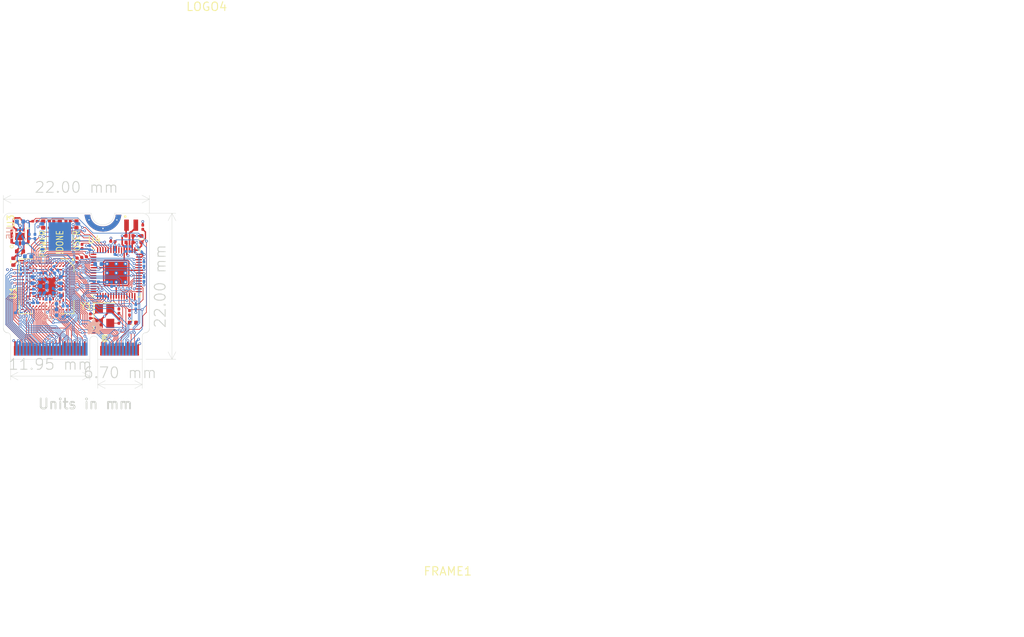
<source format=kicad_pcb>
(kicad_pcb (version 20240108) (generator "pcbnew") (generator_version "8.0")
  (layers (0 "F.Cu" signal) (1 "In1.Cu" signal) (2 "In2.Cu" signal) (31 "B.Cu" signal) (34 "B.Paste" user) (35 "F.Paste" user) (36 "B.SilkS" user "B.Silkscreen") (37 "F.SilkS" user "F.Silkscreen") (38 "B.Mask" user) (39 "F.Mask" user) (44 "Edge.Cuts" user))
  (net 0 "")
  (net 1 "GND")
  (net 2 "/XIN")
  (net 3 "Net-(C2-Pad1)")
  (net 4 "+3V3")
  (net 5 "+1V1")
  (net 6 "/VREG_AVDD")
  (net 7 "Net-(D1-A)")
  (net 8 "/USB_D+")
  (net 10 "/USB_D-")
  (net 11 "/~{RESET}")
  (net 12 "/USB_VIN")
  (net 13 "/D0")
  (net 14 "/~{BOOT}")
  (net 15 "/SDA")
  (net 16 "/SCL")
  (net 17 "/TX1")
  (net 18 "/D1")
  (net 19 "/RX1")
  (net 20 "/SWDIO")
  (net 21 "/PWM0")
  (net 22 "/A0")
  (net 23 "/USBHOST_D+")
  (net 24 "/USBHOST_D-")
  (net 25 "/A1")
  (net 26 "/G0")
  (net 27 "/G1")
  (net 28 "/G2")
  (net 29 "/G3")
  (net 30 "/BATT_VIN{slash}3")
  (net 31 "/SPI_SCK1{slash}SDIO_CLK")
  (net 32 "/SPI_COPI1{slash}SDIO_CMD")
  (net 33 "Net-(D2-A)")
  (net 34 "/SPI_CIPO1{slash}SDIO_DAT0")
  (net 35 "/G9")
  (net 36 "/QSPI_SS")
  (net 37 "/XOUT")
  (net 38 "Net-(U4-USB_DP)")
  (net 39 "Net-(U4-USB_DM)")
  (net 40 "+2V5")
  (net 46 "+1V2")
  (net 63 "/QSPI_SD1")
  (net 64 "/QSPI_SD2")
  (net 65 "/QSPI_SD0")
  (net 66 "/QSPI_SCLK")
  (net 67 "/QSPI_SD3")
  (net 68 "Net-(U1E-VCCD_PLL1)")
  (net 69 "/SWCLK")
  (net 70 "/TDO")
  (net 71 "/TCK")
  (net 72 "/TMS")
  (net 73 "/TDI")
  (net 74 "/QSPI_SS1")
  (net 75 "/GPIO1")
  (net 76 "/GPIO2")
  (net 77 "/GPIO3")
  (net 78 "/GPIO11")
  (net 79 "/GPIO10")
  (net 80 "/GPIO12")
  (net 81 "/GPIO13")
  (net 82 "/GPIO14")
  (net 83 "/GPIO15")
  (net 84 "/GPIO16")
  (net 85 "/GPIO17")
  (net 86 "/GPIO18")
  (net 87 "/GPIO19")
  (net 88 "/CLKOUT0")
  (net 89 "/CLKOUT1")
  (net 90 "/CLKOUT2")
  (net 91 "/CLKOUT3")
  (net 92 "/VREG_LX")
  (net 93 "Net-(U3-L1)")
  (net 94 "/CLKIN1")
  (net 95 "/CLKIN0")
  (net 96 "/G5")
  (net 97 "/G6")
  (net 98 "/SPI_~{CS1}{slash}SDIO_DAT3")
  (net 99 "/G7")
  (net 100 "/SDIO_DAT2")
  (net 101 "/G8")
  (net 102 "/SDIO_DAT1")
  (net 103 "/G10")
  (net 104 "/SPI_MISO")
  (net 105 "/SPI_MOSI")
  (net 106 "/AUD_MCLK")
  (net 107 "/SPI_SCK")
  (net 108 "/AUD_OUT")
  (net 109 "/SPI_~{CS}")
  (net 110 "/AUD_IN")
  (net 111 "/SCL1")
  (net 112 "/AUD_LRCLK")
  (net 113 "/SDA1")
  (net 114 "/AUD_BCLK")
  (net 115 "/G4")
  (net 116 "/PWM1")
  (net 117 "/CAN_TX")
  (net 118 "/CAN_RX")
  (net 119 "/TX2")
  (net 120 "/RX2")
  (net 121 "/I2C_~{INT}")
  (net 122 "/CTS1")
  (net 123 "/RTS1")
  (net 124 "/G11")
  (net 126 "/MSEL1")
  (net 127 "/DONE")
  (net 128 "/nSTATUS")
  (net 129 "/INIT")
  (net 130 "Net-(D3-A)")
  (footprint "Resistor_SMD:R_0402_1005Metric" (layer "F.Cu") (at 139 101.3 -90)
    (property "Reference" "FB1" (hide yes))
    (property "Value" "120")
  )
  (footprint "Resistor_SMD:R_0201_0603Metric" (layer "F.Cu") (at 147.25 96.2)
    (property "Reference" "R11" (hide yes))
    (property "Value" "10k")
  )
  (footprint "Capacitor_SMD:C_0201_0603Metric" (layer "F.Cu") (at 150.6 109.5 -90)
    (property "Reference" "C1" (hide yes))
    (property "Value" "15p")
  )
  (footprint "Resistor_SMD:R_0201_0603Metric" (layer "F.Cu") (at 158.5 96.1 -90)
    (property "Reference" "R6" (hide yes))
    (property "Value" "33")
  )
  (footprint "MicroMod-RP2040-ProcessorBoard:M.2-CARD-E-22" (layer "F.Cu") (at 148.5 116)
    (property "Reference" "J1" (hide yes))
    (property "Value" "MICROMOD-2222")
  )
  (footprint "custom:M164_8.0x8.0mm_0.5mm" (layer "F.Cu") (at 144 105 -90)
    (property "Reference" "U1")
    (property "Value" "10CL010YM164")
  )
  (footprint "custom:C_0402_1005Metric_small_pads" (layer "F.Cu") (at 156.5 98.4)
    (property "Reference" "C16" (hide yes))
    (property "Value" "4.7u")
  )
  (footprint "custom:TestPoint_Pad_D0.5mm" (layer "F.Cu") (at 150 100.55)
    (property "Reference" "TP4" (hide yes))
    (property "Value" "TDO")
  )
  (footprint "Capacitor_SMD:C_0201_0603Metric" (layer "F.Cu") (at 154 98.25 180)
    (property "Reference" "C23" (hide yes))
    (property "Value" "100n")
  )
  (footprint "custom:TestPoint_Pad_D0.5mm" (layer "F.Cu") (at 149.3 100.65)
    (property "Reference" "TP3" (hide yes))
    (property "Value" "TMS")
  )
  (footprint "Capacitor_SMD:C_0402_1005Metric" (layer "F.Cu") (at 140 95.25 180)
    (property "Reference" "C4" (hide yes))
    (property "Value" "4.7u")
  )
  (footprint "Capacitor_SMD:C_0402_1005Metric" (layer "F.Cu") (at 157 110.5)
    (property "Reference" "C38" (hide yes))
    (property "Value" "4.7u")
  )
  (footprint "Resistor_SMD:R_0201_0603Metric" (layer "F.Cu") (at 149.35 99.005 -90)
    (property "Reference" "R2" (hide yes))
    (property "Value" "10k")
  )
  (footprint "LED_SMD:LED_0402_1005Metric" (layer "F.Cu") (at 148.5 95.7 90)
    (property "Reference" "D3" (hide yes))
    (property "Value" "LED")
  )
  (footprint "Resistor_SMD:R_0201_0603Metric" (layer "F.Cu") (at 144.75 95.2)
    (property "Reference" "R10" (hide yes))
    (property "Value" "1k")
  )
  (footprint "Capacitor_SMD:C_0201_0603Metric" (layer "F.Cu") (at 154.9 110.25 90)
    (property "Reference" "C2" (hide yes))
    (property "Value" "15p")
  )
  (footprint "Resistor_SMD:R_0201_0603Metric" (layer "F.Cu") (at 142.25 95.2)
    (property "Reference" "R1" (hide yes))
    (property "Value" "1k")
  )
  (footprint "Capacitor_SMD:C_0402_1005Metric" (layer "F.Cu") (at 140 99.75 180)
    (property "Reference" "C5" (hide yes))
    (property "Value" "10u")
  )
  (footprint "Resistor_SMD:R_0201_0603Metric" (layer "F.Cu") (at 144.75 96.2)
    (property "Reference" "R9" (hide yes))
    (property "Value" "10k")
  )
  (footprint "custom:CL-2025-02" (layer "F.Cu") (at 140 97.5)
    (property "Reference" "U3")
    (property "Value" "1.2V")
  )
  (footprint "custom:RP2350-QFN-60-1EP_7x7_P0.4mm_EP3.4x3.4mm_ThermalVias" (layer "F.Cu") (at 154.5 103)
    (property "Reference" "U4")
    (property "Value" "RP2350_60QFN" (hide yes))
  )
  (footprint "MicroMod-RP2040-ProcessorBoard:ORDERING_INSTRUCTIONS" (layer "F.Cu") (at 168.135 66.705)
    (property "Reference" "LOGO4")
    (property "Value" "SPECIAL_INSTRUCTIONS-ORDERING")
  )
  (footprint "LED_SMD:LED_0402_1005Metric" (layer "F.Cu") (at 146 95.715 90)
    (property "Reference" "D2" (hide yes))
    (property "Value" "LED")
  )
  (footprint "custom:TestPoint_Pad_D0.5mm" (layer "F.Cu") (at 148.6 100.75)
    (property "Reference" "TP2" (hide yes))
    (property "Value" "TCK")
  )
  (footprint "Resistor_SMD:R_0201_0603Metric" (layer "F.Cu") (at 156.5 109 90)
    (property "Reference" "R4" (hide yes))
    (property "Value" "10k")
  )
  (footprint "custom:TestPoint_Pad_D0.5mm" (layer "F.Cu") (at 148.6 101.45)
    (property "Reference" "TP1" (hide yes))
    (property "Value" "TDI")
  )
  (footprint "Resistor_SMD:R_0201_0603Metric" (layer "F.Cu") (at 147.25 95.2)
    (property "Reference" "R14" (hide yes))
    (property "Value" "1k")
  )
  (footprint "Crystal:Crystal_SMD_3225-4Pin_3.2x2.5mm" (layer "F.Cu") (at 152.75 109.5 -90)
    (property "Reference" "Y1")
    (property "Value" "ABM8-272-T3")
  )
  (footprint "LED_SMD:LED_0402_1005Metric" (layer "F.Cu") (at 143.5 95.7 90)
    (property "Reference" "D1" (hide yes))
    (property "Value" "LED")
  )
  (footprint "Resistor_SMD:R_0201_0603Metric" (layer "F.Cu") (at 154.9 108.75 -90)
    (property "Reference" "R8" (hide yes))
    (property "Value" "1k")
  )
  (footprint "Capacitor_SMD:C_0402_1005Metric" (layer "F.Cu") (at 158.3 97.9 90)
    (property "Reference" "C19" (hide yes))
    (property "Value" "4.7u")
  )
  (footprint "custom:L_pol_2016" (layer "F.Cu") (at 156.75 95.8)
    (property "Reference" "L1" (hide yes))
    (property "Value" "3.3u")
  )
  (footprint "MicroMod-RP2040-ProcessorBoard:CREATIVE_COMMONS" (layer "F.Cu") (at 217.845 140.235)
    (property "Reference" "FRAME1")
    (property "Value" "FRAME-LEDGER")
  )
  (footprint "custom:C_0402_1005Metric_small_pads" (layer "F.Cu") (at 156.5 97.4)
    (property "Reference" "C17" (hide yes))
    (property "Value" "4.7u")
  )
  (footprint "Capacitor_SMD:C_0201_0603Metric" (layer "B.Cu") (at 150.5 99.2 90)
    (property "Reference" "C25" (hide yes))
    (property "Value" "100n")
  )
  (footprint "Capacitor_SMD:C_0201_0603Metric" (layer "B.Cu") (at 145 105.65 90)
    (property "Reference" "C34" (hide yes))
    (property "Value" "100n")
  )
  (footprint "Resistor_SMD:R_0201_0603Metric" (layer "B.Cu") (at 141.4 97.5 -90)
    (property "Reference" "R5" (hide yes))
    (property "Value" "DNF")
  )
  (footprint "Package_SON:WSON-8-1EP_6x5mm_P1.27mm_EP3.4x4.3mm" (layer "B.Cu") (at 146 97.5)
    (property "Reference" "U2")
    (property "Value" "W25Q128JVS")
  )
  (footprint "Capacitor_SMD:C_0201_0603Metric" (layer "B.Cu") (at 157.45 108.1 -90)
    (property "Reference" "C22" (hide yes))
    (property "Value" "100n")
  )
  (footprint "Capacitor_SMD:C_0201_0603Metric" (layer "B.Cu") (at 142 105.75 -90)
    (property "Reference" "C12" (hide yes))
    (property "Value" "100n")
  )
  (footprint "Resistor_SMD:R_0201_0603Metric" (layer "B.Cu") (at 156.25 99 180)
    (property "Reference" "R12" (hide yes))
    (property "Value" "27")
  )
  (footprint "Capacitor_SMD:C_0201_0603Metric" (layer "B.Cu") (at 143.35 106)
    (property "Reference" "C35" (hide yes))
    (property "Value" "100n")
  )
  (footprint "MicroMod-RP2040-ProcessorBoard:OSHW-LOGO-MINI" (layer "B.Cu") (at 151.1261 111.25 180)
    (property "Reference" "LOGO3" (hide yes))
    (property "Value" "OSHW-LOGOMINI")
  )
  (footprint "Capacitor_SMD:C_0201_0603Metric" (layer "B.Cu") (at 143.5 103)
    (property "Reference" "C36" (hide yes))
    (property "Value" "100n")
  )
  (footprint "Capacitor_SMD:C_0402_1005Metric" (layer "B.Cu") (at 143.55 105)
    (property "Reference" "C32" (hide yes))
    (property "Value" "4.7u")
  )
  (footprint "Capacitor_SMD:C_0201_0603Metric" (layer "B.Cu") (at 144.25 107)
    (property "Reference" "C37" (hide yes))
    (property "Value" "100n")
  )
  (footprint "Capacitor_SMD:C_0201_0603Metric" (layer "B.Cu") (at 154.3 99.85 -90)
    (property "Reference" "C28" (hide yes))
    (property "Value" "100n")
  )
  (footprint "Resistor_SMD:R_0201_0603Metric" (layer "B.Cu") (at 156.25 99.75 180)
    (property "Reference" "R13" (hide yes))
    (property "Value" "27")
  )
  (footprint "Capacitor_SMD:C_0402_1005Metric" (layer "B.Cu") (at 146.125 104.075 -90)
    (property "Reference" "C33" (hide yes))
    (property "Value" "1u")
  )
  (footprint "Capacitor_SMD:C_0402_1005Metric" (layer "B.Cu") (at 151.8 101.65)
    (property "Reference" "C20" (hide yes))
    (property "Value" "4.7u")
  )
  (footprint "Capacitor_SMD:C_0402_1005Metric" (layer "B.Cu") (at 140 95.25 180)
    (property "Reference" "C6" (hide yes))
    (property "Value" "1u")
  )
  (footprint "Capacitor_SMD:C_0201_0603Metric" (layer "B.Cu") (at 142.35 107.5 180)
    (property "Reference" "C10" (hide yes))
    (property "Value" "100n")
  )
  (footprint "Capacitor_SMD:C_0402_1005Metric" (layer "B.Cu") (at 141.875 104.075 -90)
    (property "Reference" "C9" (hide yes))
    (property "Value" "1u")
  )
  (footprint "Capacitor_SMD:C_0201_0603Metric" (layer "B.Cu") (at 158.675 101.65 90)
    (property "Reference" "C18" (hide yes))
    (property "Value" "100n")
  )
  (footprint "Capacitor_SMD:C_0201_0603Metric" (layer "B.Cu") (at 139.65 109)
    (property "Reference" "C15" (hide yes))
    (property "Value" "100n")
  )
  (footprint "Resistor_SMD:R_0201_0603Metric" (layer "B.Cu") (at 144.9 102.25 45)
    (property "Reference" "R3" (hide yes))
    (property "Value" "10k")
  )
  (footprint "Package_DFN_QFN:UDFN-4-1EP_1x1mm_P0.65mm_EP0.48x0.48mm" (layer "B.Cu") (at 140 97 90)
    (property "Reference" "U5")
    (property "Value" "MIC5504-2.5YMT")
  )
  (footprint "Capacitor_SMD:C_0201_0603Metric" (layer "B.Cu") (at 153.8 104.7 90)
    (property "Reference" "C21" (hide yes))
    (property "Value" "100n")
  )
  (footprint "Capacitor_SMD:C_0201_0603Metric" (layer "B.Cu") (at 140.1 102.85 90)
    (property "Reference" "C31" (hide yes))
    (property "Value" "100n")
  )
  (footprint "Capacitor_SMD:C_0201_0603Metric" (layer "B.Cu") (at 146.8 108 180)
    (property "Reference" "C30" (hide yes))
    (property "Value" "100n")
  )
  (footprint "Capacitor_SMD:C_0201_0603Metric" (layer "B.Cu") (at 158.1 99.6 135)
    (property "Reference" "C27" (hide yes))
    (property "Value" "100n")
  )
  (footprint "Capacitor_SMD:C_0402_1005Metric" (layer "B.Cu") (at 140 98.5 180)
    (property "Reference" "C7" (hide yes))
    (property "Value" "1u")
  )
  (footprint "Capacitor_SMD:C_0402_1005Metric" (layer "B.Cu") (at 141.2 100.5)
    (property "Reference" "C29" (hide yes))
    (property "Value" "1u")
  )
  (footprint "Capacitor_SMD:C_0201_0603Metric" (layer "B.Cu") (at 143.35 104)
    (property "Reference" "C13" (hide yes))
    (property "Value" "100n")
  )
  (footprint "Capacitor_SMD:C_0201_0603Metric" (layer "B.Cu") (at 152.5 106.5 180)
    (property "Reference" "C24" (hide yes))
    (property "Value" "100n")
  )
  (footprint "Capacitor_SMD:C_0201_0603Metric" (layer "B.Cu") (at 158.675 103.95 -90)
    (property "Reference" "C3" (hide yes))
    (property "Value" "100n")
  )
  (footprint "Capacitor_SMD:C_0201_0603Metric" (layer "B.Cu") (at 151.5 104.325)
    (property "Reference" "C26" (hide yes))
    (property "Value" "100n")
  )
  (footprint "Capacitor_SMD:C_0201_0603Metric" (layer "B.Cu") (at 145.45 102.8 45)
    (property "Reference" "C11" (hide yes))
    (property "Value" "100n")
  )
  (footprint "Resistor_SMD:R_0201_0603Metric" (layer "B.Cu") (at 142.25 97.5 90)
    (property "Reference" "R7" (hide yes))
    (property "Value" "1k")
  )
  (footprint "Capacitor_SMD:C_0201_0603Metric" (layer "B.Cu") (at 146.8 109.6 180)
    (property "Reference" "C14" (hide yes))
    (property "Value" "100n")
  )
  (footprint "Capacitor_SMD:C_0402_1005Metric" (layer "B.Cu") (at 146.125 105.925 90)
    (property "Reference" "C8" (hide yes))
    (property "Value" "4.7u")
  )
  (footprint "custom:SolderJumper-3pin_Bridged_RoundedPad_0402" (layer "B.Cu") (at 145.5 108.5 -90)
    (property "Reference" "JP2" (hide yes))
    (property "Value" "SolderJumper_3_Bridged12")
  )
  (gr_arc (start 138.101098 112.0034) (mid 137.681737 111.822761) (end 137.5011 111.4034) (stroke (width 0.05)) (layer "Edge.Cuts"))
  (gr_arc (start 158.4261 112.5034) (mid 158.566444 112.161102) (end 158.9011 112.0034) (stroke (width 0.0508)) (layer "Edge.Cuts"))
  (gr_line (start 159.5011 95.0034) (end 159.5011 111.4034) (stroke (width 0.05)) (layer "Edge.Cuts"))
  (gr_arc (start 138.101098 112.0034) (mid 137.681737 111.822761) (end 137.5011 111.4034) (stroke (width 0.05)) (layer "Edge.Cuts"))
  (gr_arc (start 159.501099 111.403401) (mid 159.320461 111.822762) (end 158.9011 112.0034) (stroke (width 0.05)) (layer "Edge.Cuts"))
  (gr_line (start 150.5261 113.1034) (end 150.5261 116.0034) (stroke (width 0.0508)) (layer "Edge.Cuts"))
  (gr_line (start 138.5761 116.0034) (end 138.5761 112.5034) (stroke (width 0.0508)) (layer "Edge.Cuts"))
  (gr_arc (start 154.2511 94.0034) (mid 152.5011 95.7534) (end 150.7511 94.0034) (stroke (width 0.05)) (layer "Edge.Cuts"))
  (gr_line (start 158.4261 116.0034) (end 151.7261 116.0034) (stroke (width 0.0508)) (layer "Edge.Cuts"))
  (gr_arc (start 137.475 94.975) (mid 137.775 94.275) (end 138.474999 93.975001) (stroke (width 0.05)) (layer "Edge.Cuts"))
  (gr_line (start 137.5011 111.4034) (end 137.5011 95.0034) (stroke (width 0.05)) (layer "Edge.Cuts"))
  (gr_arc (start 150.5261 113.1034) (mid 151.1261 112.5034) (end 151.7261 113.1034) (stroke (width 0.0508)) (layer "Edge.Cuts"))
  (gr_line (start 138.5011 94.0034) (end 150.7511 94.0034) (stroke (width 0.05)) (layer "Edge.Cuts"))
  (gr_line (start 154.2511 94.0034) (end 158.5011 94.0034) (stroke (width 0.05)) (layer "Edge.Cuts"))
  (gr_arc (start 158.5011 94.0034) (mid 159.2011 94.3034) (end 159.5011 95.0034) (stroke (width 0.05)) (layer "Edge.Cuts"))
  (gr_line (start 150.5261 116.0034) (end 138.5761 116.0034) (stroke (width 0.0508)) (layer "Edge.Cuts"))
  (gr_arc (start 138.1011 112.0034) (mid 138.434341 112.162446) (end 138.5761 112.503401) (stroke (width 0.0508)) (layer "Edge.Cuts"))
  (gr_line (start 158.4261 112.5034) (end 158.4261 116.0034) (stroke (width 0.0508)) (layer "Edge.Cuts"))
  (gr_line (start 151.7261 113.1034) (end 151.7261 116.0034) (stroke (width 0.0508)) (layer "Edge.Cuts"))
  (gr_arc (start 159.501099 111.403401) (mid 159.320461 111.822762) (end 158.9011 112.0034) (stroke (width 0.05)) (layer "Edge.Cuts"))
  (gr_text "JT\nAS" (at 145.1 108.9 0) (layer "B.SilkS") (effects (font (size 1 1)) (justify left mirror)))
  (gr_text "!DONE" (at 146 96.5 90) (layer "F.SilkS") (effects (font (size 1 0.8) (thickness 0.12)) (justify right)))
  (gr_text "POWER" (at 143.5 96.5 90) (layer "F.SilkS") (effects (font (size 1 0.8) (thickness 0.12)) (justify right)))
  (gr_text "USER" (at 148.5 96.5 90) (layer "F.SilkS") (effects (font (size 1 0.8) (thickness 0.12)) (justify right)))
  (gr_text "Units in mm" (at 142.5811 123.6234 0) (layer "Edge.Cuts") (effects (font (size 1.5113 1.5113) (thickness 0.2667)) (justify left bottom)))
  (dimension (type aligned) (layer "Edge.Cuts") (pts (xy 158.9636 116.0034) (xy 158.9636 94.0034)) (height 3.9375) (gr_text "22.00 mm" (at 161.1231 105.0034 90) (layer "Edge.Cuts") (effects (font (size 1.63576 1.63576) (thickness 0.14224)))) (format (prefix "") (suffix "") (units 2) (units_format 1) (precision 2)) (style (thickness 0.05) (arrow_length 1.27) (text_position_mode 0) (extension_height 0.58642) (extension_offset 0) keep_text_aligned))
  (dimension (type aligned) (layer "Edge.Cuts") (pts (xy 151.7261 116.0034) (xy 158.4261 116.0034)) (height 3.81) (gr_text "6.70 mm" (at 155.0761 118.0354 0) (layer "Edge.Cuts") (effects (font (size 1.63576 1.63576) (thickness 0.14224)))) (format (prefix "") (suffix "") (units 2) (units_format 1) (precision 2)) (style (thickness 0.05) (arrow_length 1.27) (text_position_mode 0) (extension_height 0.58642) (extension_offset 0) keep_text_aligned))
  (dimension (type aligned) (layer "Edge.Cuts") (pts (xy 137.5011 94.0034) (xy 159.5011 94.0034)) (height -2.13) (gr_text "22.00 mm" (at 148.5011 90.0954 0) (layer "Edge.Cuts") (effects (font (size 1.63576 1.63576) (thickness 0.14224)))) (format (prefix "") (suffix "") (units 2) (units_format 1) (precision 2)) (style (thickness 0.05) (arrow_length 1.27) (text_position_mode 0) (extension_height 0.58642) (extension_offset 0) keep_text_aligned))
  (dimension (type aligned) (layer "Edge.Cuts") (pts (xy 138.5761 116.0034) (xy 150.5261 116.0034)) (height 2.54) (gr_text "11.95 mm" (at 144.5511 116.7654 0) (layer "Edge.Cuts") (effects (font (size 1.63576 1.63576) (thickness 0.14224)))) (format (prefix "") (suffix "") (units 2) (units_format 1) (precision 2)) (style (thickness 0.05) (arrow_length 1.27) (text_position_mode 0) (extension_height 0.58642) (extension_offset 0) keep_text_aligned))
  (segment (start 157.015 98.4) (end 157.015 97.4) (width 0.25) (layer "F.Cu") (net 1))
  (segment (start 144.5 108.5) (end 144.5 109.7) (width 0.1) (layer "F.Cu") (net 1))
  (segment (start 154.9 109.9) (end 153.6 108.6) (width 0.2) (layer "F.Cu") (net 1))
  (segment (start 146 103.5) (end 146 103) (width 0.15) (layer "F.Cu") (net 1))
  (segment (start 139.52 95.42) (end 140 95.9) (width 0.25) (layer "F.Cu") (net 1))
  (segment (start 156.25 113.2) (end 156.25 114.725) (width 0.25) (layer "F.Cu") (net 1))
  (segment (start 145.5 106.997954) (end 145.5 107) (width 0.15) (layer "F.Cu") (net 1))
  (segment (start 146.5 108) (end 146.5 107.5) (width 0.2) (layer "F.Cu") (net 1))
  (segment (start 145.5 102.5) (end 146 103) (width 0.15) (layer "F.Cu") (net 1))
  (segment (start 151.9 110.35) (end 152.75 109.5) (width 0.25) (layer "F.Cu") (net 1))
  (segment (start 140 96.5) (end 140 95.9) (width 0.25) (layer "F.Cu") (net 1))
  (segment (start 146 106.5) (end 145.997954 106.5) (width 0.15) (layer "F.Cu") (net 1))
  (segment (start 139.05 113.193927) (end 139.25 113.393927) (width 0.25) (layer "F.Cu") (net 1))
  (segment (start 146.5 107) (end 146.5 107.5) (width 0.2) (layer "F.Cu") (net 1))
  (segment (start 153.6 108.65) (end 153.6 108.4) (width 0.2) (layer "F.Cu") (net 1))
  (segment (start 145.5 107.5) (end 145.5 107) (width 0.2) (layer "F.Cu") (net 1))
  (segment (start 141.25 101.25) (end 141.25 101.15) (width 0.15) (layer "F.Cu") (net 1))
  (segment (start 151.9 110.475) (end 151.9 110.6) (width 0.1) (layer "F.Cu") (net 1))
  (segment (start 152.75 109.5) (end 153.6 108.65) (width 0.25) (layer "F.Cu") (net 1))
  (segment (start 141 107.5) (end 141.5 107.5) (width 0.2) (layer "F.Cu") (net 1))
  (segment (start 153.6 108.5) (end 153.6 108.4) (width 0.1) (layer "F.Cu") (net 1))
  (segment (start 153.7 98.23) (end 153.7 97.75) (width 0.25) (layer "F.Cu") (net 1))
  (segment (start 139.25 113.393927) (end 139.25 114.725) (width 0.25) (layer "F.Cu") (net 1))
  (segment (start 146 105.5) (end 145.5 105.5) (width 0.2) (layer "F.Cu") (net 1))
  (segment (start 146 105.5) (end 146.5 105) (width 0.2) (layer "F.Cu") (net 1))
  (segment (start 157.75 114.725) (end 157.75 113.95) (width 0.25) (layer "F.Cu") (net 1))
  (segment (start 141.25 104.25) (end 141.75 104.25) (width 0.1) (layer "F.Cu") (net 1))
  (segment (start 140 97.5) (end 140 98.5) (width 0.25) (layer "F.Cu") (net 1))
  (segment (start 142 104.5) (end 142.5 104.5) (width 0.2) (layer "F.Cu") (net 1))
  (segment (start 141.75 104.25) (end 142 104.5) (width 0.1) (layer "F.Cu") (net 1))
  (segment (start 146.740989 101.15) (end 146.740989 101.240989) (width 0.15) (layer "F.Cu") (net 1))
  (segment (start 148.25 114.725) (end 148.25 113.15) (width 0.25) (layer "F.Cu") (net 1))
  (segment (start 157.015 98.4) (end 157.6 98.4) (width 0.25) (layer "F.Cu") (net 1))
  (segment (start 142 107.5) (end 142 107) (width 0.2) (layer "F.Cu") (net 1))
  (segment (start 157.015 97.4) (end 157.6 97.4) (width 0.25) (layer "F.Cu") (net 1))
  (segment (start 141 101.5) (end 141.25 101.25) (width 0.15) (layer "F.Cu") (net 1))
  (segment (start 144 103) (end 144 103.25) (width 0.15) (layer "F.Cu") (net 1))
  (segment (start 146 104.5) (end 146.5 105) (width 0.2) (layer "F.Cu") (net 1))
  (segment (start 142.7 96.05) (end 143.365 96.05) (width 0.1) (layer "F.Cu") (net 1))
  (segment (start 144.5 107.5) (end 144.5 106.5) (width 0.2) (layer "F.Cu") (net 1))
  (segment (start 140.501023 109.001023) (end 141 108.502046) (width 0.2) (layer "F.Cu") (net 1))
  (segment (start 149.75 114.725) (end 149.75 113.15) (width 0.25) (layer "F.Cu") (net 1))
  (segment (start 141 106.5) (end 141.5 106.5) (width 0.2) (layer "F.Cu") (net 1))
  (segment (start 156.9 99.5625) (end 156.9 98.515) (width 0.25) (layer "F.Cu") (net 1))
  (segment (start 154.9 109.93) (end 154.9 109.9) (width 0.2) (layer "F.Cu") (net 1))
  (segment (start 142 107.5) (end 141.5 107.5) (width 0.2) (layer "F.Cu") (net 1))
  (segment (start 142 102.5) (end 142 103) (width 0.2) (layer "F.Cu") (net 1))
  (segment (start 141 103) (end 142 103) (width 0.2) (layer "F.Cu") (net 1))
  (segment (start 144.5 103.25) (end 144.25 103.5) (width 0.15) (layer "F.Cu") (net 1))
  (segment (start 146.840026 108.843543) (end 147 108.683569) (width 0.15) (layer "F.Cu") (net 1))
  (segment (start 145 102) (end 145.5 102.5) (width 0.15) (layer "F.Cu") (net 1))
  (segment (start 146 106.5) (end 145.5 106.5) (width 0.15) (layer "F.Cu") (net 1))
  (segment (start 143 103) (end 143 103.5) (width 0.15) (layer "F.Cu") (net 1))
  (segment (start 141 104) (end 141.25 104.25) (width 0.1) (layer "F.Cu") (net 1))
  (segment (start 153.68 98.25) (end 153.7 98.23) (width 0.25) (layer "F.Cu") (net 1))
  (segment (start 151.245 109.82) (end 151.9 110.475) (width 0.2) (layer "F.Cu") (net 1))
  (segment (start 143.5 106.5) (end 143.5 107) (width 0.2) (layer "F.Cu") (net 1))
  (segment (start 143.365 96.05) (end 143.5 96.185) (width 0.1) (layer "F.Cu") (net 1))
  (segment (start 139.52 99.58) (end 140 99.1) (width 0.25) (layer "F.Cu") (net 1))
  (segment (start 146.740989 101.240989) (end 147 101.5) (width 0.15) (layer "F.Cu") (net 1))
  (segment (start 141.5 108) (end 141.5 107.5) (width 0.2) (layer "F.Cu") (net 1))
  (segment (start 141.5 106) (end 141.5 106.5) (width 0.2) (layer "F.Cu") (net 1))
  (segment (start 141 108.502046) (end 141 108.5) (width 0.2) (layer "F.Cu") (net 1))
  (segment (start 153.6 108.6) (end 153.6 108.5) (width 0.2) (layer "F.Cu") (net 1))
  (segment (start 140 98.5) (end 140 99.1) (width 0.25) (layer "F.Cu") (net 1))
  (segment (start 144 103.25) (end 144.25 103.5) (width 0.15) (layer "F.Cu") (net 1))
  (segment (start 158.28 97.4) (end 158.3 97.42) (width 0.25) (layer "F.Cu") (net 1))
  (segment (start 146.5 102) (end 147 101.5) (width 0.15) (layer "F.Cu") (net 1))
  (segment (start 140 97.5) (end 140 96.5) (width 0.25) (layer "F.Cu") (net 1))
  (segment (start 139.52 95.25) (end 139.52 95.42) (width 0.25) (layer "F.Cu") (net 1))
  (segment (start 146.75 114.725) (end 146.75 113.15) (width 0.25) (layer "F.Cu") (net 1))
  (segment (start 146 104.5) (end 145.5 104.5) (width 0.2) (layer "F.Cu") (net 1))
  (segment (start 147 108.683569) (end 147 108.5) (width 0.15) (layer "F.Cu") (net 1))
  (segment (start 156.9 98.515) (end 157.015 98.4) (width 0.25) (layer "F.Cu") (net 1))
  (segment (start 141.5 106) (end 142.5 106) (width 0.2) (layer "F.Cu") (net 1))
  (segment (start 144.5 103) (end 144.5 103.25) (width 0.15) (layer "F.Cu") (net 1))
  (segment (start 150.6 109.82) (end 151.245 109.82) (width 0.2) (layer "F.Cu") (net 1))
  (segment (start 140.1 102) (end 140.5 102) (width 0.2) (layer "F.Cu") (net 1))
  (segment (start 139.52 99.75) (end 139.52 99.58) (width 0.25) (layer "F.Cu") (net 1))
  (segment (start 141.25 101.25) (end 141.5 101.5) (width 0.15) (layer "F.Cu") (net 1))
  (segment (start 157.6 97.4) (end 158.28 97.4) (width 0.25) (layer "F.Cu") (net 1))
  (segment (start 151.9 110.6) (end 151.9 110.35) (width 0.2) (layer "F.Cu") (net 1))
  (segment (start 157.75 113.95) (end 158.05 113.65) (width 0.25) (layer "F.Cu") (net 1))
  (via (at 157.45 108.95) (size 0.4) (drill 0.2) (layers "F.Cu" "B.Cu") (net 1))
  (via (at 144.25 103.5) (size 0.4) (drill 0.2) (layers "F.Cu" "B.Cu") (net 1))
  (via (at 151.275 106.5) (size 0.4) (drill 0.2) (layers "F.Cu" "B.Cu") (net 1))
  (via (at 142.5 104.5) (size 0.4) (drill 0.2) (layers "F.Cu" "B.Cu") (net 1))
  (via (at 145.5 107) (size 0.4) (drill 0.2) (layers "F.Cu" "B.Cu") (net 1))
  (via (at 145.5 105.5) (size 0.4) (drill 0.2) (layers "F.Cu" "B.Cu") (net 1))
  (via (at 148.25 113.15) (size 0.4) (drill 0.2) (layers "F.Cu" "B.Cu") (net 1))
  (via (at 157.6 98.4) (size 0.4) (drill 0.2) (layers "F.Cu" "B.Cu") (net 1))
  (via (at 158.675 104.8) (size 0.4) (drill 0.2) (layers "F.Cu" "B.Cu") (net 1))
  (via (at 146.840026 108.843543) (size 0.4) (drill 0.2) (layers "F.Cu" "B.Cu") (net 1))
  (via (at 146.740989 101.15) (size 0.4) (drill 0.2) (layers "F.Cu" "B.Cu") (net 1))
  (via (at 142 103) (size 0.4) (drill 0.2) (layers "F.Cu" "B.Cu") (net 1))
  (via (at 143 103.5) (size 0.4) (drill 0.2) (layers "F.Cu" "B.Cu") (net 1))
  (via (at 144.5 106.5) (size 0.4) (drill 0.2) (layers "F.Cu" "B.Cu") (net 1))
  (via (at 144.05 104.4) (size 0.4) (drill 0.2) (layers "F.Cu" "B.Cu") (net 1))
  (via (at 142 107) (size 0.4) (drill 0.2) (layers "F.Cu" "B.Cu") (net 1))
  (via (at 141.5 107.5) (size 0.4) (drill 0.2) (layers "F.Cu" "B.Cu") (net 1))
  (via (at 145.5 104.5) (size 0.4) (drill 0.2) (layers "F.Cu" "B.Cu") (net 1))
  (via (at 140.1 102) (size 0.4) (drill 0.2) (layers "F.Cu" "B.Cu") (net 1))
  (via (at 154.799997 100.3) (size 0.4) (drill 0.2) (layers "F.Cu" "B.Cu") (net 1))
  (via (at 141.25 101.15) (size 0.4) (drill 0.2) (layers "F.Cu" "B.Cu") (net 1))
  (via (at 156.25 113.2) (size 0.4) (drill 0.2) (layers "F.Cu" "B.Cu") (net 1))
  (via (at 138.1 102.5) (size 0.4) (drill 0.2) (layers "F.Cu" "B.Cu") (net 1))
  (via (at 142.5 106) (size 0.4) (drill 0.2) (layers "F.Cu" "B.Cu") (net 1))
  (via (at 140.501023 109.001023) (size 0.4) (drill 0.2) (layers "F.Cu" "B.Cu") (net 1))
  (via (at 152.75 109.5) (size 0.4) (drill 0.2) (layers "F.Cu" "B.Cu") (net 1))
  (via (at 142.7 96.05) (size 0.4) (drill 0.2) (layers "F.Cu" "B.Cu") (net 1))
  (via (at 140 95.9) (size 0.5) (drill 0.25) (layers "F.Cu" "B.Cu") (net 1))
  (via (at 157.6 98.9) (size 0.4) (drill 0.2) (layers "F.Cu" "B.Cu") (net 1))
  (via (at 149.75 113.15) (size 0.4) (drill 0.2) (layers "F.Cu" "B.Cu") (net 1))
  (via (at 143.5 106.5) (size 0.4) (drill 0.2) (layers "F.Cu" "B.Cu") (net 1))
  (via (at 145.5 106.5) (size 0.4) (drill 0.2) (layers "F.Cu" "B.Cu") (net 1))
  (via (at 157.6 97.4) (size 0.4) (drill 0.2) (layers "F.Cu" "B.Cu") (net 1))
  (via (at 150 98.9) (size 0.4) (drill 0.2) (layers "F.Cu" "B.Cu") (net 1))
  (via (at 149 113.15) (size 0.4) (drill 0.2) (layers "F.Cu" "B.Cu") (net 1))
  (via (at 139.05 113.193927) (size 0.4) (drill 0.2) (layers "F.Cu" "B.Cu") (net 1))
  (via (at 146 103) (size 0.4) (drill 0.2) (layers "F.Cu" "B.Cu") (net 1))
  (via (at 144.05 105.6) (size 0.4) (drill 0.2) (layers "F.Cu" "B.Cu") (net 1))
  (via (at 158.675 100.8) (size 0.4) (drill 0.2) (layers "F.Cu" "B.Cu") (net 1))
  (via (at 158.05 113.65) (size 0.4) (drill 0.2) (layers "F.Cu" "B.Cu") (net 1))
  (via (at 146.5 107.5) (size 0.4) (drill 0.2) (layers "F.Cu" "B.Cu") (net 1))
  (via (at 146.75 113.15) (size 0.4) (drill 0.2) (layers "F.Cu" "B.Cu") (net 1))
  (via (at 144.5 109.7) (size 0.4) (drill 0.2) (layers "F.Cu" "B.Cu") (net 1))
  (via (at 140 99.1) (size 0.5) (drill 0.25) (layers "F.Cu" "B.Cu") (net 1))
  (via (at 153.7 97.75) (size 0.4) (drill 0.2) (layers "F.Cu" "B.Cu") (net 1))
  (segment (start 139.52 97.695) (end 139.675 97.54) (width 0.25) (layer "B.Cu") (net 1))
  (segment (start 145.5 107.6) (end 145.5 107) (width 0.1) (layer "B.Cu") (net 1))
  (segment (start 139.52 98.5) (end 139.52 98.62) (width 0.25) (layer "B.Cu") (net 1))
  (segment (start 143.155 95.595) (end 143.3 95.595) (width 0.1) (layer "B.Cu") (net 1))
  (segment (start 141.68 100.72) (end 141.25 101.15) (width 0.2) (layer "B.Cu") (net 1))
  (segment (start 153.125 104.375) (end 153.795 104.375) (width 0.2) (layer "B.Cu") (net 1))
  (segment (start 145.676274 102.676274) (end 146 103) (width 0.2) (layer "B.Cu") (net 1))
  (segment (start 139.52 98.5) (end 139.52 97.695) (width 0.25) (layer "B.Cu") (net 1))
  (segment (start 139.675 97.54) (end 139.675 97.325) (width 0.25) (layer "B.Cu") (net 1))
  (segment (start 153.125 101.625) (end 152.305 101.625) (width 0.2) (layer "B.Cu") (net 1))
  (segment (start 145.5 104.5) (end 146.07 104.5) (width 0.2) (layer "B.Cu") (net 1))
  (segment (start 142 107.47) (end 142 107) (width 0.2) (layer "B.Cu") (net 1))
  (segment (start 144.25 103.43) (end 143.82 103) (width 0.2) (layer "B.Cu") (net 1))
  (segment (start 146.07 105.5) (end 146.125 105.445) (width 0.2) (layer "B.Cu") (net 1))
  (segment (start 142.5 104.5) (end 141.93 104.5) (width 0.2) (layer "B.Cu") (net 1))
  (segment (start 154.799997 100.3) (end 154.43 100.3) (width 0.25) (layer "B.Cu") (net 1))
  (segment (start 146.07 104.5) (end 146.125 104.555) (width 0.2) (layer "B.Cu") (net 1))
  (segment (start 157.873726 99.173726) (end 157.6 98.9) (width 0.25) (layer "B.Cu") (net 1))
  (segment (start 143.5 106.17) (end 143.5 106.5) (width 0.25) (layer "B.Cu") (net 1))
  (segment (start 141.93 104.5) (end 141.875 104.555) (width 0.2) (layer "B.Cu") (net 1))
  (segment (start 146.840026 109.239974) (end 146.48 109.6) (width 0.15) (layer "B.Cu") (net 1))
  (segment (start 142.03 107.5) (end 142 107.47) (width 0.2) (layer "B.Cu") (net 1))
  (segment (start 143.67 104) (end 143.67 104.02) (width 0.25) (layer "B.Cu") (net 1))
  (segment (start 154.43 100.3) (end 154.3 100.17) (width 0.25) (layer "B.Cu") (net 1))
  (segment (start 143.67 104.02) (end 144.05 104.4) (width 0.25) (layer "B.Cu") (net 1))
  (segment (start 139.675 97.325) (end 140 97) (width 0.25) (layer "B.Cu") (net 1))
  (segment (start 157.45 108.42) (end 157.45 108.95) (width 0.2) (layer "B.Cu") (net 1))
  (segment (start 144.5 106.5) (end 144.5 106.93) (width 0.2) (layer "B.Cu") (net 1))
  (segment (start 146.840026 108.843543) (end 146.840026 109.239974) (width 0.15) (layer "B.Cu") (net 1))
  (segment (start 150.48 98.9) (end 150 98.9) (width 0.2) (layer "B.Cu") (net 1))
  (segment (start 142.07 106) (end 142.5 106) (width 0.25) (layer "B.Cu") (net 1))
  (segment (start 158.675 104.27) (end 158.675 104.8) (width 0.2) (layer "B.Cu") (net 1))
  (segment (start 139.52 95.25) (end 139.52 95.42) (width 0.25) (layer "B.Cu") (net 1))
  (segment (start 150.5 98.88) (end 150.48 98.9) (width 0.2) (layer "B.Cu") (net 1))
  (segment (start 146.5 107.98) (end 146.48 108) (width 0.2) (layer "B.Cu") (net 1))
  (segment (start 140.1 102.53) (end 140.1 102) (width 0.2) (layer "B.Cu") (net 1))
  (segment (start 143.67 106) (end 143.5 106.17) (width 0.25) (layer "B.Cu") (net 1))
  (segment (start 145.5 105.5) (end 146.07 105.5) (width 0.2) (layer "B.Cu") (net 1))
  (segment (start 152.305 101.625) (end 152.28 101.65) (width 0.2) (layer "B.Cu") (net 1))
  (segment (start 139.52 98.62) (end 140 99.1) (width 0.25) (layer "B.Cu") (net 1))
  (segment (start 141.68 100.5) (end 141.68 100.72) (width 0.2) (layer "B.Cu") (net 1))
  (segment (start 145 105.33) (end 145.17 105.5) (width 0.25) (layer "B.Cu") (net 1))
  (segment (start 140.5 109) (end 140.501023 109.001023) (width 0.2) (layer "B.Cu") (net 1))
  (segment (start 139.97 109) (end 140.5 109) (width 0.2) (layer "B.Cu") (net 1))
  (segment (start 153.795 104.375) (end 153.8 104.38) (width 0.2) (layer "B.Cu") (net 1))
  (segment (start 153.125 104.375) (end 152.03 104.375) (width 0.2) (layer "B.Cu") (net 1))
  (segment (start 139.52 95.42) (end 140 95.9) (width 0.25) (layer "B.Cu") (net 1))
  (segment (start 144.03 105) (end 144.03 105.58) (width 0.25) (layer "B.Cu") (net 1))
  (segment (start 144.03 104.42) (end 144.05 104.4) (width 0.25) (layer "B.Cu") (net 1))
  (segment (start 145.17 105.5) (end 145.5 105.5) (width 0.25) (layer "B.Cu") (net 1))
  (segment (start 146.5 107.5) (end 146.5 107.98) (width 0.2) (layer "B.Cu") (net 1))
  (segment (start 143.67 106) (end 143.67 105.98) (width 0.25) (layer "B.Cu") (net 1))
  (segment (start 143.67 105.98) (end 144.05 105.6) (width 0.25) (layer "B.Cu") (net 1))
  (segment (start 144.5 106.93) (end 144.57 107) (width 0.2) (layer "B.Cu") (net 1))
  (segment (start 144.03 105.58) (end 144.05 105.6) (width 0.25) (layer "B.Cu") (net 1))
  (segment (start 142.03 107.5) (end 141.5 107.5) (width 0.2) (layer "B.Cu") (net 1))
  (segment (start 157.873726 99.373726) (end 157.873726 99.173726) (width 0.25) (layer "B.Cu") (net 1))
  (segment (start 152.03 104.375) (end 151.98 104.325) (width 0.2) (layer "B.Cu") (net 1))
  (segment (start 158.675 101.33) (end 158.675 100.8) (width 0.2) (layer "B.Cu") (net 1))
  (segment (start 144.03 105) (end 144.03 104.42) (width 0.25) (layer "B.Cu") (net 1))
  (segment (start 142.7 96.05) (end 143.155 95.595) (width 0.1) (layer "B.Cu") (net 1))
  (segment (start 151.275 106.5) (end 152.02 106.5) (width 0.2) (layer "B.Cu") (net 1))
  (segment (start 145.676274 102.573726) (end 145.676274 102.676274) (width 0.2) (layer "B.Cu") (net 1))
  (segment (start 144.25 103.5) (end 144.25 103.43) (width 0.2) (layer "B.Cu") (net 1))
  (segment (start 142 106.07) (end 142.07 106) (width 0.25) (layer "B.Cu") (net 1))
  (segment (start 149 114.475) (end 149 113.15) (width 0.25) (layer "B.Cu") (net 1))
  (segment (start 153.7 106.4375) (end 153.7 107.35) (width 0.1) (layer "F.Cu") (net 2))
  (segment (start 153.55 107.5) (end 152.7 107.5) (width 0.1) (layer "F.Cu") (net 2))
  (segment (start 151.9 108.3) (end 151.9 108.4) (width 0.1) (layer "F.Cu") (net 2))
  (segment (start 151.22 109.18) (end 151.9 108.5) (width 0.1) (layer "F.Cu") (net 2))
  (segment (start 151.9 108.5) (end 151.9 108.4) (width 0.1) (layer "F.Cu") (net 2))
  (segment (start 152.7 107.5) (end 151.9 108.3) (width 0.1) (layer "F.Cu") (net 2))
  (segment (start 153.7 107.35) (end 153.55 107.5) (width 0.1) (layer "F.Cu") (net 2))
  (segment (start 150.6 109.18) (end 151.22 109.18) (width 0.1) (layer "F.Cu") (net 2))
  (segment (start 155.25 109.42) (end 155.25 110.22) (width 0.1) (layer "F.Cu") (net 3))
  (segment (start 154.9 110.57) (end 153.63 110.57) (width 0.1) (layer "F.Cu") (net 3))
  (segment (start 155.25 110.22) (end 154.9 110.57) (width 0.1) (layer "F.Cu") (net 3))
  (segment (start 153.63 110.57) (end 153.6 110.6) (width 0.1) (layer "F.Cu") (net 3))
  (segment (start 154.9 109.07) (end 155.25 109.42) (width 0.1) (layer "F.Cu") (net 3))
  (segment (start 158.675 103.1) (end 158.575 103) (width 0.2) (layer "F.Cu") (net 4))
  (segment (start 141.5 105.5) (end 142.5 105.5) (width 0.2) (layer "F.Cu") (net 4))
  (segment (start 154.3 98.27) (end 154.32 98.25) (width 0.2) (layer "F.Cu") (net 4))
  (segment (start 142.5 107.5) (end 142.5 107) (width 0.2) (layer "F.Cu") (net 4))
  (segment (start 154.1 99) (end 154.3 98.8) (width 0.2) (layer "F.Cu") (net 4))
  (segment (start 139 96.05) (end 139.45 96.5) (width 0.25) (layer "F.Cu") (net 4))
  (segment (start 144 94.77) (end 142.36 94.77) (width 0.1) (layer "F.Cu") (net 4))
  (segment (start 146 107.5) (end 146 107) (width 0.2) (layer "F.Cu") (net 4))
  (segment (start 141.88 95.25) (end 141.93 95.2) (width 0.2) (layer "F.Cu") (net 4))
  (segment (start 143.5 103) (end 143.5 103.5) (width 0.15) (layer "F.Cu") (net 4))
  (segment (start 158.5 95.78) (end 158.5 95.25) (width 0.25) (layer "F.Cu") (net 4))
  (segment (start 149.535 98.5) (end 150.3 98.5) (width 0.1) (layer "F.Cu") (net 4))
  (segment (start 151.0625 104.2) (end 150.325 104.2) (width 0.2) (layer "F.Cu") (net 4))
  (segment (start 144.845 94.785) (end 144.43 95.2) (width 0.1) (layer "F.Cu") (net 4))
  (segment (start 157.9375 100.2) (end 158.7 100.2) (width 0.2) (layer "F.Cu") (net 4))
  (segment (start 139.945 94.715) (end 139.224932 94.715) (width 0.25) (layer "F.Cu") (net 4))
  (segment (start 146.25 103.75) (end 145.75 103.75) (width 0.1) (layer "F.Cu") (net 4))
  (segment (start 151.05 99.55) (end 151.05 100.1875) (width 0.1) (layer "F.Cu") (net 4))
  (segment (start 150.3 98.5) (end 151.05 99.25) (width 0.1) (layer "F.Cu") (net 4))
  (segment (start 145.75 103.75) (end 145.5 103.5) (width 0.1) (layer "F.Cu") (net 4))
  (segment (start 149.35 98.685) (end 149.535 98.5) (width 0.1) (layer "F.Cu") (net 4))
  (segment (start 157.3 106.4375) (end 157.3 107.1) (width 0.2) (layer "F.Cu") (net 4))
  (segment (start 151.05 100.1875) (end 151.0625 100.2) (width 0.1) (layer "F.Cu") (net 4))
  (segment (start 142.36 94.77) (end 141.93 95.2) (width 0.1) (layer "F.Cu") (net 4))
  (segment (start 146.93 96.2) (end 146.93 95.2) (width 0.1) (layer "F.Cu") (net 4))
  (segment (start 140.48 95.25) (end 139.945 94.715) (width 0.25) (layer "F.Cu") (net 4))
  (segment (start 147 103.5) (end 146.5 103.5) (width 0.1) (layer "F.Cu") (net 4))
  (segment (start 154.5 99) (end 154.3 98.8) (width 0.2) (layer "F.Cu") (net 4))
  (segment (start 146.5 106.5) (end 146 107) (width 0.2) (layer "F.Cu") (net 4))
  (segment (start 154.5 99.5625) (end 154.5 99) (width 0.2) (layer "F.Cu") (net 4))
  (segment (start 157.3 107.1) (end 157.45 107.25) (width 0.2) (layer "F.Cu") (net 4))
  (segment (start 158.575 103) (end 157.9375 103) (width 0.2) (layer "F.Cu") (net 4))
  (segment (start 156.1 99.5625) (end 156.1 100.225) (width 0.25) (layer "F.Cu") (net 4))
  (segment (start 146.5 103.5) (end 146.25 103.75) (width 0.1) (layer "F.Cu") (net 4))
  (segment (start 151.05 99.25) (end 151.05 99.55) (width 0.1) (layer "F.Cu") (net 4))
  (segment (start 154.1 99.5625) (end 154.1 99) (width 0.2) (layer "F.Cu") (net 4))
  (segment (start 146.93 95.2) (end 146.515 94.785) (width 0.1) (layer "F.Cu") (net 4))
  (segment (start 140.55 95.32) (end 140.48 95.25) (width 0.25) (layer "F.Cu") (net 4))
  (segment (start 158.3 100.6) (end 158.7 100.2) (width 0.2) (layer "F.Cu") (net 4))
  (segment (start 140.55 96.5) (end 140.55 95.32) (width 0.25) (layer "F.Cu") (net 4))
  (segment (start 146.515 94.785) (end 144.845 94.785) (width 0.1) (layer "F.Cu") (net 4))
  (segment (start 153.3 106.4375) (end 153.3 107.15) (width 0.2) (layer "F.Cu") (net 4))
  (segment (start 154.3 98.8) (end 154.3 98.27) (width 0.2) (layer "F.Cu") (net 4))
  (segment (start 156.1 99.5625) (end 156.1 98.515) (width 0.25) (layer "F.Cu") (net 4))
  (segment (start 145 103) (end 145.5 103.5) (width 0.15) (layer "F.Cu") (net 4))
  (segment (start 156.1 100.225) (end 156.275 100.4) (width 0.25) (layer "F.Cu") (net 4))
  (segment (start 144.43 95.2) (end 144 94.77) (width 0.1) (layer "F.Cu") (net 4))
  (segment (start 157.9375 100.6) (end 158.3 100.6) (width 0.2) (layer "F.Cu") (net 4))
  (segment (start 156.1 98.515) (end 155.985 98.4) (width 0.25) (layer "F.Cu") (net 4))
  (segment (start 142 103.5) (end 142.5 103.5) (width 0.2) (layer "F.Cu") (net 4))
  (segment (start 146.5 106) (end 146.5 106.5) (width 0.2) (layer "F.Cu") (net 4))
  (segment (start 140.48 95.25) (end 141.15 95.25) (width 0.25) (layer "F.Cu") (net 4))
  (segment (start 142 104) (end 142.5 104) (width 0.15) (layer "F.Cu") (net 4))
  (segment (start 139 94.939932) (end 139 96.05) (width 0.25) (layer "F.Cu") (net 4))
  (segment (start 141.15 95.25) (end 141.88 95.25) (width 0.2) (layer "F.Cu") (net 4))
  (segment (start 139.224932 94.715) (end 139 94.939932) (width 0.25) (layer "F.Cu") (net 4))
  (segment (start 144.43 96.2) (end 144.43 95.2) (width 0.1) (layer "F.Cu") (net 4))
  (segment (start 156.5 109.32) (end 156.5 109.85) (width 0.2) (layer "F.Cu") (net 4))
  (via (at 143.5 103.5) (size 0.4) (drill 0.2) (layers "F.Cu" "B.Cu") (net 4))
  (via (at 153.3 107.15) (size 0.4) (drill 0.2) (layers "F.Cu" "B.Cu") (net 4))
  (via (at 139.750003 113.2) (size 0.4) (drill 0.2) (layers "F.Cu" "B.Cu") (net 4))
  (via (at 142.5 103.5) (size 0.4) (drill 0.2) (layers "F.Cu" "B.Cu") (net 4))
  (via (at 150.325 104.2) (size 0.4) (drill 0.2) (layers "F.Cu" "B.Cu") (net 4))
  (via (at 157.875 112.975) (size 0.4) (drill 0.2) (layers "F.Cu" "B.Cu") (net 4))
  (via (at 156.275 100.4) (size 0.4) (drill 0.2) (layers "F.Cu" "B.Cu") (net 4))
  (via (at 142.5 104) (size 0.4) (drill 0.2) (layers "F.Cu" "B.Cu") (net 4))
  (via (at 145.5 103.5) (size 0.4) (drill 0.2) (layers "F.Cu" "B.Cu") (net 4))
  (via (at 158.675 103.1) (size 0.4) (drill 0.2) (layers "F.Cu" "B.Cu") (net 4))
  (via (at 158.5 95.25) (size 0.4) (drill 0.2) (layers "F.Cu" "B.Cu") (net 4))
  (via (at 158.7 100.2) (size 0.4) (drill 0.2) (layers "F.Cu" "B.Cu") (net 4))
  (via (at 154.3 98.8) (size 0.4) (drill 0.2) (layers "F.Cu" "B.Cu") (net 4))
  (via (at 151.05 99.55) (size 0.4) (drill 0.2) (layers "F.Cu" "B.Cu") (net 4))
  (via (at 142.5 107) (size 0.4) (drill 0.2) (layers "F.Cu" "B.Cu") (net 4))
  (via (at 142.5 105.5) (size 0.4) (drill 0.2) (layers "F.Cu" "B.Cu") (net 4))
  (via (at 156.5 109.85) (size 0.4) (drill 0.2) (layers "F.Cu" "B.Cu") (net 4))
  (via (at 146 107) (size 0.4) (drill 0.2) (layers "F.Cu" "B.Cu") (net 4))
  (via (at 141.15 95.25) (size 0.5) (drill 0.25) (layers "F.Cu" "B.Cu") (net 4))
  (via (at 157.45 107.25) (size 0.4) (drill 0.2) (layers "F.Cu" "B.Cu") (net 4))
  (segment (start 158.675 103.1) (end 158.675 103.63) (width 0.2) (layer "B.Cu") (net 4))
  (segment (start 158.326274 99.826274) (end 158.7 100.2) (width 0.25) (layer "B.Cu") (net 4))
  (segment (start 157.45 107.25) (end 157.45 107.78) (width 0.2) (layer "B.Cu") (net 4))
  (segment (start 141.97 103.5) (end 141.875 103.595) (width 0.2) (layer "B.Cu") (net 4))
  (segment (start 148.7 99.405) (end 150.385 99.405) (width 0.2) (layer "B.Cu") (net 4))
  (segment (start 139.750003 113.2) (end 139.5 113.450003) (width 0.25) (layer "B.Cu") (net 4))
  (segment (start 150.895 104.2) (end 151.02 104.325) (width 0.2) (layer "B.Cu") (net 4))
  (segment (start 157.5 114.475) (end 157.5 113.35) (width 0.25) (layer "B.Cu") (net 4))
  (segment (start 142 105.43) (end 142.07 105.5) (width 0.25) (layer "B.Cu") (net 4))
  (segment (start 139.699411 96.435589) (end 140.300589 96.435589) (width 0.25) (layer "B.Cu") (net 4))
  (segment (start 153.3 106.82) (end 152.98 106.5) (width 0.2) (layer "B.Cu") (net 4))
  (segment (start 145.223726 103.026274) (end 145.223726 103.223726) (width 0.2) (layer "B.Cu") (net 4))
  (segment (start 157.5 113.35) (end 157.875 112.975) (width 0.25) (layer "B.Cu") (net 4))
  (segment (start 150.385 99.405) (end 150.5 99.52) (width 0.2) (layer "B.Cu") (net 4))
  (segment (start 140.48 95.25) (end 141.15 95.25) (width 0.25) (layer "B.Cu") (net 4))
  (segment (start 141.4 95.5) (end 141.15 95.25) (width 0.2) (layer "B.Cu") (net 4))
  (segment (start 142.28 104) (end 141.875 103.595) (width 0.15) (layer "B.Cu") (net 4))
  (segment (start 146 107) (end 146 106.53) (width 0.2) (layer "B.Cu") (net 4))
  (segment (start 140.48 96.305) (end 140.325 96.46) (width 0.25) (layer "B.Cu") (net 4))
  (segment (start 139.5 113.450003) (end 139.5 114.475) (width 0.25) (layer "B.Cu") (net 4))
  (segment (start 139.675 96.46) (end 139.699411 96.435589) (width 0.25) (layer "B.Cu") (net 4))
  (segment (start 140 113.449997) (end 140 114.475) (width 0.25) (layer "B.Cu") (net 4))
  (segment (start 146 106.53) (end 146.125 106.405) (width 0.2) (layer "B.Cu") (net 4))
  (segment (start 141.4 97.18) (end 141.4 95.5) (width 0.2) (layer "B.Cu") (net 4))
  (segment (start 150.53 99.55) (end 151.05 99.55) (width 0.2) (layer "B.Cu") (net 4))
  (segment (start 142.5 104) (end 142.28 104) (width 0.15) (layer "B.Cu") (net 4))
  (segment (start 142.07 105.5) (end 142.5 105.5) (width 0.25) (layer "B.Cu") (net 4))
  (segment (start 140.48 95.25) (end 140.48 96.305) (width 0.25) (layer "B.Cu") (net 4))
  (segment (start 145.223726 103.223726) (end 145.5 103.5) (width 0.2) (layer "B.Cu") (net 4))
  (segment (start 153.3 107.15) (end 153.3 106.82) (width 0.2) (layer "B.Cu") (net 4))
  (segment (start 150.325 104.2) (end 150.895 104.2) (width 0.2) (layer "B.Cu") (net 4))
  (segment (start 142.5 107) (end 142.5 107.33) (width 0.2) (layer "B.Cu") (net 4))
  (segment (start 140.300589 96.435589) (end 140.325 96.46) (width 0.25) (layer "B.Cu") (net 4))
  (segment (start 143.03 104) (end 142.5 104) (width 0.25) (layer "B.Cu") (net 4))
  (segment (start 150.5 99.52) (end 150.53 99.55) (width 0.2) (layer "B.Cu") (net 4))
  (segment (start 154.3 98.8) (end 154.3 99.37) (width 0.2) (layer "B.Cu") (net 4))
  (segment (start 139.750003 113.2) (end 140 113.449997) (width 0.25) (layer "B.Cu") (net 4))
  (segment (start 142.5 103.5) (end 141.97 103.5) (width 0.2) (layer "B.Cu") (net 4))
  (segment (start 144.673726 102.476274) (end 145.223726 103.026274) (width 0.2) (layer "B.Cu") (net 4))
  (segment (start 142.5 107.33) (end 142.67 107.5) (width 0.2) (layer "B.Cu") (net 4))
  (segment (start 155.985 97.4) (end 155.985 95.865) (width 0.25) (layer "F.Cu") (net 5))
  (segment (start 156.197458 104.9) (end 154.475 104.9) (width 0.2) (layer "F.Cu") (net 5))
  (segment (start 155.985 97.4) (end 155.4 97.4) (width 0.25) (layer "F.Cu") (net 5))
  (segment (start 151.0625 102.2) (end 151.8 102.2) (width 0.2) (layer "F.Cu") (net 5))
  (segment (start 154.5 104.9) (end 152.802542 104.9) (width 0.2) (layer "F.Cu") (net 5))
  (segment (start 155.7 101.1) (end 156.197458 101.1) (width 0.2) (layer "F.Cu") (net 5))
  (segment (start 151.8 102.2) (end 152.6 102.2) (width 0.2) (layer "F.Cu") (net 5))
  (segment (start 155.7 101.1) (end 155.7 99.5625) (width 0.2) (layer "F.Cu") (net 5))
  (segment (start 156.197458 101.1) (end 156.4 101.302542) (width 0.2) (layer "F.Cu") (net 5))
  (segment (start 158.575 102.6) (end 157.9375 102.6) (width 0.2) (layer "F.Cu") (net 5))
  (segment (start 154.5 106.4375) (end 154.5 105) (width 0.2) (layer "F.Cu") (net 5))
  (segment (start 155.985 95.865) (end 156.05 95.8) (width 0.25) (layer "F.Cu") (net 5))
  (segment (start 152.6 104.697458) (end 152.6 101.302542) (width 0.2) (layer "F.Cu") (net 5))
  (segment (start 156.4 104.697458) (end 156.197458 104.9) (width 0.2) (layer "F.Cu") (net 5))
  (segment (start 155.7 99) (end 155.4 98.7) (width 0.25) (layer "F.Cu") (net 5))
  (segment (start 155.4 98.7) (end 155.4 97.4) (width 0.25) (layer "F.Cu") (net 5))
  (segment (start 152.802542 101.1) (end 155.7 101.1) (width 0.2) (layer "F.Cu") (net 5))
  (segment (start 152.6 101.302542) (end 152.802542 101.1) (width 0.2) (layer "F.Cu") (net 5))
  (segment (start 156.4 102.6) (end 157.9375 102.6) (width 0.2) (layer "F.Cu") (net 5))
  (segment (start 158.675 102.5) (end 158.575 102.6) (width 0.2) (layer "F.Cu") (net 5))
  (segment (start 155.7 99.5625) (end 155.7 99) (width 0.25) (layer "F.Cu") (net 5))
  (segment (start 154.5 105) (end 154.5 104.9) (width 0.2) (layer "F.Cu") (net 5))
  (segment (start 156.4 101.302542) (end 156.4 104.697458) (width 0.2) (layer "F.Cu") (net 5))
  (segment (start 152.802542 104.9) (end 152.6 104.697458) (width 0.2) (layer "F.Cu") (net 5))
  (via (at 154.5 105) (size 0.4) (drill 0.2) (layers "F.Cu" "B.Cu") (net 5))
  (via (at 151.8 102.2) (size 0.4) (drill 0.2) (layers "F.Cu" "B.Cu") (net 5))
  (via (at 158.675 102.5) (size 0.4) (drill 0.2) (layers "F.Cu" "B.Cu") (net 5))
  (via (at 155.4 97.4) (size 0.4) (drill 0.2) (layers "F.Cu" "B.Cu") (net 5))
  (segment (start 151.32 101.65) (end 151.32 101.72) (width 0.2) (layer "B.Cu") (net 5))
  (segment (start 158.675 102.5) (end 158.675 101.97) (width 0.2) (layer "B.Cu") (net 5))
  (segment (start 151.32 101.72) (end 151.8 102.2) (width 0.2) (layer "B.Cu") (net 5))
  (segment (start 153.82 105) (end 153.8 105.02) (width 0.2) (layer "B.Cu") (net 5))
  (segment (start 154.5 105) (end 153.82 105) (width 0.2) (layer "B.Cu") (net 5))
  (segment (start 158.9 96.82) (end 158.5 96.42) (width 0.2) (layer "F.Cu") (net 6))
  (segment (start 158.9 97.78) (end 158.9 96.82) (width 0.2) (layer "F.Cu") (net 6))
  (segment (start 157.6375 99.5625) (end 157.3 99.5625) (width 0.25) (layer "F.Cu") (net 6))
  (segment (start 158.3 98.9) (end 157.6375 99.5625) (width 0.25) (layer "F.Cu") (net 6))
  (segment (start 158.3 98.38) (end 158.3 98.9) (width 0.25) (layer "F.Cu") (net 6))
  (segment (start 158.3 98.38) (end 158.9 97.78) (width 0.2) (layer "F.Cu") (net 6))
  (segment (start 142.57 95.2) (end 143.485 95.2) (width 0.1) (layer "F.Cu") (net 7))
  (segment (start 143.485 95.2) (end 143.5 95.215) (width 0.1) (layer "F.Cu") (net 7))
  (segment (start 157.25 114.725) (end 157.25 112) (width 0.1) (layer "F.Cu") (net 8))
  (via (at 157.25 112) (size 0.4) (drill 0.2) (layers "F.Cu" "B.Cu") (net 8))
  (segment (start 156.57 99) (end 156.6 99) (width 0.1) (layer "B.Cu") (net 8))
  (segment (start 157.25 111.35) (end 158.05 110.55) (width 0.1) (layer "B.Cu") (net 8))
  (segment (start 158.05 100.45) (end 158.05 102.75) (width 0.1) (layer "B.Cu") (net 8))
  (segment (start 158.05 110.55) (end 158.05 102.75) (width 0.1) (layer "B.Cu") (net 8))
  (segment (start 156.6 99) (end 158.05 100.45) (width 0.1) (layer "B.Cu") (net 8))
  (segment (start 157.25 112) (end 157.25 111.35) (width 0.1) (layer "B.Cu") (net 8))
  (segment (start 158.05 102.75) (end 158.05 102.71) (width 0.1) (layer "B.Cu") (net 8))
  (segment (start 156.75 112.005025) (end 156.75 114.725) (width 0.1) (layer "F.Cu") (net 10))
  (via (at 156.75 112.005025) (size 0.4) (drill 0.2) (layers "F.Cu" "B.Cu") (net 10))
  (segment (start 157.85 100.55) (end 157.05 99.75) (width 0.1) (layer "B.Cu") (net 10))
  (segment (start 157.05 99.75) (end 156.57 99.75) (width 0.1) (layer "B.Cu") (net 10))
  (segment (start 157.05 111.225) (end 157.85 110.425) (width 0.1) (layer "B.Cu") (net 10))
  (segment (start 156.75 112.005025) (end 157.05 111.705025) (width 0.1) (layer "B.Cu") (net 10))
  (segment (start 157.05 111.705025) (end 157.05 111.225) (width 0.1) (layer "B.Cu") (net 10))
  (segment (start 157.85 110.425) (end 157.85 100.55) (width 0.1) (layer "B.Cu") (net 10))
  (segment (start 143.25 102.65) (end 143.35 102.75) (width 0.1) (layer "F.Cu") (net 11))
  (segment (start 144.075 99.75) (end 143.25 100.575) (width 0.1) (layer "F.Cu") (net 11))
  (segment (start 156.5 108.525) (end 156.375 108.525) (width 0.1) (layer "F.Cu") (net 11))
  (segment (start 144.25 102.603554) (end 144.25 102.25) (width 0.1) (layer "F.Cu") (net 11))
  (segment (start 143.35 102.75) (end 144.103554 102.75) (width 0.1) (layer "F.Cu") (net 11))
  (segment (start 149.855 99.755) (end 148.755 99.755) (width 0.1) (layer "F.Cu") (net 11))
  (segment (start 158.4 108.525) (end 156.5 108.525) (width 0.1) (layer "F.Cu") (net 11))
  (segment (start 148.75 99.75) (end 144.075 99.75) (width 0.1) (layer "F.Cu") (net 11))
  (segment (start 156.5 108.68) (end 156.5 108.525) (width 0.1) (layer "F.Cu") (net 11))
  (segment (start 144.25 102.25) (end 144.5 102) (width 0.1) (layer "F.Cu") (net 11))
  (segment (start 155.7 107.85) (end 155.7 106.4375) (width 0.1) (layer "F.Cu") (net 11))
  (segment (start 150.05 99.95) (end 149.855 99.755) (width 0.1) (layer "F.Cu") (net 11))
  (segment (start 144.103554 102.75) (end 144.25 102.603554) (width 0.1) (layer "F.Cu") (net 11))
  (segment (start 148.755 99.755) (end 148.75 99.75) (width 0.1) (layer "F.Cu") (net 11))
  (segment (start 156.375 108.525) (end 155.7 107.85) (width 0.1) (layer "F.Cu") (net 11))
  (segment (start 143.25 100.575) (end 143.25 102.65) (width 0.1) (layer "F.Cu") (net 11))
  (via (at 150.05 99.95) (size 0.4) (drill 0.2) (layers "F.Cu" "B.Cu") (net 11))
  (via (at 158.4 108.525) (size 0.4) (drill 0.2) (layers "F.Cu" "B.Cu") (net 11))
  (segment (start 153.825 98.675) (end 154.5 98) (width 0.1) (layer "B.Cu") (net 11))
  (segment (start 158.4 108.525) (end 158.4 111.5) (width 0.1) (layer "B.Cu") (net 11))
  (segment (start 156.6 113.3) (end 156.6 114.375) (width 0.1) (layer "B.Cu") (net 11))
  (segment (start 159.05 99.15) (end 159.05 107.875) (width 0.1) (layer "B.Cu") (net 11))
  (segment (start 154.5 98) (end 157.9 98) (width 0.1) (layer "B.Cu") (net 11))
  (segment (start 152.819975 99.95) (end 153.825 98.944975) (width 0.1) (layer "B.Cu") (net 11))
  (segment (start 156.6 114.375) (end 156.5 114.475) (width 0.1) (layer "B.Cu") (net 11))
  (segment (start 159.05 107.875) (end 158.4 108.525) (width 0.1) (layer "B.Cu") (net 11))
  (segment (start 158.4 111.5) (end 156.6 113.3) (width 0.1) (layer "B.Cu") (net 11))
  (segment (start 150.05 99.95) (end 152.819975 99.95) (width 0.1) (layer "B.Cu") (net 11))
  (segment (start 157.9 98) (end 159.05 99.15) (width 0.1) (layer "B.Cu") (net 11))
  (segment (start 153.825 98.944975) (end 153.825 98.675) (width 0.1) (layer "B.Cu") (net 11))
  (segment (start 150.697471 107.9) (end 149.9 107.9) (width 0.1) (layer "F.Cu") (net 13))
  (segment (start 148 106) (end 147.5 106) (width 0.1) (layer "F.Cu") (net 13))
  (segment (start 150.797475 108.000004) (end 150.697471 107.9) (width 0.1) (layer "F.Cu") (net 13))
  (segment (start 149.9 107.9) (end 148 106) (width 0.1) (layer "F.Cu") (net 13))
  (via (at 150.797475 108.000004) (size 0.4) (drill 0.2) (layers "F.Cu" "B.Cu") (net 13))
  (segment (start 156.2 112.4) (end 155.5 113.1) (width 0.1) (layer "B.Cu") (net 13))
  (segment (start 150.797475 108.000004) (end 151.475004 108.000004) (width 0.1) (layer "B.Cu") (net 13))
  (segment (start 153.8 108.35) (end 156.2 110.75) (width 0.1) (layer "B.Cu") (net 13))
  (segment (start 155.5 113.1) (end 155.5 114.475) (width 0.1) (layer "B.Cu") (net 13))
  (segment (start 156.2 110.75) (end 156.2 112.4) (width 0.1) (layer "B.Cu") (net 13))
  (segment (start 151.475004 108.000004) (end 151.825 108.35) (width 0.1) (layer "B.Cu") (net 13))
  (segment (start 151.825 108.35) (end 153.8 108.35) (width 0.1) (layer "B.Cu") (net 13))
  (segment (start 155.25 112.725) (end 156.4875 111.4875) (width 0.1) (layer "F.Cu") (net 14))
  (segment (start 158.5 109.475) (end 159.05 108.925) (width 0.1) (layer "F.Cu") (net 14))
  (segment (start 158 111.5) (end 158.5 111) (width 0.1) (layer "F.Cu") (net 14))
  (segment (start 155.25 114.725) (end 155.25 112.725) (width 0.1) (layer "F.Cu") (net 14))
  (segment (start 159.05 98.2011) (end 159.0511 98.2) (width 0.1) (layer "F.Cu") (net 14))
  (segment (start 156.4875 111.4875) (end 156.5 111.5) (width 0.1) (layer "F.Cu") (net 14))
  (segment (start 159.05 108.925) (end 159.05 98.2011) (width 0.1) (layer "F.Cu") (net 14))
  (segment (start 156.5 111.5) (end 158 111.5) (width 0.1) (layer "F.Cu") (net 14))
  (segment (start 158.5 111) (end 158.5 109.475) (width 0.1) (layer "F.Cu") (net 14))
  (via (at 159.0511 98.2) (size 0.4) (drill 0.2) (layers "F.Cu" "B.Cu") (net 14))
  (segment (start 142.25 95.65) (end 142.25 97.18) (width 0.1) (layer "B.Cu") (net 14))
  (segment (start 143.2 94.7) (end 142.25 95.65) (width 0.1) (layer "B.Cu") (net 14))
  (segment (start 148.716026 94.7) (end 143.2 94.7) (width 0.1) (layer "B.Cu") (net 14))
  (segment (start 159.0511 98.2) (end 157.8511 97) (width 0.1) (layer "B.Cu") (net 14))
  (segment (start 151.016026 97) (end 148.716026 94.7) (width 0.1) (layer "B.Cu") (net 14))
  (segment (start 157.8511 97) (end 151.016026 97) (width 0.1) (layer "B.Cu") (net 14))
  (segment (start 149.85 108.15) (end 147.95 106.25) (width 0.1) (layer "F.Cu") (net 15))
  (segment (start 147.95 106.25) (end 147.25 106.25) (width 0.1) (layer "F.Cu") (net 15))
  (segment (start 147.25 106.25) (end 147 106) (width 0.1) (layer "F.Cu") (net 15))
  (segment (start 150.8 108.5) (end 150.45 108.15) (width 0.1) (layer "F.Cu") (net 15))
  (segment (start 151.8 104.6) (end 151.0625 104.6) (width 0.1) (layer "F.Cu") (net 15))
  (segment (start 152.35 105.65) (end 152.35 105.15) (width 0.1) (layer "F.Cu") (net 15))
  (segment (start 150.45 108.15) (end 149.85 108.15) (width 0.1) (layer "F.Cu") (net 15))
  (segment (start 152.35 105.15) (end 151.8 104.6) (width 0.1) (layer "F.Cu") (net 15))
  (via (at 152.35 105.65) (size 0.4) (drill 0.2) (layers "F.Cu" "B.Cu") (net 15))
  (via (at 150.8 108.5) (size 0.4) (drill 0.2) (layers "F.Cu" "B.Cu") (net 15))
  (segment (start 149.5 107.2) (end 149.5 106.6) (width 0.1) (layer "B.Cu") (net 15))
  (segment (start 155 113.225) (end 155 114.475) (width 0.1) (layer "B.Cu") (net 15))
  (segment (start 156 112.225) (end 155 113.225) (width 0.1) (layer "B.Cu") (net 15))
  (segment (start 150.8 108.5) (end 149.5 107.2) (width 0.1) (layer "B.Cu") (net 15))
  (segment (start 151.375 108.5) (end 151.925 109.05) (width 0.1) (layer "B.Cu") (net 15))
  (segment (start 151.925 109.05) (end 153.8 109.05) (width 0.1) (layer "B.Cu") (net 15))
  (segment (start 152 106) (end 152.35 105.65) (width 0.1) (layer "B.Cu") (net 15))
  (segment (start 156 111.25) (end 156 112.225) (width 0.1) (layer "B.Cu") (net 15))
  (segment (start 150.1 106) (end 152 106) (width 0.1) (layer "B.Cu") (net 15))
  (segment (start 153.8 109.05) (end 156 111.25) (width 0.1) (layer "B.Cu") (net 15))
  (segment (start 149.5 106.6) (end 150.1 106) (width 0.1) (layer "B.Cu") (net 15))
  (segment (start 150.8 108.5) (end 151.375 108.5) (width 0.1) (layer "B.Cu") (net 15))
  (segment (start 151.6 105) (end 151.85 105.25) (width 0.1) (layer "F.Cu") (net 16))
  (segment (start 151.0625 105) (end 151.6 105) (width 0.1) (layer "F.Cu") (net 16))
  (segment (start 151.85 105.25) (end 151.85 105.65) (width 0.1) (layer "F.Cu") (net 16))
  (segment (start 147.902279 106.5) (end 147.5 106.5) (width 0.1) (layer "F.Cu") (net 16))
  (segment (start 149.902279 108.5) (end 147.902279 106.5) (width 0.1) (layer "F.Cu") (net 16))
  (segment (start 150.299997 108.5) (end 149.902279 108.5) (width 0.1) (layer "F.Cu") (net 16))
  (via (at 150.299997 108.5) (size 0.4) (drill 0.2) (layers "F.Cu" "B.Cu") (net 16))
  (via (at 151.85 105.65) (size 0.4) (drill 0.2) (layers "F.Cu" "B.Cu") (net 16))
  (segment (start 154.5 113.35) (end 154.5 114.475) (width 0.1) (layer "B.Cu") (net 16))
  (segment (start 152.999997 111.2) (end 155.6 111.2) (width 0.1) (layer "B.Cu") (net 16))
  (segment (start 149.25 106.55) (end 150.15 105.65) (width 0.1) (layer "B.Cu") (net 16))
  (segment (start 155.8 111.4) (end 155.8 112.05) (width 0.1) (layer "B.Cu") (net 16))
  (segment (start 150.299997 108.5) (end 149.25 107.450003) (width 0.1) (layer "B.Cu") (net 16))
  (segment (start 155.8 112.05) (end 154.5 113.35) (width 0.1) (layer "B.Cu") (net 16))
  (segment (start 150.15 105.65) (end 151.85 105.65) (width 0.1) (layer "B.Cu") (net 16))
  (segment (start 149.25 107.450003) (end 149.25 106.55) (width 0.1) (layer "B.Cu") (net 16))
  (segment (start 155.6 111.2) (end 155.8 111.4) (width 0.1) (layer "B.Cu") (net 16))
  (segment (start 150.299997 108.5) (end 152.999997 111.2) (width 0.1) (layer "B.Cu") (net 16))
  (segment (start 154.35 113.05) (end 154.35 112.25) (width 0.1) (layer "F.Cu") (net 17))
  (segment (start 154.35 112.25) (end 154 111.9) (width 0.1) (layer "F.Cu") (net 17))
  (segment (start 153.75 113.65) (end 154.35 113.05) (width 0.1) (layer "F.Cu") (net 17))
  (segment (start 154 111.9) (end 150.85 111.9) (width 0.1) (layer "F.Cu") (net 17))
  (segment (start 147.75 107.25) (end 147.25 107.25) (width 0.1) (layer "F.Cu") (net 17))
  (segment (start 153.75 114.725) (end 153.75 113.65) (width 0.1) (layer "F.Cu") (net 17))
  (segment (start 149.7 110.75) (end 149.7 109.2) (width 0.1) (layer "F.Cu") (net 17))
  (segment (start 147.25 107.25) (end 147 107) (width 0.1) (layer "F.Cu") (net 17))
  (segment (start 150.85 111.9) (end 149.7 110.75) (width 0.1) (layer "F.Cu") (net 17))
  (segment (start 149.7 109.2) (end 147.75 107.25) (width 0.1) (layer "F.Cu") (net 17))
  (segment (start 149.100001 110.655026) (end 148.75 110.305025) (width 0.1) (layer "F.Cu") (net 18))
  (segment (start 148.75 109.25) (end 147.5 108) (width 0.1) (layer "F.Cu") (net 18))
  (segment (start 148.75 110.305025) (end 148.75 109.25) (width 0.1) (layer "F.Cu") (net 18))
  (via (at 149.100001 110.655026) (size 0.4) (drill 0.2) (layers "F.Cu" "B.Cu") (net 18))
  (segment (start 153.2 113.05) (end 153.5 113.35) (width 0.1) (layer "B.Cu") (net 18))
  (segment (start 149.100001 110.655026) (end 150.627206 110.655026) (width 0.1) (layer "B.Cu") (net 18))
  (segment (start 153.5 113.35) (end 153.5 114.475) (width 0.1) (layer "B.Cu") (net 18))
  (segment (start 150.627206 110.655026) (end 153.02218 113.05) (width 0.1) (layer "B.Cu") (net 18))
  (segment (start 153.02218 113.05) (end 153.2 113.05) (width 0.1) (layer "B.Cu") (net 18))
  (segment (start 147.697721 107.5) (end 147.5 107.5) (width 0.1) (layer "F.Cu") (net 19))
  (segment (start 154.15 112.95) (end 154.15 112.4) (width 0.1) (layer "F.Cu") (net 19))
  (segment (start 153.85 112.1) (end 150.7 112.1) (width 0.1) (layer "F.Cu") (net 19))
  (segment (start 149.45 109.252279) (end 147.697721 107.5) (width 0.1) (layer "F.Cu") (net 19))
  (segment (start 153.25 113.85) (end 154.15 112.95) (width 0.1) (layer "F.Cu") (net 19))
  (segment (start 150.7 112.1) (end 149.45 110.85) (width 0.1) (layer "F.Cu") (net 19))
  (segment (start 154.15 112.4) (end 153.85 112.1) (width 0.1) (layer "F.Cu") (net 19))
  (segment (start 153.25 114.725) (end 153.25 113.85) (width 0.1) (layer "F.Cu") (net 19))
  (segment (start 149.45 110.85) (end 149.45 109.252279) (width 0.1) (layer "F.Cu") (net 19))
  (segment (start 155.95 108.4) (end 155.3 107.75) (width 0.1) (layer "F.Cu") (net 20))
  (segment (start 155.296317 111.95) (end 155.6 111.95) (width 0.1) (layer "F.Cu") (net 20))
  (segment (start 154.950011 111.603694) (end 155.296317 111.95) (width 0.1) (layer "F.Cu") (net 20))
  (segment (start 155.6 111.95) (end 155.95 111.6) (width 0.1) (layer "F.Cu") (net 20))
  (segment (start 153.248137 112.498139) (end 152.25 113.496276) (width 0.1) (layer "F.Cu") (net 20))
  (segment (start 155.95 111.6) (end 155.95 108.4) (width 0.1) (layer "F.Cu") (net 20))
  (segment (start 152.25 113.496276) (end 152.25 114.725) (width 0.1) (layer "F.Cu") (net 20))
  (segment (start 155.3 107.75) (end 155.3 106.4375) (width 0.1) (layer "F.Cu") (net 20))
  (via (at 153.248137 112.498139) (size 0.4) (drill 0.2) (layers "F.Cu" "B.Cu") (net 20))
  (via (at 154.950011 111.603694) (size 0.4) (drill 0.2) (layers "F.Cu" "B.Cu") (net 20))
  (segment (start 154.142582 111.603694) (end 154.950011 111.603694) (width 0.1) (layer "B.Cu") (net 20))
  (segment (start 153.248137 112.498139) (end 154.142582 111.603694) (width 0.1) (layer "B.Cu") (net 20))
  (segment (start 149.775 112.525) (end 149.775 111.825) (width 0.1) (layer "F.Cu") (net 21))
  (segment (start 149.775 111.825) (end 147.384401 109.434401) (width 0.1) (layer "F.Cu") (net 21))
  (segment (start 146.964193 109.434401) (end 146.5 108.970208) (width 0.1) (layer "F.Cu") (net 21))
  (segment (start 147.384401 109.434401) (end 146.964193 109.434401) (width 0.1) (layer "F.Cu") (net 21))
  (segment (start 146.5 108.970208) (end 146.5 108.5) (width 0.1) (layer "F.Cu") (net 21))
  (via (at 149.775 112.525) (size 0.4) (drill 0.2) (layers "F.Cu" "B.Cu") (net 21))
  (segment (start 150.1 112.85) (end 150.1 114.375) (width 0.1) (layer "B.Cu") (net 21))
  (segment (start 149.775 112.525) (end 150.1 112.85) (width 0.1) (layer "B.Cu") (net 21))
  (segment (start 150.1 114.375) (end 150 114.475) (width 0.1) (layer "B.Cu") (net 21))
  (segment (start 157.9375 102.2) (end 157.2 102.2) (width 0.1) (layer "F.Cu") (net 22))
  (via (at 157.2 102.2) (size 0.4) (drill 0.2) (layers "F.Cu" "B.Cu") (net 22))
  (segment (start 156.175 101.175) (end 157.2 102.2) (width 0.1) (layer "B.Cu") (net 22))
  (segment (start 149.5 114.475) (end 149.4 114.375) (width 0.1) (layer "B.Cu") (net 22))
  (segment (start 149.4 113.055025) (end 149.144975 112.8) (width 0.1) (layer "B.Cu") (net 22))
  (segment (start 150.925 101.175) (end 156.175 101.175) (width 0.1) (layer "B.Cu") (net 22))
  (segment (start 149.198184 101.489316) (end 150.610684 101.489316) (width 0.1) (layer "B.Cu") (net 22))
  (segment (start 149.144975 112.8) (end 148.7 112.8) (width 0.1) (layer "B.Cu") (net 22))
  (segment (start 148.225 106.175) (end 148.225 102.4625) (width 0.1) (layer "B.Cu") (net 22))
  (segment (start 148.95 106.9) (end 148.225 106.175) (width 0.1) (layer "B.Cu") (net 22))
  (segment (start 148.15 112.25) (end 148.15 110.6) (width 0.1) (layer "B.Cu") (net 22))
  (segment (start 148.225 102.4625) (end 149.198184 101.489316) (width 0.1) (layer "B.Cu") (net 22))
  (segment (start 148.95 109.8) (end 148.95 106.9) (width 0.1) (layer "B.Cu") (net 22))
  (segment (start 148.15 110.6) (end 148.95 109.8) (width 0.1) (layer "B.Cu") (net 22))
  (segment (start 149.4 114.375) (end 149.4 113.055025) (width 0.1) (layer "B.Cu") (net 22))
  (segment (start 148.7 112.8) (end 148.15 112.25) (width 0.1) (layer "B.Cu") (net 22))
  (segment (start 150.610684 101.489316) (end 150.925 101.175) (width 0.1) (layer "B.Cu") (net 22))
  (segment (start 149.4 112.775) (end 149.4 114.575) (width 0.1) (layer "F.Cu") (net 23))
  (segment (start 145.75 109.125) (end 149.4 112.775) (width 0.1) (layer "F.Cu") (net 23))
  (segment (start 145.75 108.25) (end 145.75 109.125) (width 0.1) (layer "F.Cu") (net 23))
  (segment (start 149.4 114.575) (end 149.25 114.725) (width 0.1) (layer "F.Cu") (net 23))
  (segment (start 145.5 108) (end 145.75 108.25) (width 0.1) (layer "F.Cu") (net 23))
  (segment (start 148.65 113.55) (end 148.65 112.3) (width 0.1) (layer "F.Cu") (net 24))
  (segment (start 148.75 113.65) (end 148.65 113.55) (width 0.1) (layer "F.Cu") (net 24))
  (segment (start 148.65 112.3) (end 145.5 109.15) (width 0.1) (layer "F.Cu") (net 24))
  (segment (start 148.75 114.725) (end 148.75 113.65) (width 0.1) (layer "F.Cu") (net 24))
  (segment (start 145.5 109.15) (end 145.5 108.5) (width 0.1) (layer "F.Cu") (net 24))
  (segment (start 157.9375 101.8) (end 157.4 101.8) (width 0.1) (layer "F.Cu") (net 25))
  (segment (start 157.4 101.8) (end 157.2 101.6) (width 0.1) (layer "F.Cu") (net 25))
  (via (at 157.2 101.6) (size 0.4) (drill 0.2) (layers "F.Cu" "B.Cu") (net 25))
  (segment (start 148 102.4) (end 149.15 101.25) (width 0.1) (layer "B.Cu") (net 25))
  (segment (start 150.567158 101.25) (end 150.842158 100.975) (width 0.1) (layer "B.Cu") (net 25))
  (segment (start 148.6 114.375) (end 148.6 113) (width 0.1) (layer "B.Cu") (net 25))
  (segment (start 148.7 107) (end 148 106.3) (width 0.1) (layer "B.Cu") (net 25))
  (segment (start 148.5 114.475) (end 148.6 114.375) (width 0.1) (layer "B.Cu") (net 25))
  (segment (start 150.842158 100.975) (end 156.575 100.975) (width 0.1) (layer "B.Cu") (net 25))
  (segment (start 149.15 101.25) (end 150.567158 101.25) (width 0.1) (layer "B.Cu") (net 25))
  (segment (start 147.9 112.3) (end 147.9 110.55) (width 0.1) (layer "B.Cu") (net 25))
  (segment (start 148 106.3) (end 148 102.4) (width 0.1) (layer "B.Cu") (net 25))
  (segment (start 148.7 109.75) (end 148.7 107) (width 0.1) (layer "B.Cu") (net 25))
  (segment (start 156.575 100.975) (end 157.2 101.6) (width 0.1) (layer "B.Cu") (net 25))
  (segment (start 148.6 113) (end 147.9 112.3) (width 0.1) (layer "B.Cu") (net 25))
  (segment (start 147.9 110.55) (end 148.7 109.75) (width 0.1) (layer "B.Cu") (net 25))
  (segment (start 141.25 108.756291) (end 140.506882 109.499409) (width 0.1) (layer "F.Cu") (net 26))
  (segment (start 141.25 108.396446) (end 141.25 108.756291) (width 0.1) (layer "F.Cu") (net 26))
  (segment (start 140.75 108.25) (end 141.103554 108.25) (width 0.1) (layer "F.Cu") (net 26))
  (segment (start 141.103554 108.25) (end 141.25 108.396446) (width 0.1) (layer "F.Cu") (net 26))
  (segment (start 140.5 108) (end 140.75 108.25) (width 0.1) (layer "F.Cu") (net 26))
  (via (at 140.506882 109.499409) (size 0.4) (drill 0.2) (layers "F.Cu" "B.Cu") (net 26))
  (segment (start 147.060661 112.4) (end 147.9 113.239339) (width 0.1) (layer "B.Cu") (net 26))
  (segment (start 145.45 110.95) (end 146.9 112.4) (width 0.1) (layer "B.Cu") (net 26))
  (segment (start 147.9 113.239339) (end 147.9 114.375) (width 0.1) (layer "B.Cu") (net 26))
  (segment (start 141.5 110.95) (end 142.95 110.95) (width 0.1) (layer "B.Cu") (net 26))
  (segment (start 140.75 110.2) (end 141.5 110.95) (width 0.1) (layer "B.Cu") (net 26))
  (segment (start 140.506882 109.499409) (end 140.75 109.742527) (width 0.1) (layer "B.Cu") (net 26))
  (segment (start 147.9 114.375) (end 148 114.475) (width 0.1) (layer "B.Cu") (net 26))
  (segment (start 140.75 109.742527) (end 140.75 110.2) (width 0.1) (layer "B.Cu") (net 26))
  (segment (start 142.916654 110.95) (end 145.45 110.95) (width 0.1) (layer "B.Cu") (net 26))
  (segment (start 146.9 112.4) (end 147.060661 112.4) (width 0.1) (layer "B.Cu") (net 26))
  (segment (start 139.65 109.137502) (end 139.65 107.85) (width 0.1) (layer "F.Cu") (net 27))
  (segment (start 139.65 107.85) (end 140 107.5) (width 0.1) (layer "F.Cu") (net 27))
  (segment (start 140 107.5) (end 140.5 107.5) (width 0.1) (layer "F.Cu") (net 27))
  (segment (start 140.006249 109.493751) (end 139.65 109.137502) (width 0.1) (layer "F.Cu") (net 27))
  (via (at 140.006249 109.493751) (size 0.4) (drill 0.2) (layers "F.Cu" "B.Cu") (net 27))
  (segment (start 140.006249 109.493751) (end 140.55 110.037502) (width 0.1) (layer "B.Cu") (net 27))
  (segment (start 140.55 110.325) (end 141.425 111.2) (width 0.1) (layer "B.Cu") (net 27))
  (segment (start 145.4 111.2) (end 146.8 112.6) (width 0.1) (layer "B.Cu") (net 27))
  (segment (start 146.977818 112.6) (end 147.5 113.122182) (width 0.1) (layer "B.Cu") (net 27))
  (segment (start 146.8 112.6) (end 146.977818 112.6) (width 0.1) (layer "B.Cu") (net 27))
  (segment (start 140.55 110.037502) (end 140.55 110.325) (width 0.1) (layer "B.Cu") (net 27))
  (segment (start 141.425 111.2) (end 145.4 111.2) (width 0.1) (layer "B.Cu") (net 27))
  (segment (start 147.5 113.122182) (end 147.5 114.475) (width 0.1) (layer "B.Cu") (net 27))
  (segment (start 139.45 107.75) (end 139.95 107.25) (width 0.1) (layer "F.Cu") (net 28))
  (segment (start 139.998055 109.993686) (end 139.45 109.445631) (width 0.1) (layer "F.Cu") (net 28))
  (segment (start 139.45 109.445631) (end 139.45 107.75) (width 0.1) (layer "F.Cu") (net 28))
  (segment (start 139.95 107.25) (end 140.75 107.25) (width 0.1) (layer "F.Cu") (net 28))
  (segment (start 140.75 107.25) (end 141 107) (width 0.1) (layer "F.Cu") (net 28))
  (via (at 139.998055 109.993686) (size 0.4) (drill 0.2) (layers "F.Cu" "B.Cu") (net 28))
  (segment (start 140.35 110.3) (end 140.35 110.407842) (width 0.1) (layer "B.Cu") (net 28))
  (segment (start 146.894975 112.8) (end 147.1 113.005025) (width 0.1) (layer "B.Cu") (net 28))
  (segment (start 140.043686 109.993686) (end 140.35 110.3) (width 0.1) (layer "B.Cu") (net 28))
  (segment (start 147.1 113.005025) (end 147.1 114.375) (width 0.1) (layer "B.Cu") (net 28))
  (segment (start 140.35 110.407842) (end 141.392158 111.45) (width 0.1) (layer "B.Cu") (net 28))
  (segment (start 145.35 111.45) (end 146.7 112.8) (width 0.1) (layer "B.Cu") (net 28))
  (segment (start 139.998055 109.993686) (end 140.043686 109.993686) (width 0.1) (layer "B.Cu") (net 28))
  (segment (start 141.392158 111.45) (end 145.35 111.45) (width 0.1) (layer "B.Cu") (net 28))
  (segment (start 146.7 112.8) (end 146.894975 112.8) (width 0.1) (layer "B.Cu") (net 28))
  (segment (start 147.1 114.375) (end 147 114.475) (width 0.1) (layer "B.Cu") (net 28))
  (segment (start 139.25 109.743498) (end 139.25 107.65) (width 0.1) (layer "F.Cu") (net 29))
  (segment (start 140.000186 110.493684) (end 139.25 109.743498) (width 0.1) (layer "F.Cu") (net 29))
  (segment (start 139.25 107.65) (end 139.9 107) (width 0.1) (layer "F.Cu") (net 29))
  (segment (start 139.9 107) (end 140.5 107) (width 0.1) (layer "F.Cu") (net 29))
  (via (at 140.000186 110.493684) (size 0.4) (drill 0.2) (layers "F.Cu" "B.Cu") (net 29))
  (segment (start 146.5 113.394975) (end 146.5 114.475) (width 0.1) (layer "B.Cu") (net 29))
  (segment (start 140.000186 110.493684) (end 140.000186 110.495161) (width 0.1) (layer "B.Cu") (net 29))
  (segment (start 146.2 112.6) (end 146.2 113.094975) (width 0.1) (layer "B.Cu") (net 29))
  (segment (start 146.2 113.094975) (end 146.5 113.394975) (width 0.1) (layer "B.Cu") (net 29))
  (segment (start 145.3 111.7) (end 146.2 112.6) (width 0.1) (layer "B.Cu") (net 29))
  (segment (start 141.205025 111.7) (end 145.3 111.7) (width 0.1) (layer "B.Cu") (net 29))
  (segment (start 140.000186 110.495161) (end 141.205025 111.7) (width 0.1) (layer "B.Cu") (net 29))
  (segment (start 146.1 112.5) (end 146.1 113.75) (width 0.1) (layer "F.Cu") (net 30))
  (segment (start 145.75 114.1) (end 145.75 114.725) (width 0.1) (layer "F.Cu") (net 30))
  (segment (start 157.9375 101) (end 157.2 101) (width 0.1) (layer "F.Cu") (net 30))
  (segment (start 146.1 113.75) (end 145.75 114.1) (width 0.1) (layer "F.Cu") (net 30))
  (segment (start 146.1 112.2) (end 146.647488 111.652512) (width 0.1) (layer "F.Cu") (net 30))
  (segment (start 146.1 112.2) (end 146.1 112.5) (width 0.1) (layer "F.Cu") (net 30))
  (via (at 157.2 101) (size 0.4) (drill 0.2) (layers "F.Cu" "B.Cu") (net 30))
  (via (at 146.647488 111.652512) (size 0.4) (drill 0.2) (layers "F.Cu" "B.Cu") (net 30))
  (segment (start 147.775 102.325) (end 149.15 100.95) (width 0.1) (layer "B.Cu") (net 30))
  (segment (start 147.65 110.5) (end 148.45 109.7) (width 0.1) (layer "B.Cu") (net 30))
  (segment (start 148.45 109.7) (end 148.45 107.05) (width 0.1) (layer "B.Cu") (net 30))
  (segment (start 147.775 106.375) (end 147.775 102.325) (width 0.1) (layer "B.Cu") (net 30))
  (segment (start 147.65 110.65) (end 147.65 110.5) (width 0.1) (layer "B.Cu") (net 30))
  (segment (start 146.647488 111.652512) (end 147.65 110.65) (width 0.1) (layer "B.Cu") (net 30))
  (segment (start 150.55 100.775) (end 156.975 100.775) (width 0.1) (layer "B.Cu") (net 30))
  (segment (start 149.15 100.95) (end 150.375 100.95) (width 0.1) (layer "B.Cu") (net 30))
  (segment (start 148.45 107.05) (end 147.775 106.375) (width 0.1) (layer "B.Cu") (net 30))
  (segment (start 150.375 100.95) (end 150.55 100.775) (width 0.1) (layer "B.Cu") (net 30))
  (segment (start 156.975 100.775) (end 157.2 101) (width 0.1) (layer "B.Cu") (net 30))
  (segment (start 139.2 105) (end 139.45 104.75) (width 0.1) (layer "F.Cu") (net 31))
  (segment (start 140.75 104.75) (end 141 104.5) (width 0.1) (layer "F.Cu") (net 31))
  (segment (start 139.45 104.75) (end 140.75 104.75) (width 0.1) (layer "F.Cu") (net 31))
  (via (at 139.2 105) (size 0.4) (drill 0.2) (layers "F.Cu" "B.Cu") (net 31))
  (segment (start 141.65 112.25) (end 143 113.6) (width 0.1) (layer "B.Cu") (net 31))
  (segment (start 143 113.6) (end 143 114.475) (width 0.1) (layer "B.Cu") (net 31))
  (segment (start 139.2 105) (end 138.85 105.35) (width 0.1) (layer "B.Cu") (net 31))
  (segment (start 138.85 105.35) (end 138.85 110.33579) (width 0.1) (layer "B.Cu") (net 31))
  (segment (start 138.85 110.33579) (end 140.76421 112.25) (width 0.1) (layer "B.Cu") (net 31))
  (segment (start 140.76421 112.25) (end 141.65 112.25) (width 0.1) (layer "B.Cu") (net 31))
  (segment (start 138.8 104.5) (end 140.5 104.5) (width 0.1) (layer "F.Cu") (net 32))
  (via (at 138.8 104.5) (size 0.4) (drill 0.2) (layers "F.Cu" "B.Cu") (net 32))
  (segment (start 138.8 104.5) (end 138.65 104.65) (width 0.1) (layer "B.Cu") (net 32))
  (segment (start 141.4 112.5) (end 142.5 113.6) (width 0.1) (layer "B.Cu") (net 32))
  (segment (start 142.5 113.6) (end 142.5 114.475) (width 0.1) (layer "B.Cu") (net 32))
  (segment (start 140.731368 112.5) (end 141.4 112.5) (width 0.1) (layer "B.Cu") (net 32))
  (segment (start 138.65 104.65) (end 138.65 110.418632) (width 0.1) (layer "B.Cu") (net 32))
  (segment (start 138.65 110.418632) (end 140.731368 112.5) (width 0.1) (layer "B.Cu") (net 32))
  (segment (start 145.97 95.2) (end 146 95.23) (width 0.1) (layer "F.Cu") (net 33))
  (segment (start 145.07 95.2) (end 145.97 95.2) (width 0.1) (layer "F.Cu") (net 33))
  (segment (start 139.2 104) (end 140.5 104) (width 0.1) (layer "F.Cu") (net 34))
  (via (at 139.2 104) (size 0.4) (drill 0.2) (layers "F.Cu" "B.Cu") (net 34))
  (segment (start 138.45 104.2) (end 138.45 110.501474) (width 0.1) (layer "B.Cu") (net 34))
  (segment (start 140.698526 112.75) (end 141.15 112.75) (width 0.1) (layer "B.Cu") (net 34))
  (segment (start 139.2 104) (end 138.65 104) (width 0.1) (layer "B.Cu") (net 34))
  (segment (start 138.45 110.501474) (end 140.698526 112.75) (width 0.1) (layer "B.Cu") (net 34))
  (segment (start 141.15 112.75) (end 142 113.6) (width 0.1) (layer "B.Cu") (net 34))
  (segment (start 142 113.6) (end 142 114.475) (width 0.1) (layer "B.Cu") (net 34))
  (segment (start 138.65 104) (end 138.45 104.2) (width 0.1) (layer "B.Cu") (net 34))
  (segment (start 141 106) (end 140.75 106.25) (width 0.1) (layer "F.Cu") (net 35))
  (segment (start 141.75 113.534316) (end 141.75 114.725) (width 0.1) (layer "F.Cu") (net 35))
  (segment (start 140.75 106.25) (end 139.75 106.25) (width 0.1) (layer "F.Cu") (net 35))
  (segment (start 138.65 107.35) (end 138.65 110.434316) (width 0.1) (layer "F.Cu") (net 35))
  (segment (start 139.75 106.25) (end 138.65 107.35) (width 0.1) (layer "F.Cu") (net 35))
  (segment (start 138.65 110.434316) (end 141.75 113.534316) (width 0.1) (layer "F.Cu") (net 35))
  (segment (start 151.7 99.25) (end 150.65 98.2) (width 0.1) (layer "F.Cu") (net 36))
  (segment (start 147.85 98.8) (end 143.3 98.8) (width 0.1) (layer "F.Cu") (net 36))
  (segment (start 148.45 98.2) (end 147.85 98.8) (width 0.1) (layer "F.Cu") (net 36))
  (segment (start 150.65 98.2) (end 148.45 98.2) (width 0.1) (layer "F.Cu") (net 36))
  (segment (start 151.7 99.5625) (end 151.7 99.25) (width 0.1) (layer "F.Cu") (net 36))
  (via (at 143.3 98.8) (size 0.4) (drill 0.2) (layers "F.Cu" "B.Cu") (net 36))
  (segment (start 142.25 97.82) (end 141.4 97.82) (width 0.1) (layer "B.Cu") (net 36))
  (segment (start 143.3 98.8) (end 142.65 98.8) (width 0.1) (layer "B.Cu") (net 36))
  (segment (start 143.3 98.8) (end 143.3 99.405) (width 0.1) (layer "B.Cu") (net 36))
  (segment (start 143.1775 99.405) (end 143.3 99.405) (width 0.1) (layer "B.Cu") (net 36))
  (segment (start 142.65 98.8) (end 142.25 98.4) (width 0.1) (layer "B.Cu") (net 36))
  (segment (start 142.25 98.4) (end 142.25 97.82) (width 0.1) (layer "B.Cu") (net 36))
  (segment (start 154.1 107.25) (end 154.9 108.05) (width 0.1) (layer "F.Cu") (net 37))
  (segment (start 154.9 108.05) (end 154.9 108.43) (width 0.1) (layer "F.Cu") (net 37))
  (segment (start 154.1 106.4375) (end 154.1 107.25) (width 0.1) (layer "F.Cu") (net 37))
  (segment (start 154.9 98.8) (end 154.9 99.5625) (width 0.1) (layer "F.Cu") (net 38))
  (via (at 154.9 98.8) (size 0.4) (drill 0.2) (layers "F.Cu" "B.Cu") (net 38))
  (segment (start 155.1 99) (end 154.9 98.8) (width 0.1) (layer "B.Cu") (net 38))
  (segment (start 155.93 99) (end 155.1 99) (width 0.1) (layer "B.Cu") (net 38))
  (segment (start 155.3 100.3) (end 155.3 99.5625) (width 0.1) (layer "F.Cu") (net 39))
  (via (at 155.3 100.3) (size 0.4) (drill 0.2) (layers "F.Cu" "B.Cu") (net 39))
  (segment (start 155.93 99.75) (end 155.85 99.75) (width 0.1) (layer "B.Cu") (net 39))
  (segment (start 155.85 99.75) (end 155.3 100.3) (width 0.1) (layer "B.Cu") (net 39))
  (segment (start 140.005261 101.5) (end 139.966252 101.539009) (width 0.2) (layer "F.Cu") (net 40))
  (segment (start 147.5 108.7) (end 147.5 108.5) (width 0.15) (layer "F.Cu") (net 40))
  (segment (start 147.730003 101.269997) (end 147.5 101.5) (width 0.15) (layer "F.Cu") (net 40))
  (segment (start 140.497954 108.502046) (end 140 108.502046) (width 0.15) (layer "F.Cu") (net 40))
  (segment (start 147.65 108.85) (end 147.5 108.7) (width 0.15) (layer "F.Cu") (net 40))
  (segment (start 140.5 108.5) (end 140.497954 108.502046) (width 0.15) (layer "F.Cu") (net 40))
  (segment (start 140.5 101.5) (end 140.005261 101.5) (width 0.2) (layer "F.Cu") (net 40))
  (segment (start 147.730003 101.15) (end 147.730003 101.269997) (width 0.15) (layer "F.Cu") (net 40))
  (via (at 140 108.502046) (size 0.4) (drill 0.2) (layers "F.Cu" "B.Cu") (net 40))
  (via (at 139.966252 101.539009) (size 0.4) (drill 0.2) (layers "F.Cu" "B.Cu") (net 40))
  (via (at 147.65 108.85) (size 0.4) (drill 0.2) (layers "F.Cu" "B.Cu") (net 40))
  (via (at 147.730003 101.15) (size 0.4) (drill 0.2) (layers "F.Cu" "B.Cu") (net 40))
  (segment (start 147.65 107.15) (end 147.075 106.575) (width 0.15) (layer "B.Cu") (net 40))
  (segment (start 139.645 108.502046) (end 139.475 108.672046) (width 0.15) (layer "B.Cu") (net 40))
  (segment (start 147.075 106.575) (end 147.075 101.827046) (width 0.15) (layer "B.Cu") (net 40))
  (segment (start 139.475 108.672046) (end 139.475 108.855) (width 0.15) (layer "B.Cu") (net 40))
  (segment (start 146.05 109.95) (end 146.77 109.95) (width 0.1) (layer "B.Cu") (net 40))
  (segment (start 139.575 101.147757) (end 139.966252 101.539009) (width 0.15) (layer "B.Cu") (net 40))
  (segment (start 140.48 97.695) (end 140.325 97.54) (width 0.25) (layer "B.Cu") (net 40))
  (segment (start 140.48 98.5) (end 140.48 99.27) (width 0.15) (layer "B.Cu") (net 40))
  (segment (start 147.730003 101.172043) (end 147.730003 101.15) (width 0.15) (layer "B.Cu") (net 40))
  (segment (start 147.05 100.2) (end 143.95 100.2) (width 0.15) (layer "B.Cu") (net 40))
  (segment (start 139.645 101.860261) (end 139.966252 101.539009) (width 0.15) (layer "B.Cu") (net 40))
  (segment (start 147.65 109.299999) (end 147.349999 109.6) (width 0.15) (layer "B.Cu") (net 40))
  (segment (start 147.349999 109.6) (end 147.12 109.6) (width 0.15) (layer "B.Cu") (net 40))
  (segment (start 139.575 100.173959) (end 139.575 101.147757) (width 0.15) (layer "B.Cu") (net 40))
  (segment (start 147.730003 100.880003) (end 147.05 100.2) (width 0.15) (layer "B.Cu") (net 40))
  (segment (start 140.478959 99.27) (end 139.575 100.173959) (width 0.15) (layer "B.Cu") (net 40))
  (segment (start 145.5 109.4) (end 146.05 109.95) (width 0.1) (layer "B.Cu") (net 40))
  (segment (start 147.65 108.85) (end 147.65 107.15) (width 0.15) (layer "B.Cu") (net 40))
  (segment (start 142.929999 100.329999) (end 141.1 98.5) (width 0.15) (layer "B.Cu") (net 40))
  (segment (start 140.48 99.27) (end 140.478959 99.27) (width 0.15) (layer "B.Cu") (net 40))
  (segment (start 143.820001 100.329999) (end 142.929999 100.329999) (width 0.15) (layer "B.Cu") (net 40))
  (segment (start 141.1 98.5) (end 140.48 98.5) (width 0.15) (layer "B.Cu") (net 40))
  (segment (start 140.48 98.5) (end 140.48 97.695) (width 0.25) (layer "B.Cu") (net 40))
  (segment (start 139.475 108.855) (end 139.33 109) (width 0.15) (layer "B.Cu") (net 40))
  (segment (start 147.65 108.85) (end 147.65 109.299999) (width 0.15) (layer "B.Cu") (net 40))
  (segment (start 140 108.502046) (end 139.645 108.502046) (width 0.15) (layer "B.Cu") (net 40))
  (segment (start 146.77 109.95) (end 147.12 109.6) (width 0.1) (layer "B.Cu") (net 40))
  (segment (start 139.645 101.867758) (end 139.645 108.502046) (width 0.15) (layer "B.Cu") (net 40))
  (segment (start 139.645 101.867758) (end 139.645 101.860261) (width 0.15) (layer "B.Cu") (net 40))
  (segment (start 147.075 101.827046) (end 147.730003 101.172043) (width 0.15) (layer "B.Cu") (net 40))
  (segment (start 143.95 100.2) (end 143.820001 100.329999) (width 0.15) (layer "B.Cu") (net 40))
  (segment (start 147.730003 101.15) (end 147.730003 100.880003) (width 0.15) (layer "B.Cu") (net 40))
  (segment (start 139.44 100.35) (end 139 100.79) (width 0.25) (layer "F.Cu") (net 46))
  (segment (start 141.25 98.3) (end 141.25 97.5) (width 0.25) (layer "F.Cu") (net 46))
  (segment (start 141.05 98.5) (end 141.25 98.3) (width 0.25) (layer "F.Cu") (net 46))
  (segment (start 146 102.5) (end 146.5 102.5) (width 0.2) (layer "F.Cu") (net 46))
  (segment (start 142 106.5) (end 142.5 106.5) (width 0.2) (layer "F.Cu") (net 46))
  (segment (start 140.55 98.5) (end 141.05 98.5) (width 0.25) (layer "F.Cu") (net 46))
  (segment (start 146 104) (end 145.5 104) (width 0.2) (layer "F.Cu") (net 46))
  (segment (start 146 106) (end 145.5 106) (width 0.15) (layer "F.Cu") (net 46))
  (segment (start 142 105) (end 142.5 105) (width 0.2) (layer "F.Cu") (net 46))
  (segment (start 140.55 99.68) (end 140.48 99.75) (width 0.25) (layer "F.Cu") (net 46))
  (segment (start 145 107) (end 145 106.5) (width 0.2) (layer "F.Cu") (net 46))
  (segment (start 143 107) (end 143 106.5) (width 0.15) (layer "F.Cu") (net 46))
  (segment (start 140.48 99.87) (end 140 100.35) (width 0.25) (layer "F.Cu") (net 46))
  (segment (start 141.5 102) (end 141.5 102.5) (width 0.2) (layer "F.Cu") (net 46))
  (segment (start 141.75 102.25) (end 141.5 102.5) (width 0.1) (layer "F.Cu") (net 46))
  (segment (start 140.48 99.75) (end 140.48 99.87) (width 0.25) (layer "F.Cu") (net 46))
  (segment (start 140 100.35) (end 139.44 100.35) (width 0.25) (layer "F.Cu") (net 46))
  (segment (start 142.5 102.5) (end 142.5 103) (width 0.1) (layer "F.Cu") (net 46))
  (segment (start 146 105) (end 145.5 105) (width 0.2) (layer "F.Cu") (net 46))
  (segment (start 140.55 98.5) (end 140.55 99.68) (width 0.25) (layer "F.Cu") (net 46))
  (segment (start 141 102.5) (end 141.5 102.5) (width 0.2) (layer "F.Cu") (net 46))
  (segment (start 142.5 102.5) (end 142.25 102.25) (width 0.1) (layer "F.Cu") (net 46))
  (segment (start 142.25 102.25) (end 141.75 102.25) (width 0.1) (layer "F.Cu") (net 46))
  (segment (start 144 107) (end 144 106.5) (width 0.2) (layer "F.Cu") (net 46))
  (via (at 143 106.5) (size 0.4) (drill 0.2) (layers "F.Cu" "B.Cu") (net 46))
  (via (at 142.5 103) (size 0.4) (drill 0.2) (layers "F.Cu" "B.Cu") (net 46))
  (via (at 145 106.5) (size 0.4) (drill 0.2) (layers "F.Cu" "B.Cu") (net 46))
  (via (at 145.5 106) (size 0.4) (drill 0.2) (layers "F.Cu" "B.Cu") (net 46))
  (via (at 144 106.5) (size 0.4) (drill 0.2) (layers "F.Cu" "B.Cu") (net 46))
  (via (at 145.5 105) (size 0.4) (drill 0.2) (layers "F.Cu" "B.Cu") (net 46))
  (via (at 146.5 102.5) (size 0.4) (drill 0.2) (layers "F.Cu" "B.Cu") (net 46))
  (via (at 145.5 104) (size 0.4) (drill 0.2) (layers "F.Cu" "B.Cu") (net 46))
  (via (at 142.5 105) (size 0.4) (drill 0.2) (layers "F.Cu" "B.Cu") (net 46))
  (via (at 140 100.35) (size 0.5) (drill 0.25) (layers "F.Cu" "B.Cu") (net 46))
  (via (at 142.5 106.5) (size 0.4) (drill 0.2) (layers "F.Cu" "B.Cu") (net 46))
  (via (at 141.5 102.5) (size 0.4) (drill 0.2) (layers "F.Cu" "B.Cu") (net 46))
  (segment (start 145.03 106) (end 145.5 106) (width 0.25) (layer "B.Cu") (net 46))
  (segment (start 143.07 105) (end 142.5 105) (width 0.25) (layer "B.Cu") (net 46))
  (segment (start 144 106.5) (end 144 106.93) (width 0.2) (layer "B.Cu") (net 46))
  (segment (start 144 106.93) (end 143.93 107) (width 0.2) (layer "B.Cu") (net 46))
  (segment (start 145.72 104) (end 146.125 103.595) (width 0.2) (layer "B.Cu") (net 46))
  (segment (start 146.5 102.5) (end 146.5 103.22) (width 0.2) (layer "B.Cu") (net 46))
  (segment (start 146.5 103.22) (end 146.125 103.595) (width 0.2) (layer "B.Cu") (net 46))
  (segment (start 145.5 104) (end 145.72 104) (width 0.2) (layer "B.Cu") (net 46))
  (segment (start 145 105.97) (end 145 106.5) (width 0.25) (layer "B.Cu") (net 46))
  (segment (start 143.03 106) (end 143 106.03) (width 0.25) (layer "B.Cu") (net 46))
  (segment (start 145 105.97) (end 145.03 106) (width 0.25) (layer "B.Cu") (net 46))
  (segment (start 143.18 103) (end 142.5 103) (width 0.2) (layer "B.Cu") (net 46))
  (segment (start 143 106.03) (end 143 106.5) (width 0.25) (layer "B.Cu") (net 46))
  (segment (start 146.9 97.5) (end 147.35 97.05) (width 0.1) (layer "F.Cu") (net 63))
  (segment (start 142 99.1) (end 142 101.5) (width 0.1) (layer "F.Cu") (net 63))
  (segment (start 148.95 97.05) (end 149.6 97.7) (width 0.1) (layer "F.Cu") (net 63))
  (segment (start 149.6 97.7) (end 150.6 97.7) (width 0.1) (layer "F.Cu") (net 63))
  (segment (start 147.35 97.05) (end 148.95 97.05) (width 0.1) (layer "F.Cu") (net 63))
  (segment (start 150.6 97.7) (end 152.1 99.2) (width 0.1) (layer "F.Cu") (net 63))
  (segment (start 143.6 97.5) (end 142 99.1) (width 0.1) (layer "F.Cu") (net 63))
  (segment (start 152.1 99.2) (end 152.1 99.5625) (width 0.1) (layer "F.Cu") (net 63))
  (segment (start 143.6 97.5) (end 146.9 97.5) (width 0.1) (layer "F.Cu") (net 63))
  (via (at 143.6 97.5) (size 0.4) (drill 0.2) (layers "F.Cu" "B.Cu") (net 63))
  (segment (start 143.3 97.8) (end 143.3 98.135) (width 0.1) (layer "B.Cu") (net 63))
  (segment (start 143.6 97.5) (end 143.3 97.8) (width 0.1) (layer "B.Cu") (net 63))
  (segment (start 149.7 97.2) (end 150.5 97.2) (width 0.1) (layer "F.Cu") (net 64))
  (segment (start 149.35 96.85) (end 149.7 97.2) (width 0.1) (layer "F.Cu") (net 64))
  (segment (start 152.5 99.2) (end 152.5 99.5625) (width 0.1) (layer "F.Cu") (net 64))
  (segment (start 141.75 101.75) (end 142 102) (width 0.1) (layer "F.Cu") (net 64))
  (segment (start 143.65 96.85) (end 149.35 96.85) (width 0.1) (layer "F.Cu") (net 64))
  (segment (start 143 97.5) (end 141.75 98.75) (width 0.1) (layer "F.Cu") (net 64))
  (segment (start 150.5 97.2) (end 152.5 99.2) (width 0.1) (layer "F.Cu") (net 64))
  (segment (start 143 97.5) (end 143.65 96.85) (width 0.1) (layer "F.Cu") (net 64))
  (segment (start 141.75 98.75) (end 141.75 101.75) (width 0.1) (layer "F.Cu") (net 64))
  (via (at 143 97.5) (size 0.4) (drill 0.2) (layers "F.Cu" "B.Cu") (net 64))
  (segment (start 143 97.5) (end 143.3 97.2) (width 0.1) (layer "B.Cu") (net 64))
  (segment (start 143.3 97.2) (end 143.3 96.865) (width 0.1) (layer "B.Cu") (net 64))
  (segment (start 149.4 96.15) (end 149.8375 96.15) (width 0.1) (layer "F.Cu") (net 65))
  (segment (start 152.9 99.2125) (end 152.9 99.5625) (width 0.1) (layer "F.Cu") (net 65))
  (segment (start 143.325 99.954999) (end 143 100.279999) (width 0.1) (layer "F.Cu") (net 65))
  (segment (start 143 100.279999) (end 143 101.5) (width 0.1) (layer "F.Cu") (net 65))
  (segment (start 149.8375 96.15) (end 152.9 99.2125) (width 0.1) (layer "F.Cu") (net 65))
  (via (at 143.325 99.954999) (size 0.4) (drill 0.2) (layers "F.Cu" "B.Cu") (net 65))
  (via (at 149.4 96.15) (size 0.4) (drill 0.2) (layers "F.Cu" "B.Cu") (net 65))
  (segment (start 148.845 95.595) (end 148.7 95.595) (width 0.1) (layer "B.Cu") (net 65))
  (segment (start 148.7 95.595) (end 148.545 95.595) (width 0.1) (layer "B.Cu") (net 65))
  (segment (start 147.9 94.95) (end 144.25 94.95) (width 0.1) (layer "B.Cu") (net 65))
  (segment (start 149.4 96.15) (end 148.845 95.595) (width 0.1) (layer "B.Cu") (net 65))
  (segment (start 143.325 99.954999) (end 143.329999 99.95) (width 0.1) (layer "B.Cu") (net 65))
  (segment (start 144 95.2) (end 144 99.472374) (width 0.1) (layer "B.Cu") (net 65))
  (segment (start 148.545 95.595) (end 147.9 94.95) (width 0.1) (layer "B.Cu") (net 65))
  (segment (start 144 99.472374) (end 143.517375 99.954999) (width 0.1) (layer "B.Cu") (net 65))
  (segment (start 144.25 94.95) (end 144 95.2) (width 0.1) (layer "B.Cu") (net 65))
  (segment (start 143.517375 99.954999) (end 143.325 99.954999) (width 0.1) (layer "B.Cu") (net 65))
  (segment (start 152.75 98.35) (end 152.775 98.375) (width 0.1) (layer "F.Cu") (net 66))
  (segment (start 143.15 98.4) (end 142.25 99.3) (width 0.1) (layer "F.Cu") (net 66))
  (segment (start 152.775 98.715772) (end 153.3 99.240772) (width 0.1) (layer "F.Cu") (net 66))
  (segment (start 148.7 97.4) (end 147.7 98.4) (width 0.1) (layer "F.Cu") (net 66))
  (segment (start 153.3 99.240772) (end 153.3 99.5625) (width 0.1) (layer "F.Cu") (net 66))
  (segment (start 142.25 99.3) (end 142.25 101.75) (width 0.1) (layer "F.Cu") (net 66))
  (segment (start 142.25 101.75) (end 142.5 102) (width 0.1) (layer "F.Cu") (net 66))
  (segment (start 152.775 98.375) (end 152.775 98.715772) (width 0.1) (layer "F.Cu") (net 66))
  (segment (start 147.7 98.4) (end 143.15 98.4) (width 0.1) (layer "F.Cu") (net 66))
  (via (at 148.7 97.4) (size 0.4) (drill 0.2) (layers "F.Cu" "B.Cu") (net 66))
  (via (at 152.75 98.35) (size 0.4) (drill 0.2) (layers "F.Cu" "B.Cu") (net 66))
  (segment (start 152.75 98.35) (end 151.65 98.35) (width 0.1) (layer "B.Cu") (net 66))
  (segment (start 151.65 98.35) (end 150.7 97.4) (width 0.1) (layer "B.Cu") (net 66))
  (segment (start 150.7 97.4) (end 148.7 97.4) (width 0.1) (layer "B.Cu") (net 66))
  (segment (start 148.7 97.4) (end 148.7 96.865) (width 0.1) (layer "B.Cu") (net 66))
  (segment (start 142.5 99.6) (end 142.9 99.2) (width 0.1) (layer "F.Cu") (net 67))
  (segment (start 142.5 101.5) (end 142.5 99.6) (width 0.1) (layer "F.Cu") (net 67))
  (segment (start 148.15 99.2) (end 148.7 98.65) (width 0.1) (layer "F.Cu") (net 67))
  (segment (start 153.7 99.025) (end 153.475 98.8) (width 0.1) (layer "F.Cu") (net 67))
  (segment (start 142.9 99.2) (end 148.15 99.2) (width 0.1) (layer "F.Cu") (net 67))
  (segment (start 153.7 99.5625) (end 153.7 99.025) (width 0.1) (layer "F.Cu") (net 67))
  (via (at 153.475 98.8) (size 0.4) (drill 0.2) (layers "F.Cu" "B.Cu") (net 67))
  (via (at 148.7 98.65) (size 0.4) (drill 0.2) (layers "F.Cu" "B.Cu") (net 67))
  (segment (start 153.475 98.8) (end 151.2 98.8) (width 0.1) (layer "B.Cu") (net 67))
  (segment (start 148.7 98.135) (end 150.535 98.135) (width 0.1) (layer "B.Cu") (net 67))
  (segment (start 150.535 98.135) (end 150.9 98.5) (width 0.1) (layer "B.Cu") (net 67))
  (segment (start 151.2 98.8) (end 150.9 98.5) (width 0.1) (layer "B.Cu") (net 67))
  (segment (start 148.7 98.65) (end 148.7 98.135) (width 0.1) (layer "B.Cu") (net 67))
  (segment (start 140.75 101.15) (end 140.75 101.75) (width 0.1) (layer "F.Cu") (net 68))
  (segment (start 147.25 101.75) (end 147 102) (width 0.1) (layer "F.Cu") (net 68))
  (segment (start 147 108) (end 147.25 108.25) (width 0.1) (layer "F.Cu") (net 68))
  (segment (start 147.25 109.09736) (end 147.242959 109.104401) (width 0.1) (layer "F.Cu") (net 68))
  (segment (start 141 108) (end 140.75 107.75) (width 0.1) (layer "F.Cu") (net 68))
  (segment (start 140.75 107.75) (end 140.25 107.75) (width 0.1) (layer "F.Cu") (net 68))
  (segment (start 139 101.81) (end 139.66 101.15) (width 0.2) (layer "F.Cu") (net 68))
  (segment (start 147.25 108.25) (end 147.25 109.09736) (width 0.1) (layer "F.Cu") (net 68))
  (segment (start 139.66 101.15) (end 140.75 101.15) (width 0.2) (layer "F.Cu") (net 68))
  (segment (start 147.25 101.15) (end 147.25 101.75) (width 0.1) (layer "F.Cu") (net 68))
  (segment (start 140.75 101.75) (end 141 102) (width 0.1) (layer "F.Cu") (net 68))
  (segment (start 140.25 107.75) (end 140 108) (width 0.1) (layer "F.Cu") (net 68))
  (via (at 147.25 101.15) (size 0.4) (drill 0.2) (layers "F.Cu" "B.Cu") (net 68))
  (via (at 140.75 101.15) (size 0.4) (drill 0.2) (layers "F.Cu" "B.Cu") (net 68))
  (via (at 147.242959 109.104401) (size 0.4) (drill 0.2) (layers "F.Cu" "B.Cu") (net 68))
  (via (at 140 108) (size 0.4) (drill 0.2) (layers "F.Cu" "B.Cu") (net 68))
  (segment (start 146.55 100.45) (end 144.35 100.45) (width 0.1) (layer "B.Cu") (net 68))
  (segment (start 140.1 103.17) (end 140.5 102.77) (width 0.1) (layer "B.Cu") (net 68))
  (segment (start 140.5 101.4) (end 140.75 101.15) (width 0.1) (layer "B.Cu") (net 68))
  (segment (start 141.925718 100.05) (end 141.17 100.05) (width 0.1) (layer "B.Cu") (net 68))
  (segment (start 142.475718 100.6) (end 141.925718 100.05) (width 0.1) (layer "B.Cu") (net 68))
  (segment (start 140 103.27) (end 140.1 103.17) (width 0.1) (layer "B.Cu") (net 68))
  (segment (start 144.2 100.6) (end 142.475718 100.6) (width 0.1) (layer "B.Cu") (net 68))
  (segment (start 140.5 102.77) (end 140.5 101.4) (width 0.1) (layer "B.Cu") (net 68))
  (segment (start 146.85 101.55) (end 147.25 101.15) (width 0.1) (layer "B.Cu") (net 68))
  (segment (start 147.242959 109.104401) (end 147.242959 108.122959) (width 0.1) (layer "B.Cu") (net 68))
  (segment (start 140.75 101.15) (end 140.75 100.53) (width 0.1) (layer "B.Cu") (net 68))
  (segment (start 147.25 101.15) (end 146.55 100.45) (width 0.1) (layer "B.Cu") (net 68))
  (segment (start 140 108) (end 140 103.27) (width 0.1) (layer "B.Cu") (net 68))
  (segment (start 140.75 100.53) (end 140.72 100.5) (width 0.1) (layer "B.Cu") (net 68))
  (segment (start 144.35 100.45) (end 144.2 100.6) (width 0.1) (layer "B.Cu") (net 68))
  (segment (start 141.17 100.05) (end 140.72 100.5) (width 0.1) (layer "B.Cu") (net 68))
  (segment (start 146.85 107.73) (end 146.85 101.55) (width 0.1) (layer "B.Cu") (net 68))
  (segment (start 147.12 108) (end 146.85 107.73) (width 0.1) (layer "B.Cu") (net 68))
  (segment (start 147.242959 108.122959) (end 147.12 108) (width 0.1) (layer "B.Cu") (net 68))
  (segment (start 147.219997 101.180003) (end 147.25 101.15) (width 0.1) (layer "B.Cu") (net 68))
  (segment (start 155.47 108.22) (end 154.9 107.65) (width 0.1) (layer "F.Cu") (net 69))
  (segment (start 154.9 107.65) (end 154.9 106.4375) (width 0.1) (layer "F.Cu") (net 69))
  (segment (start 155.45 111.6) (end 155.47 111.58) (width 0.1) (layer "F.Cu") (net 69))
  (segment (start 152.75 113.491252) (end 152.75 114.725) (width 0.1) (layer "F.Cu") (net 69))
  (segment (start 155.47 111.58) (end 155.47 108.22) (width 0.1) (layer "F.Cu") (net 69))
  (segment (start 153.748138 112.493114) (end 152.75 113.491252) (width 0.1) (layer "F.Cu") (net 69))
  (via (at 153.748138 112.493114) (size 0.4) (drill 0.2) (layers "F.Cu" "B.Cu") (net 69))
  (via (at 155.45 111.6) (size 0.4) (drill 0.2) (layers "F.Cu" "B.Cu") (net 69))
  (segment (start 154.556886 112.493114) (end 155.45 111.6) (width 0.1) (layer "B.Cu") (net 69))
  (segment (start 153.748138 112.493114) (end 154.556886 112.493114) (width 0.1) (layer "B.Cu") (net 69))
  (segment (start 149.45 100) (end 144.2 100) (width 0.1) (layer "F.Cu") (net 70))
  (segment (start 143.75 102.25) (end 144 102.5) (width 0.1) (layer "F.Cu") (net 70))
  (segment (start 143.75 100.45) (end 143.75 102.25) (width 0.1) (layer "F.Cu") (net 70))
  (segment (start 150.45 102.35) (end 150.7 102.6) (width 0.1) (layer "F.Cu") (net 70))
  (segment (start 150.7 102.6) (end 151.0625 102.6) (width 0.1) (layer "F.Cu") (net 70))
  (segment (start 144.2 100) (end 143.75 100.45) (width 0.1) (layer "F.Cu") (net 70))
  (segment (start 150 100.55) (end 149.45 100) (width 0.1) (layer "F.Cu") (net 70))
  (segment (start 150.45 101) (end 150.45 102.35) (width 0.1) (layer "F.Cu") (net 70))
  (segment (start 150 100.55) (end 150.45 101) (width 0.1) (layer "F.Cu") (net 70))
  (segment (start 149.05 101.2) (end 149.725 101.2) (width 0.1) (layer "F.Cu") (net 71))
  (segment (start 149.725 101.2) (end 150.05 101.525) (width 0.1) (layer "F.Cu") (net 71))
  (segment (start 148.6 100.75) (end 149.05 101.2) (width 0.1) (layer "F.Cu") (net 71))
  (segment (start 148.25 100.4) (end 148.15 100.4) (width 0.1) (layer "F.Cu") (net 71))
  (segment (start 150.05 102.75) (end 150.7 103.4) (width 0.1) (layer "F.Cu") (net 71))
  (segment (start 144.525 100.4) (end 144.25 100.675) (width 0.1) (layer "F.Cu") (net 71))
  (segment (start 150.05 101.525) (end 150.05 102.75) (width 0.1) (layer "F.Cu") (net 71))
  (segment (start 148.15 100.4) (end 144.525 100.4) (width 0.1) (layer "F.Cu") (net 71))
  (segment (start 148.6 100.75) (end 148.25 100.4) (width 0.1) (layer "F.Cu") (net 71))
  (segment (start 150.7 103.4) (end 151.0625 103.4) (width 0.1) (layer "F.Cu") (net 71))
  (segment (start 144.25 101.75) (end 144 102) (width 0.1) (layer "F.Cu") (net 71))
  (segment (start 144.25 100.675) (end 144.25 101.75) (width 0.1) (layer "F.Cu") (net 71))
  (segment (start 144.375 100.2) (end 144 100.575) (width 0.1) (layer "F.Cu") (net 72))
  (segment (start 144 100.575) (end 144 101.5) (width 0.1) (layer "F.Cu") (net 72))
  (segment (start 149.6 100.95) (end 149.875 100.95) (width 0.1) (layer "F.Cu") (net 72))
  (segment (start 149.875 100.95) (end 150.25 101.325) (width 0.1) (layer "F.Cu") (net 72))
  (segment (start 150.25 102.55) (end 150.7 103) (width 0.1) (layer "F.Cu") (net 72))
  (segment (start 150.7 103) (end 151.0625 103) (width 0.1) (layer "F.Cu") (net 72))
  (segment (start 150.25 101.325) (end 150.25 102.55) (width 0.1) (layer "F.Cu") (net 72))
  (segment (start 149.3 100.65) (end 149.6 100.95) (width 0.1) (layer "F.Cu") (net 72))
  (segment (start 149.3 100.65) (end 148.85 100.2) (width 0.1) (layer "F.Cu") (net 72))
  (segment (start 148.85 100.2) (end 144.375 100.2) (width 0.1) (layer "F.Cu") (net 72))
  (segment (start 149.65 101.45) (end 149.775 101.575) (width 0.1) (layer "F.Cu") (net 73))
  (segment (start 149.775 101.575) (end 149.85 101.65) (width 0.1) (layer "F.Cu") (net 73))
  (segment (start 144.5 102.5) (end 144.75 102.25) (width 0.1) (layer "F.Cu") (net 73))
  (segment (start 149.85 101.65) (end 149.85 102.95) (width 0.1) (layer "F.Cu") (net 73))
  (segment (start 144.75 101.141691) (end 145.091691 100.8) (width 0.1) (layer "F.Cu") (net 73))
  (segment (start 149.85 102.95) (end 150.7 103.8) (width 0.1) (layer "F.Cu") (net 73))
  (segment (start 145.091691 100.8) (end 147.75 100.8) (width 0.1) (layer "F.Cu") (net 73))
  (segment (start 147.95 100.8) (end 147.75 100.8) (width 0.1) (layer "F.Cu") (net 73))
  (segment (start 144.75 102.25) (end 144.75 101.141691) (width 0.1) (layer "F.Cu") (net 73))
  (segment (start 148.6 101.45) (end 147.95 100.8) (width 0.1) (layer "F.Cu") (net 73))
  (segment (start 148.6 101.45) (end 149.65 101.45) (width 0.1) (layer "F.Cu") (net 73))
  (segment (start 150.7 103.8) (end 151.0625 103.8) (width 0.1) (layer "F.Cu") (net 73))
  (segment (start 150.175 99.325) (end 150.25 99.4) (width 0.1) (layer "F.Cu") (net 74))
  (segment (start 142.75 99.775) (end 143.125 99.4) (width 0.1) (layer "F.Cu") (net 74))
  (segment (start 143 102) (end 142.75 101.75) (width 0.1) (layer "F.Cu") (net 74))
  (segment (start 143.125 99.4) (end 148.85 99.4) (width 0.1) (layer "F.Cu") (net 74))
  (segment (start 150.45 99.6) (end 150.45 100.35) (width 0.1) (layer "F.Cu") (net 74))
  (segment (start 149.35 99.325) (end 148.925 99.325) (width 0.1) (layer "F.Cu") (net 74))
  (segment (start 149.35 99.325) (end 150.175 99.325) (width 0.1) (layer "F.Cu") (net 74))
  (segment (start 148.925 99.325) (end 148.85 99.4) (width 0.1) (layer "F.Cu") (net 74))
  (segment (start 150.25 99.4) (end 150.45 99.6) (width 0.1) (layer "F.Cu") (net 74))
  (segment (start 150.7 100.6) (end 151.0625 100.6) (width 0.1) (layer "F.Cu") (net 74))
  (segment (start 150.45 100.35) (end 150.7 100.6) (width 0.1) (layer "F.Cu") (net 74))
  (segment (start 142.75 101.75) (end 142.75 99.775) (width 0.1) (layer "F.Cu") (net 74))
  (segment (start 149.975 104.175) (end 149.975 104.344975) (width 0.1) (layer "F.Cu") (net 80))
  (segment (start 150.35 105.85) (end 150.6 106.1) (width 0.1) (layer "F.Cu") (net 80))
  (segment (start 147.25 103.25) (end 149.05 103.25) (width 0.1) (layer "F.Cu") (net 80))
  (segment (start 151.575 106.1) (end 151.7 106.225) (width 0.1) (layer "F.Cu") (net 80))
  (segment (start 151.7 106.225) (end 151.7 106.4375) (width 0.1) (layer "F.Cu") (net 80))
  (segment (start 147 103) (end 147.25 103.25) (width 0.1) (layer "F.Cu") (net 80))
  (segment (start 149.05 103.25) (end 149.975 104.175) (width 0.1) (layer "F.Cu") (net 80))
  (segment (start 149.975 104.344975) (end 150.35 104.719975) (width 0.1) (layer "F.Cu") (net 80))
  (segment (start 150.35 104.719975) (end 150.35 105.85) (width 0.1) (layer "F.Cu") (net 80))
  (segment (start 150.6 106.1) (end 151.575 106.1) (width 0.1) (layer "F.Cu") (net 80))
  (segment (start 149.775 104.427818) (end 149.775 104.275) (width 0.1) (layer "F.Cu") (net 81))
  (segment (start 152.1 106.4375) (end 152.1 106.875) (width 0.1) (layer "F.Cu") (net 81))
  (segment (start 151.95 107.025) (end 151.225 107.025) (width 0.1) (layer "F.Cu") (net 81))
  (segment (start 151.225 107.025) (end 150.15 105.95) (width 0.1) (layer "F.Cu") (net 81))
  (segment (start 152.1 106.875) (end 151.95 107.025) (width 0.1) (layer "F.Cu") (net 81))
  (segment (start 150.15 104.802818) (end 149.775 104.427818) (width 0.1) (layer "F.Cu") (net 81))
  (segment (start 150.15 105.95) (end 150.15 104.802818) (width 0.1) (layer "F.Cu") (net 81))
  (segment (start 149.775 104.275) (end 149 103.5) (width 0.1) (layer "F.Cu") (net 81))
  (segment (start 149 103.5) (end 147.5 103.5) (width 0.1) (layer "F.Cu") (net 81))
  (segment (start 151.133578 107.225) (end 149.95 106.041422) (width 0.1) (layer "F.Cu") (net 82))
  (segment (start 148.95 103.75) (end 147.25 103.75) (width 0.1) (layer "F.Cu") (net 82))
  (segment (start 152.5 106.875) (end 152.15 107.225) (width 0.1) (layer "F.Cu") (net 82))
  (segment (start 147.25 103.75) (end 147 104) (width 0.1) (layer "F.Cu") (net 82))
  (segment (start 149.575 104.510661) (end 149.575 104.375) (width 0.1) (layer "F.Cu") (net 82))
  (segment (start 149.95 106.041422) (end 149.95 104.885661) (width 0.1) (layer "F.Cu") (net 82))
  (segment (start 149.95 104.885661) (end 149.575 104.510661) (width 0.1) (layer "F.Cu") (net 82))
  (segment (start 152.15 107.225) (end 151.133578 107.225) (width 0.1) (layer "F.Cu") (net 82))
  (segment (start 152.5 106.4375) (end 152.5 106.875) (width 0.1) (layer "F.Cu") (net 82))
  (segment (start 149.575 104.375) (end 148.95 103.75) (width 0.1) (layer "F.Cu") (net 82))
  (segment (start 146.75 104.25) (end 146.5 104) (width 0.1) (layer "F.Cu") (net 83))
  (segment (start 149.75 105.75) (end 148.95 104.95) (width 0.1) (layer "F.Cu") (net 83))
  (segment (start 152.9 106.4375) (end 152.9 106.9) (width 0.1) (layer "F.Cu") (net 83))
  (segment (start 148.644975 104.25) (end 146.75 104.25) (width 0.1) (layer "F.Cu") (net 83))
  (segment (start 148.95 104.555025) (end 148.644975 104.25) (width 0.1) (layer "F.Cu") (net 83))
  (segment (start 149.75 106.124265) (end 149.75 105.75) (width 0.1) (layer "F.Cu") (net 83))
  (segment (start 151.050735 107.425) (end 149.75 106.124265) (width 0.1) (layer "F.Cu") (net 83))
  (segment (start 152.375 107.425) (end 151.050735 107.425) (width 0.1) (layer "F.Cu") (net 83))
  (segment (start 152.9 106.9) (end 152.375 107.425) (width 0.1) (layer "F.Cu") (net 83))
  (segment (start 148.95 104.95) (end 148.95 104.555025) (width 0.1) (layer "F.Cu") (net 83))
  (segment (start 147.25 104.75) (end 147 104.5) (width 0.1) (layer "F.Cu") (net 84))
  (segment (start 149.55 105.95) (end 148.8 105.2) (width 0.1) (layer "F.Cu") (net 84))
  (segment (start 149.55 106.45) (end 149.55 105.95) (width 0.1) (layer "F.Cu") (net 84))
  (segment (start 149.869041 106.779701) (end 149.869041 106.769041) (width 0.1) (layer "F.Cu") (net 84))
  (segment (start 148.8 105.2) (end 148.582842 105.2) (width 0.1) (layer "F.Cu") (net 84))
  (segment (start 148.582842 105.2) (end 148.132842 104.75) (width 0.1) (layer "F.Cu") (net 84))
  (segment (start 156.1 107.15) (end 156.1 106.4375) (width 0.1) (layer "F.Cu") (net 84))
  (segment (start 149.869041 106.769041) (end 149.55 106.45) (width 0.1) (layer "F.Cu") (net 84))
  (segment (start 148.132842 104.75) (end 147.25 104.75) (width 0.1) (layer "F.Cu") (net 84))
  (via (at 156.1 107.15) (size 0.4) (drill 0.2) (layers "F.Cu" "B.Cu") (net 84))
  (via (at 149.869041 106.779701) (size 0.4) (drill 0.2) (layers "F.Cu" "B.Cu") (net 84))
  (segment (start 153.8 107.15) (end 156.1 107.15) (width 0.1) (layer "B.Cu") (net 84))
  (segment (start 151.059726 106.779701) (end 151.240025 106.96) (width 0.1) (layer "B.Cu") (net 84))
  (segment (start 152.56 106.96) (end 153.1 107.5) (width 0.1) (layer "B.Cu") (net 84))
  (segment (start 153.45 107.5) (end 153.8 107.15) (width 0.1) (layer "B.Cu") (net 84))
  (segment (start 151.240025 106.96) (end 152.56 106.96) (width 0.1) (layer "B.Cu") (net 84))
  (segment (start 153.1 107.5) (end 153.45 107.5) (width 0.1) (layer "B.Cu") (net 84))
  (segment (start 149.869041 106.779701) (end 151.059726 106.779701) (width 0.1) (layer "B.Cu") (net 84))
  (segment (start 156.5 108) (end 156.5 106.4375) (width 0.1) (layer "F.Cu") (net 85))
  (segment (start 146.896446 105.75) (end 146.75 105.603554) (width 0.1) (layer "F.Cu") (net 85))
  (segment (start 146.75 104.75) (end 146.5 104.5) (width 0.1) (layer "F.Cu") (net 85))
  (segment (start 148.061521 105.75) (end 146.896446 105.75) (width 0.1) (layer "F.Cu") (net 85))
  (segment (start 150.499099 107.55) (end 149.861521 107.55) (width 0.1) (layer "F.Cu") (net 85))
  (segment (start 149.861521 107.55) (end 148.061521 105.75) (width 0.1) (layer "F.Cu") (net 85))
  (segment (start 146.75 105.603554) (end 146.75 104.75) (width 0.1) (layer "F.Cu") (net 85))
  (via (at 156.5 108) (size 0.4) (drill 0.2) (layers "F.Cu" "B.Cu") (net 85))
  (via (at 150.499099 107.55) (size 0.4) (drill 0.2) (layers "F.Cu" "B.Cu") (net 85))
  (segment (start 150.499099 107.55) (end 151.55 107.55) (width 0.1) (layer "B.Cu") (net 85))
  (segment (start 151.55 107.55) (end 152 108) (width 0.1) (layer "B.Cu") (net 85))
  (segment (start 152 108) (end 156.5 108) (width 0.1) (layer "B.Cu") (net 85))
  (segment (start 156.7 105.85) (end 156.9 106.05) (width 0.1) (layer "F.Cu") (net 86))
  (segment (start 146.75 102.75) (end 146.5 103) (width 0.1) (layer "F.Cu") (net 86))
  (segment (start 155.5 105.85) (end 156.7 105.85) (width 0.1) (layer "F.Cu") (net 86))
  (segment (start 148.585236 102.599312) (end 148.434548 102.75) (width 0.1) (layer "F.Cu") (net 86))
  (segment (start 154.95 105.3) (end 155.5 105.85) (width 0.1) (layer "F.Cu") (net 86))
  (segment (start 148.434548 102.75) (end 146.75 102.75) (width 0.1) (layer "F.Cu") (net 86))
  (segment (start 156.9 106.05) (end 156.9 106.4375) (width 0.1) (layer "F.Cu") (net 86))
  (via (at 154.95 105.3) (size 0.4) (drill 0.2) (layers "F.Cu" "B.Cu") (net 86))
  (via (at 148.585236 102.599312) (size 0.4) (drill 0.2) (layers "F.Cu" "B.Cu") (net 86))
  (segment (start 149.2 103.85) (end 154.611397 103.85) (width 0.1) (layer "B.Cu") (net 86))
  (segment (start 148.585236 103.235236) (end 149.2 103.85) (width 0.1) (layer "B.Cu") (net 86))
  (segment (start 154.611397 103.85) (end 154.95 104.188603) (width 0.1) (layer "B.Cu") (net 86))
  (segment (start 154.95 104.188603) (end 154.95 105.3) (width 0.1) (layer "B.Cu") (net 86))
  (segment (start 148.585236 102.599312) (end 148.585236 103.235236) (width 0.1) (layer "B.Cu") (net 86))
  (segment (start 156.782842 105.65) (end 156.932842 105.8) (width 0.1) (layer "F.Cu") (net 87))
  (segment (start 155.85 105.65) (end 156.782842 105.65) (width 0.1) (layer "F.Cu") (net 87))
  (segment (start 155.5 105.3) (end 155.85 105.65) (width 0.1) (layer "F.Cu") (net 87))
  (segment (start 156.932842 105.8) (end 157.9375 105.8) (width 0.1) (layer "F.Cu") (net 87))
  (segment (start 148.729112 102.25) (end 148.05 102.25) (width 0.1) (layer "F.Cu") (net 87))
  (segment (start 148.05 102.25) (end 147.8 102.5) (width 0.1) (layer "F.Cu") (net 87))
  (segment (start 147.8 102.5) (end 147.5 102.5) (width 0.1) (layer "F.Cu") (net 87))
  (segment (start 149.065052 102.58594) (end 148.729112 102.25) (width 0.1) (layer "F.Cu") (net 87))
  (via (at 149.065052 102.58594) (size 0.4) (drill 0.2) (layers "F.Cu" "B.Cu") (net 87))
  (via (at 155.5 105.3) (size 0.4) (drill 0.2) (layers "F.Cu" "B.Cu") (net 87))
  (segment (start 155.5 104.636397) (end 155.5 105.3) (width 0.1) (layer "B.Cu") (net 87))
  (segment (start 154.85 103.65) (end 155.35 104.15) (width 0.1) (layer "B.Cu") (net 87))
  (segment (start 149.065052 103.165052) (end 149.55 103.65) (width 0.1) (layer "B.Cu") (net 87))
  (segment (start 149.065052 102.58594) (end 149.065052 103.165052) (width 0.1) (layer "B.Cu") (net 87))
  (segment (start 155.35 104.15) (end 155.35 104.486397) (width 0.1) (layer "B.Cu") (net 87))
  (segment (start 149.55 103.65) (end 154.85 103.65) (width 0.1) (layer "B.Cu") (net 87))
  (segment (start 155.35 104.486397) (end 155.5 104.636397) (width 0.1) (layer "B.Cu") (net 87))
  (segment (start 148.611053 105.549999) (end 148.311054 105.25) (width 0.1) (layer "F.Cu") (net 88))
  (segment (start 158.55 105.275) (end 158.275 105) (width 0.1) (layer "F.Cu") (net 88))
  (segment (start 158.275 105) (end 157.9375 105) (width 0.1) (layer "F.Cu") (net 88))
  (segment (start 148.311054 105.25) (end 147.25 105.25) (width 0.1) (layer "F.Cu") (net 88))
  (segment (start 156.895518 107.395518) (end 157.15 107.65) (width 0.1) (layer "F.Cu") (net 88))
  (segment (start 147.25 105.25) (end 147 105) (width 0.1) (layer "F.Cu") (net 88))
  (segment (start 157.9 107.65) (end 158.55 107) (width 0.1) (layer "F.Cu") (net 88))
  (segment (start 157.15 107.65) (end 157.9 107.65) (width 0.1) (layer "F.Cu") (net 88))
  (segment (start 158.55 107) (end 158.55 105.275) (width 0.1) (layer "F.Cu") (net 88))
  (segment (start 156.895518 107.175) (end 156.895518 107.395518) (width 0.1) (layer "F.Cu") (net 88))
  (via (at 156.895518 107.175) (size 0.4) (drill 0.2) (layers "F.Cu" "B.Cu") (net 88))
  (via (at 148.611053 105.549999) (size 0.4) (drill 0.2) (layers "F.Cu" "B.Cu") (net 88))
  (segment (start 148.861052 105.3) (end 152.494975 105.3) (width 0.1) (layer "B.Cu") (net 88))
  (segment (start 152.494975 105.3) (end 153.394975 106.2) (width 0.1) (layer "B.Cu") (net 88))
  (segment (start 155.9 106.2) (end 156.875 107.175) (width 0.1) (layer "B.Cu") (net 88))
  (segment (start 148.611053 105.549999) (end 148.861052 105.3) (width 0.1) (layer "B.Cu") (net 88))
  (segment (start 153.394975 106.2) (end 155.9 106.2) (width 0.1) (layer "B.Cu") (net 88))
  (segment (start 156.875 107.175) (end 156.895518 107.175) (width 0.1) (layer "B.Cu") (net 88))
  (segment (start 148.4 104.5) (end 147.5 104.5) (width 0.1) (layer "F.Cu") (net 89))
  (segment (start 148.6 104.7) (end 148.4 104.5) (width 0.1) (layer "F.Cu") (net 89))
  (segment (start 156.85 105.095987) (end 156.85 104.407842) (width 0.1) (layer "F.Cu") (net 89))
  (segment (start 156.645986 105.300001) (end 156.85 105.095987) (width 0.1) (layer "F.Cu") (net 89))
  (segment (start 156.85 104.407842) (end 157.057842 104.2) (width 0.1) (layer "F.Cu") (net 89))
  (segment (start 157.057842 104.2) (end 157.9375 104.2) (width 0.1) (layer "F.Cu") (net 89))
  (via (at 156.645986 105.300001) (size 0.4) (drill 0.2) (layers "F.Cu" "B.Cu") (net 89))
  (via (at 148.6 104.7) (size 0.4) (drill 0.2) (layers "F.Cu" "B.Cu") (net 89))
  (segment (start 155.995987 105.95) (end 156.645986 105.300001) (width 0.1) (layer "B.Cu") (net 89))
  (segment (start 149.4646 105.1) (end 149.5646 105) (width 0.1) (layer "B.Cu") (net 89))
  (segment (start 148.6 104.7) (end 149 105.1) (width 0.1) (layer "B.Cu") (net 89))
  (segment (start 152.675 105) (end 153.625 105.95) (width 0.1) (layer "B.Cu") (net 89))
  (segment (start 149 105.1) (end 149.4646 105.1) (width 0.1) (layer "B.Cu") (net 89))
  (segment (start 149.5646 105) (end 152.675 105) (width 0.1) (layer "B.Cu") (net 89))
  (segment (start 153.625 105.95) (end 155.995987 105.95) (width 0.1) (layer "B.Cu") (net 89))
  (segment (start 157.175 103.8) (end 157.9375 103.8) (width 0.1) (layer "F.Cu") (net 90))
  (segment (start 156.65 104.801012) (end 156.65 104.325) (width 0.1) (layer "F.Cu") (net 90))
  (segment (start 148.7 104) (end 147.5 104) (width 0.1) (layer "F.Cu") (net 90))
  (segment (start 156.145984 105.3) (end 156.151012 105.3) (width 0.1) (layer "F.Cu") (net 90))
  (segment (start 149.319625 104.75) (end 149.319625 104.619625) (width 0.1) (layer "F.Cu") (net 90))
  (segment (start 156.151012 105.3) (end 156.65 104.801012) (width 0.1) (layer "F.Cu") (net 90))
  (segment (start 156.65 104.325) (end 157.175 103.8) (width 0.1) (layer "F.Cu") (net 90))
  (segment (start 149.319625 104.619625) (end 148.7 104) (width 0.1) (layer "F.Cu") (net 90))
  (via (at 149.319625 104.75) (size 0.4) (drill 0.2) (layers "F.Cu" "B.Cu") (net 90))
  (via (at 156.145984 105.3) (size 0.4) (drill 0.2) (layers "F.Cu" "B.Cu") (net 90))
  (segment (start 153.788603 105.675) (end 155.770984 105.675) (width 0.1) (layer "B.Cu") (net 90))
  (segment (start 152.813603 104.7) (end 153.788603 105.675) (width 0.1) (layer "B.Cu") (net 90))
  (segment (start 155.770984 105.675) (end 156.145984 105.3) (width 0.1) (layer "B.Cu") (net 90))
  (segment (start 149.319625 104.75) (end 150.15 104.75) (width 0.1) (layer "B.Cu") (net 90))
  (segment (start 150.2 104.7) (end 152.813603 104.7) (width 0.1) (layer "B.Cu") (net 90))
  (segment (start 150.15 104.75) (end 150.2 104.7) (width 0.1) (layer "B.Cu") (net 90))
  (segment (start 149.33932 103) (end 147.5 103) (width 0.1) (layer "F.Cu") (net 91))
  (segment (start 157.9375 103.4) (end 156.8 103.4) (width 0.1) (layer "F.Cu") (net 91))
  (segment (start 149.5 102.83932) (end 149.33932 103) (width 0.1) (layer "F.Cu") (net 91))
  (via (at 156.8 103.4) (size 0.4) (drill 0.2) (layers "F.Cu" "B.Cu") (net 91))
  (via (at 149.5 102.83932) (size 0.4) (drill 0.2) (layers "F.Cu" "B.Cu") (net 91))
  (segment (start 156.425 103.4) (end 156.375 103.45) (width 0.1) (layer "B.Cu") (net 91))
  (segment (start 156.375 103.45) (end 150.11068 103.45) (width 0.1) (layer "B.Cu") (net 91))
  (segment (start 150.11068 103.45) (end 149.5 102.83932) (width 0.1) (layer "B.Cu") (net 91))
  (segment (start 156.8 103.4) (end 156.425 103.4) (width 0.1) (layer "B.Cu") (net 91))
  (segment (start 156.5 99.5625) (end 156.5 97) (width 0.25) (layer "F.Cu") (net 92))
  (segment (start 156.5 97) (end 156.7 96.8) (width 0.25) (layer "F.Cu") (net 92))
  (segment (start 156.8 96.8) (end 157.45 96.15) (width 0.25) (layer "F.Cu") (net 92))
  (segment (start 157.45 96.15) (end 157.45 95.8) (width 0.25) (layer "F.Cu") (net 92))
  (segment (start 156.7 96.8) (end 156.8 96.8) (width 0.25) (layer "F.Cu") (net 92))
  (segment (start 139.45 98.5) (end 138.95 98.5) (width 0.25) (layer "F.Cu") (net 93))
  (segment (start 138.75 98.3) (end 138.75 97.5) (width 0.25) (layer "F.Cu") (net 93))
  (segment (start 138.95 98.5) (end 138.75 98.3) (width 0.25) (layer "F.Cu") (net 93))
  (segment (start 147.25 102.25) (end 147 102.5) (width 0.1) (layer "F.Cu") (net 94))
  (segment (start 149.5 102.339317) (end 149.210683 102.05) (width 0.1) (layer "F.Cu") (net 94))
  (segment (start 147.7 102.25) (end 147.25 102.25) (width 0.1) (layer "F.Cu") (net 94))
  (segment (start 147.9 102.05) (end 147.7 102.25) (width 0.1) (layer "F.Cu") (net 94))
  (segment (start 157.9375 104.6) (end 157.2 104.6) (width 0.1) (layer "F.Cu") (net 94))
  (segment (start 149.210683 102.05) (end 147.9 102.05) (width 0.1) (layer "F.Cu") (net 94))
  (via (at 149.5 102.339317) (size 0.4) (drill 0.2) (layers "F.Cu" "B.Cu") (net 94))
  (via (at 157.2 104.6) (size 0.4) (drill 0.2) (layers "F.Cu" "B.Cu") (net 94))
  (segment (start 156.5 102.55) (end 157.2 103.25) (width 0.1) (layer "B.Cu") (net 94))
  (segment (start 152.35 102.9) (end 152.7 102.55) (width 0.1) (layer "B.Cu") (net 94))
  (segment (start 149.5 102.339317) (end 150.060683 102.9) (width 0.1) (layer "B.Cu") (net 94))
  (segment (start 152.7 102.55) (end 156.5 102.55) (width 0.1) (layer "B.Cu") (net 94))
  (segment (start 150.060683 102.9) (end 152.35 102.9) (width 0.1) (layer "B.Cu") (net 94))
  (segment (start 157.2 103.25) (end 157.2 104.6) (width 0.1) (layer "B.Cu") (net 94))
  (segment (start 157.2 105.4) (end 157.9375 105.4) (width 0.1) (layer "F.Cu") (net 95))
  (segment (start 149.5 101.839316) (end 147.660684 101.839316) (width 0.1) (layer "F.Cu") (net 95))
  (segment (start 147.660684 101.839316) (end 147.5 102) (width 0.1) (layer "F.Cu") (net 95))
  (via (at 149.5 101.839316) (size 0.4) (drill 0.2) (layers "F.Cu" "B.Cu") (net 95))
  (via (at 157.2 105.4) (size 0.4) (drill 0.2) (layers "F.Cu" "B.Cu") (net 95))
  (segment (start 151.9 102.6) (end 150.260684 102.6) (width 0.1) (layer "B.Cu") (net 95))
  (segment (start 157.2 105.4) (end 157.55 105.05) (width 0.1) (layer "B.Cu") (net 95))
  (segment (start 156.632843 102.2) (end 152.3 102.2) (width 0.1) (layer "B.Cu") (net 95))
  (segment (start 157.55 105.05) (end 157.55 103.117157) (width 0.1) (layer "B.Cu") (net 95))
  (segment (start 152.3 102.2) (end 151.9 102.6) (width 0.1) (layer "B.Cu") (net 95))
  (segment (start 150.260684 102.6) (end 149.5 101.839316) (width 0.1) (layer "B.Cu") (net 95))
  (segment (start 157.55 103.117157) (end 156.632843 102.2) (width 0.1) (layer "B.Cu") (net 95))
  (segment (start 140.100003 113.499997) (end 139.75 113.85) (width 0.1) (layer "F.Cu") (net 96))
  (segment (start 141.5 105) (end 141.25 105.25) (width 0.1) (layer "F.Cu") (net 96))
  (segment (start 141.25 105.25) (end 139.55 105.25) (width 0.1) (layer "F.Cu") (net 96))
  (segment (start 139.75 113.85) (end 139.75 114.725) (width 0.1) (layer "F.Cu") (net 96))
  (segment (start 137.85 110.77445) (end 140.100003 113.024453) (width 0.1) (layer "F.Cu") (net 96))
  (segment (start 140.100003 113.024453) (end 140.100003 113.499997) (width 0.1) (layer "F.Cu") (net 96))
  (segment (start 137.85 106.95) (end 137.85 110.77445) (width 0.1) (layer "F.Cu") (net 96))
  (segment (start 139.55 105.25) (end 137.85 106.95) (width 0.1) (layer "F.Cu") (net 96))
  (segment (start 140.300003 114.674997) (end 140.25 114.725) (width 0.1) (layer "F.Cu") (net 97))
  (segment (start 140.300003 112.94161) (end 140.300003 114.674997) (width 0.1) (layer "F.Cu") (net 97))
  (segment (start 140.5 105.5) (end 139.6 105.5) (width 0.1) (layer "F.Cu") (net 97))
  (segment (start 138.05 110.691607) (end 140.300003 112.94161) (width 0.1) (layer "F.Cu") (net 97))
  (segment (start 138.05 107.05) (end 138.05 110.691607) (width 0.1) (layer "F.Cu") (net 97))
  (segment (start 139.6 105.5) (end 138.05 107.05) (width 0.1) (layer "F.Cu") (net 97))
  (segment (start 138.7 102.5) (end 140.5 102.5) (width 0.1) (layer "F.Cu") (net 98))
  (via (at 138.7 102.5) (size 0.4) (drill 0.2) (layers "F.Cu" "B.Cu") (net 98))
  (segment (start 140.5 113.4) (end 140.5 114.475) (width 0.1) (layer "B.Cu") (net 98))
  (segment (start 137.85 110.75) (end 140.5 113.4) (width 0.1) (layer "B.Cu") (net 98))
  (segment (start 138.7 102.5) (end 137.85 103.35) (width 0.1) (layer "B.Cu") (net 98))
  (segment (start 137.85 103.35) (end 137.85 110.75) (width 0.1) (layer "B.Cu") (net 98))
  (segment (start 140.75 113.1) (end 140.75 114.725) (width 0.1) (layer "F.Cu") (net 99))
  (segment (start 141 105.5) (end 140.75 105.75) (width 0.1) (layer "F.Cu") (net 99))
  (segment (start 139.65 105.75) (end 138.25 107.15) (width 0.1) (layer "F.Cu") (net 99))
  (segment (start 138.25 110.6) (end 140.75 113.1) (width 0.1) (layer "F.Cu") (net 99))
  (segment (start 140.75 105.75) (end 139.65 105.75) (width 0.1) (layer "F.Cu") (net 99))
  (segment (start 138.25 107.15) (end 138.25 110.6) (width 0.1) (layer "F.Cu") (net 99))
  (segment (start 139.2 103) (end 140.5 103) (width 0.1) (layer "F.Cu") (net 100))
  (via (at 139.2 103) (size 0.4) (drill 0.2) (layers "F.Cu" "B.Cu") (net 100))
  (segment (start 138.05 110.667158) (end 140.632842 113.25) (width 0.1) (layer "B.Cu") (net 100))
  (segment (start 138.605025 103) (end 138.05 103.555025) (width 0.1) (layer "B.Cu") (net 100))
  (segment (start 140.632842 113.25) (end 140.8 113.25) (width 0.1) (layer "B.Cu") (net 100))
  (segment (start 138.05 103.555025) (end 138.05 110.667158) (width 0.1) (layer "B.Cu") (net 100))
  (segment (start 140.8 113.25) (end 141 113.45) (width 0.1) (layer "B.Cu") (net 100))
  (segment (start 139.2 103) (end 138.605025 103) (width 0.1) (layer "B.Cu") (net 100))
  (segment (start 141 113.45) (end 141 114.475) (width 0.1) (layer "B.Cu") (net 100))
  (segment (start 139.7 106) (end 138.45 107.25) (width 0.1) (layer "F.Cu") (net 101))
  (segment (start 140.5 106) (end 139.7 106) (width 0.1) (layer "F.Cu") (net 101))
  (segment (start 138.45 107.25) (end 138.45 110.517158) (width 0.1) (layer "F.Cu") (net 101))
  (segment (start 138.45 110.517158) (end 141.25 113.317158) (width 0.1) (layer "F.Cu") (net 101))
  (segment (start 141.25 113.317158) (end 141.25 114.725) (width 0.1) (layer "F.Cu") (net 101))
  (segment (start 138.6 103.5) (end 139.047809 103.5) (width 0.1) (layer "F.Cu") (net 102))
  (segment (start 139.047809 103.5) (end 139.048909 103.4989) (width 0.1) (layer "F.Cu") (net 102))
  (segment (start 138.6 103.5) (end 140.5 103.5) (width 0.1) (layer "F.Cu") (net 102))
  (via (at 138.6 103.5) (size 0.4) (drill 0.2) (layers "F.Cu" "B.Cu") (net 102))
  (segment (start 141.5 113.55) (end 141.5 114.475) (width 0.1) (layer "B.Cu") (net 102))
  (segment (start 138.6 103.5) (end 138.25 103.85) (width 0.1) (layer "B.Cu") (net 102))
  (segment (start 138.25 110.584316) (end 140.665684 113) (width 0.1) (layer "B.Cu") (net 102))
  (segment (start 140.95 113) (end 141.5 113.55) (width 0.1) (layer "B.Cu") (net 102))
  (segment (start 140.665684 113) (end 140.95 113) (width 0.1) (layer "B.Cu") (net 102))
  (segment (start 138.25 103.85) (end 138.25 110.584316) (width 0.1) (layer "B.Cu") (net 102))
  (segment (start 140.15 111.635789) (end 140.15 111.65) (width 0.1) (layer "F.Cu") (net 103))
  (segment (start 139.8 106.5) (end 138.85 107.45) (width 0.1) (layer "F.Cu") (net 103))
  (segment (start 138.85 107.45) (end 138.85 110.335789) (width 0.1) (layer "F.Cu") (net 103))
  (segment (start 142.25 113.75) (end 142.25 114.725) (width 0.1) (layer "F.Cu") (net 103))
  (segment (start 138.85 110.335789) (end 140.15 111.635789) (width 0.1) (layer "F.Cu") (net 103))
  (segment (start 140.5 106.5) (end 139.8 106.5) (width 0.1) (layer "F.Cu") (net 103))
  (segment (start 140.15 111.65) (end 142.25 113.75) (width 0.1) (layer "F.Cu") (net 103))
  (segment (start 144.6 100.825) (end 144.5 100.925) (width 0.1) (layer "F.Cu") (net 104))
  (segment (start 140.95 112.15) (end 142.75 113.95) (width 0.1) (layer "F.Cu") (net 104))
  (segment (start 140.95 110.1) (end 140.95 112.15) (width 0.1) (layer "F.Cu") (net 104))
  (segment (start 142.75 113.95) (end 142.75 114.725) (width 0.1) (layer "F.Cu") (net 104))
  (segment (start 141.006884 110.043116) (end 140.95 110.1) (width 0.1) (layer "F.Cu") (net 104))
  (segment (start 144.5 100.925) (end 144.5 101.5) (width 0.1) (layer "F.Cu") (net 104))
  (segment (start 141.006884 109.498816) (end 141.006884 110.043116) (width 0.1) (layer "F.Cu") (net 104))
  (via (at 141.006884 109.498816) (size 0.4) (drill 0.2) (layers "F.Cu" "B.Cu") (net 104))
  (via (at 144.6 100.825) (size 0.4) (drill 0.2) (layers "F.Cu" "B.Cu") (net 104))
  (segment (start 140.7 103.3) (end 140.7 102.15) (width 0.1) (layer "B.Cu") (net 104))
  (segment (start 141.766691 101.1) (end 144.325 101.1) (width 0.1) (layer "B.Cu") (net 104))
  (segment (start 140.35 103.65) (end 140.7 103.3) (width 0.1) (layer "B.Cu") (net 104))
  (segment (start 141.006884 108.956884) (end 140.35 108.3) (width 0.1) (layer "B.Cu") (net 104))
  (segment (start 144.325 101.1) (end 144.6 100.825) (width 0.1) (layer "B.Cu") (net 104))
  (segment (start 141.386691 101.48) (end 141.766691 101.1) (width 0.1) (layer "B.Cu") (net 104))
  (segment (start 141.006884 109.498816) (end 141.006884 108.956884) (width 0.1) (layer "B.Cu") (net 104))
  (segment (start 140.35 108.3) (end 140.35 103.65) (width 0.1) (layer "B.Cu") (net 104))
  (segment (start 141.37 101.48) (end 141.386691 101.48) (width 0.1) (layer "B.Cu") (net 104))
  (segment (start 140.7 102.15) (end 141.37 101.48) (width 0.1) (layer "B.Cu") (net 104))
  (segment (start 141.3 112.217158) (end 142.882842 113.8) (width 0.1) (layer "F.Cu") (net 105))
  (segment (start 142.95 113.8) (end 143.25 114.1) (width 0.1) (layer "F.Cu") (net 105))
  (segment (start 143.25 114.1) (end 143.25 114.725) (width 0.1) (layer "F.Cu") (net 105))
  (segment (start 146.25 101.15) (end 146.25 101.75) (width 0.1) (layer "F.Cu") (net 105))
  (segment (start 141.3 110.25) (end 141.3 112.217158) (width 0.1) (layer "F.Cu") (net 105))
  (segment (start 146.25 101.75) (end 146 102) (width 0.1) (layer "F.Cu") (net 105))
  (segment (start 142.882842 113.8) (end 142.95 113.8) (width 0.1) (layer "F.Cu") (net 105))
  (via (at 141.3 110.25) (size 0.4) (drill 0.2) (layers "F.Cu" "B.Cu") (net 105))
  (via (at 146.25 101.15) (size 0.4) (drill 0.2) (layers "F.Cu" "B.Cu") (net 105))
  (segment (start 141.4 109.7) (end 141.3 109.8) (width 0.1) (layer "B.Cu") (net 105))
  (segment (start 145.113309 100.82) (end 144.583309 101.35) (width 0.1) (layer "B.Cu") (net 105))
  (segment (start 141.3 109.8) (end 141.3 110.25) (width 0.1) (layer "B.Cu") (net 105))
  (segment (start 140.9 102.345442) (end 140.9 104.35) (width 0.1) (layer "B.Cu") (net 105))
  (segment (start 145.92 100.82) (end 145.113309 100.82) (width 0.1) (layer "B.Cu") (net 105))
  (segment (start 140.9 104.35) (end 140.65 104.6) (width 0.1) (layer "B.Cu") (net 105))
  (segment (start 140.65 104.6) (end 140.65 108.1) (width 0.1) (layer "B.Cu") (net 105))
  (segment (start 146.25 101.15) (end 145.92 100.82) (width 0.1) (layer "B.Cu") (net 105))
  (segment (start 141.4 108.85) (end 141.4 109.7) (width 0.1) (layer "B.Cu") (net 105))
  (segment (start 140.65 108.1) (end 141.4 108.85) (width 0.1) (layer "B.Cu") (net 105))
  (segment (start 144.583309 101.35) (end 141.895442 101.35) (width 0.1) (layer "B.Cu") (net 105))
  (segment (start 141.895442 101.35) (end 140.9 102.345442) (width 0.1) (layer "B.Cu") (net 105))
  (segment (start 143.5 110.7) (end 143.5 109.7) (width 0.1) (layer "F.Cu") (net 106))
  (segment (start 142.75 108.25) (end 143 108) (width 0.1) (layer "F.Cu") (net 106))
  (segment (start 145.5 112.7) (end 143.5 110.7) (width 0.1) (layer "F.Cu") (net 106))
  (segment (start 143.5 109.7) (end 142.75 108.95) (width 0.1) (layer "F.Cu") (net 106))
  (segment (start 142.75 108.95) (end 142.75 108.25) (width 0.1) (layer "F.Cu") (net 106))
  (via (at 145.5 112.7) (size 0.4) (drill 0.2) (layers "F.Cu" "B.Cu") (net 106))
  (segment (start 145.149997 112.349997) (end 144.355028 112.349997) (width 0.1) (layer "B.Cu") (net 106))
  (segment (start 143.5 113.205025) (end 143.5 114.475) (width 0.1) (layer "B.Cu") (net 106))
  (segment (start 144.355028 112.349997) (end 143.5 113.205025) (width 0.1) (layer "B.Cu") (net 106))
  (segment (start 145.5 112.7) (end 145.149997 112.349997) (width 0.1) (layer "B.Cu") (net 106))
  (segment (start 145 102.5) (end 144.75 102.75) (width 0.1) (layer "F.Cu") (net 107))
  (segment (start 141.75 112.082842) (end 143.75 114.082842) (width 0.1) (layer "F.Cu") (net 107))
  (segment (start 144.75 103.5) (end 144.751023 103.501023) (width 0.1) (layer "F.Cu") (net 107))
  (segment (start 144.75 102.75) (end 144.75 103.5) (width 0.1) (layer "F.Cu") (net 107))
  (segment (start 141.75 110.500003) (end 141.75 112.082842) (width 0.1) (layer "F.Cu") (net 107))
  (segment (start 143.75 114.082842) (end 143.75 114.725) (width 0.1) (layer "F.Cu") (net 107))
  (via (at 144.751023 103.501023) (size 0.4) (drill 0.2) (layers "F.Cu" "B.Cu") (net 107))
  (via (at 141.75 110.500003) (size 0.4) (drill 0.2) (layers "F.Cu" "B.Cu") (net 107))
  (segment (start 141.425 103.075) (end 142.015 102.485) (width 0.1) (layer "B.Cu") (net 107))
  (segment (start 141.425 106.9) (end 141.425 103.075) (width 0.1) (layer "B.Cu") (net 107))
  (segment (start 142.015 102.485) (end 144.05 102.485) (width 0.1) (layer "B.Cu") (net 107))
  (segment (start 141.75 110.500003) (end 142.1 110.150003) (width 0.1) (layer "B.Cu") (net 107))
  (segment (start 142.1 110.150003) (end 142.1 108.6) (width 0.1) (layer "B.Cu") (net 107))
  (segment (start 141.17 107.155) (end 141.425 106.9) (width 0.1) (layer "B.Cu") (net 107))
  (segment (start 142.1 108.6) (end 141.17 107.67) (width 0.1) (layer "B.Cu") (net 107))
  (segment (start 141.17 107.67) (end 141.17 107.155) (width 0.1) (layer "B.Cu") (net 107))
  (segment (start 144.751023 103.501023) (end 144.751023 103.186023) (width 0.1) (layer "B.Cu") (net 107))
  (segment (start 144.751023 103.186023) (end 144.05 102.485) (width 0.1) (layer "B.Cu") (net 107))
  (segment (start 141.75 108.25) (end 142 108) (width 0.1) (layer "F.Cu") (net 108))
  (segment (start 142.625 111.825) (end 142.625 110.0375) (width 0.1) (layer "F.Cu") (net 108))
  (segment (start 141.75 109.1625) (end 141.75 108.25) (width 0.1) (layer "F.Cu") (net 108))
  (segment (start 142.625 110.0375) (end 141.75 109.1625) (width 0.1) (layer "F.Cu") (net 108))
  (segment (start 144 113.2) (end 143.972721 113.2) (width 0.1) (layer "F.Cu") (net 108))
  (segment (start 144 113.2) (end 142.625 111.825) (width 0.1) (layer "F.Cu") (net 108))
  (via (at 144 113.2) (size 0.4) (drill 0.2) (layers "F.Cu" "B.Cu") (net 108))
  (segment (start 144 113.2) (end 144 114.475) (width 0.1) (layer "B.Cu") (net 108))
  (segment (start 144.075 113.85) (end 144.25 114.025) (width 0.1) (layer "F.Cu") (net 109))
  (segment (start 145.25 101.25) (end 145.5 101.5) (width 0.1) (layer "F.Cu") (net 109))
  (segment (start 143.8 113.85) (end 144.075 113.85) (width 0.1) (layer "F.Cu") (net 109))
  (segment (start 142.1 110.293427) (end 142.1 112.15) (width 0.1) (layer "F.Cu") (net 109))
  (segment (start 142.1 112.15) (end 143.8 113.85) (width 0.1) (layer "F.Cu") (net 109))
  (segment (start 145.25 101.15) (end 145.25 101.25) (width 0.1) (layer "F.Cu") (net 109))
  (segment (start 144.25 114.025) (end 144.25 114.725) (width 0.1) (layer "F.Cu") (net 109))
  (segment (start 141.75 110) (end 141.806573 110) (width 0.1) (layer "F.Cu") (net 109))
  (segment (start 141.806573 110) (end 142.1 110.293427) (width 0.1) (layer "F.Cu") (net 109))
  (via (at 141.75 110) (size 0.4) (drill 0.2) (layers "F.Cu" "B.Cu") (net 109))
  (via (at 145.25 101.15) (size 0.4) (drill 0.2) (layers "F.Cu" "B.Cu") (net 109))
  (segment (start 140.95 105.95) (end 140.95 107.9) (width 0.1) (layer "B.Cu") (net 109))
  (segment (start 145.25 101.15) (end 144.8 101.6) (width 0.1) (layer "B.Cu") (net 109))
  (segment (start 144.8 101.6) (end 141.9 101.6) (width 0.1) (layer "B.Cu") (net 109))
  (segment (start 141.75 108.7) (end 141.75 110) (width 0.1) (layer "B.Cu") (net 109))
  (segment (start 140.95 107.9) (end 141.75 108.7) (width 0.1) (layer "B.Cu") (net 109))
  (segment (start 141.15 105.75) (end 140.95 105.95) (width 0.1) (layer "B.Cu") (net 109))
  (segment (start 141.9 101.6) (end 141.15 102.35) (width 0.1) (layer "B.Cu") (net 109))
  (segment (start 141.15 102.35) (end 141.15 105.75) (width 0.1) (layer "B.Cu") (net 109))
  (segment (start 142 108.5) (end 142 109.1) (width 0.1) (layer "F.Cu") (net 110))
  (segment (start 142.85 111.55) (end 144.5 113.2) (width 0.1) (layer "F.Cu") (net 110))
  (segment (start 142.85 109.95) (end 142.85 111.55) (width 0.1) (layer "F.Cu") (net 110))
  (segment (start 142 109.1) (end 142.85 109.95) (width 0.1) (layer "F.Cu") (net 110))
  (via (at 144.5 113.2) (size 0.4) (drill 0.2) (layers "F.Cu" "B.Cu") (net 110))
  (segment (start 144.5 113.2) (end 144.5 114.475) (width 0.1) (layer "B.Cu") (net 110))
  (segment (start 142.5 108.5) (end 142.5 109) (width 0.1) (layer "F.Cu") (net 111))
  (segment (start 142.5 109) (end 143.3 109.8) (width 0.1) (layer "F.Cu") (net 111))
  (segment (start 143.3 111) (end 145.35 113.05) (width 0.1) (layer "F.Cu") (net 111))
  (segment (start 145.35 113.05) (end 145.35 113.5) (width 0.1) (layer "F.Cu") (net 111))
  (segment (start 144.75 114.1) (end 144.75 114.725) (width 0.1) (layer "F.Cu") (net 111))
  (segment (start 143.3 109.8) (end 143.3 111) (width 0.1) (layer "F.Cu") (net 111))
  (segment (start 145.35 113.5) (end 144.75 114.1) (width 0.1) (layer "F.Cu") (net 111))
  (segment (start 142.4 112.1) (end 143.95 113.65) (width 0.1) (layer "F.Cu") (net 112))
  (segment (start 143.95 113.65) (end 144.55 113.65) (width 0.1) (layer "F.Cu") (net 112))
  (segment (start 141.5 108.5) (end 141.5 109.225) (width 0.1) (layer "F.Cu") (net 112))
  (segment (start 141.5 109.225) (end 142.4 110.125) (width 0.1) (layer "F.Cu") (net 112))
  (segment (start 144.55 113.65) (end 145 113.2) (width 0.1) (layer "F.Cu") (net 112))
  (segment (start 142.4 110.125) (end 142.4 112.1) (width 0.1) (layer "F.Cu") (net 112))
  (via (at 145 113.2) (size 0.4) (drill 0.2) (layers "F.Cu" "B.Cu") (net 112))
  (segment (start 145 114.475) (end 145 113.2) (width 0.1) (layer "B.Cu") (net 112))
  (segment (start 143 108.5) (end 143 108.9) (width 0.1) (layer "F.Cu") (net 113))
  (segment (start 145.1 112) (end 145.5 112) (width 0.1) (layer "F.Cu") (net 113))
  (segment (start 145.9 112.4) (end 145.9 113.45) (width 0.1) (layer "F.Cu") (net 113))
  (segment (start 145.25 114.1) (end 145.25 114.725) (width 0.1) (layer "F.Cu") (net 113))
  (segment (start 145.9 113.45) (end 145.25 114.1) (width 0.1) (layer "F.Cu") (net 113))
  (segment (start 143 108.9) (end 143.7 109.6) (width 0.1) (layer "F.Cu") (net 113))
  (segment (start 143.7 109.6) (end 143.7 110.6) (width 0.1) (layer "F.Cu") (net 113))
  (segment (start 145.5 112) (end 145.9 112.4) (width 0.1) (layer "F.Cu") (net 113))
  (segment (start 143.7 110.6) (end 145.1 112) (width 0.1) (layer "F.Cu") (net 113))
  (segment (start 142.5 108) (end 142.25 108.25) (width 0.1) (layer "F.Cu") (net 114))
  (segment (start 142.25 108.25) (end 142.25 109.05) (width 0.1) (layer "F.Cu") (net 114))
  (segment (start 143.075 109.875) (end 143.075 111.274997) (width 0.1) (layer "F.Cu") (net 114))
  (segment (start 142.25 109.05) (end 143.075 109.875) (width 0.1) (layer "F.Cu") (net 114))
  (segment (start 143.075 111.274997) (end 144.5 112.699997) (width 0.1) (layer "F.Cu") (net 114))
  (via (at 144.5 112.699997) (size 0.4) (drill 0.2) (layers "F.Cu" "B.Cu") (net 114))
  (segment (start 145.5 113.2) (end 145.5 114.475) (width 0.1) (layer "B.Cu") (net 114))
  (segment (start 144.5 112.699997) (end 144.999997 112.699997) (width 0.1) (layer "B.Cu") (net 114))
  (segment (start 144.999997 112.699997) (end 145.5 113.2) (width 0.1) (layer "B.Cu") (net 114))
  (segment (start 140.002862 110.991335) (end 139.05 110.038473) (width 0.1) (layer "F.Cu") (net 115))
  (segment (start 140.002862 110.993677) (end 140.002862 110.991335) (width 0.1) (layer "F.Cu") (net 115))
  (segment (start 139.05 110.038473) (end 139.05 107.55) (width 0.1) (layer "F.Cu") (net 115))
  (segment (start 141.25 106.75) (end 141.5 107) (width 0.1) (layer "F.Cu") (net 115))
  (segment (start 139.05 107.55) (end 139.85 106.75) (width 0.1) (layer "F.Cu") (net 115))
  (segment (start 139.85 106.75) (end 141.25 106.75) (width 0.1) (layer "F.Cu") (net 115))
  (via (at 140.002862 110.993677) (size 0.4) (drill 0.2) (layers "F.Cu" "B.Cu") (net 115))
  (segment (start 145.25 111.95) (end 146 112.7) (width 0.1) (layer "B.Cu") (net 115))
  (segment (start 140.95 111.95) (end 145.25 111.95) (width 0.1) (layer "B.Cu") (net 115))
  (segment (start 140.002862 110.993677) (end 140.002862 111.002862) (width 0.1) (layer "B.Cu") (net 115))
  (segment (start 140.002862 111.002862) (end 140.95 111.95) (width 0.1) (layer "B.Cu") (net 115))
  (segment (start 146 112.7) (end 146 114.475) (width 0.1) (layer "B.Cu") (net 115))
  (segment (start 143.5 107.5) (end 143.25 107.75) (width 0.1) (layer "F.Cu") (net 116))
  (segment (start 144.7 111.3) (end 146.8 111.3) (width 0.1) (layer "F.Cu") (net 116))
  (segment (start 146.25 113.95) (end 146.25 114.725) (width 0.1) (layer "F.Cu") (net 116))
  (segment (start 143.25 107.75) (end 143.25 108.85) (width 0.1) (layer "F.Cu") (net 116))
  (segment (start 146.8 111.3) (end 147 111.5) (width 0.1) (layer "F.Cu") (net 116))
  (segment (start 146.4 113.8) (end 146.25 113.95) (width 0.1) (layer "F.Cu") (net 116))
  (segment (start 147 112.405025) (end 146.4 113.005025) (width 0.1) (layer "F.Cu") (net 116))
  (segment (start 143.25 108.85) (end 143.9 109.5) (width 0.1) (layer "F.Cu") (net 116))
  (segment (start 146.4 113.005025) (end 146.4 113.8) (width 0.1) (layer "F.Cu") (net 116))
  (segment (start 143.9 109.5) (end 143.9 110.5) (width 0.1) (layer "F.Cu") (net 116))
  (segment (start 147 111.5) (end 147 112.405025) (width 0.1) (layer "F.Cu") (net 116))
  (segment (start 143.9 110.5) (end 144.7 111.3) (width 0.1) (layer "F.Cu") (net 116))
  (segment (start 145 109.225) (end 147.25 111.475) (width 0.1) (layer "F.Cu") (net 117))
  (segment (start 147.25 111.475) (end 147.25 114.725) (width 0.1) (layer "F.Cu") (net 117))
  (segment (start 145 108.5) (end 145 109.225) (width 0.1) (layer "F.Cu") (net 117))
  (segment (start 145.25 109.2) (end 147.75 111.7) (width 0.1) (layer "F.Cu") (net 118))
  (segment (start 147.75 112.525) (end 147.75 112.35) (width 0.1) (layer "F.Cu") (net 118))
  (segment (start 147.75 111.7) (end 147.75 112.525) (width 0.1) (layer "F.Cu") (net 118))
  (segment (start 147.75 114.725) (end 147.75 112.525) (width 0.1) (layer "F.Cu") (net 118))
  (segment (start 145.25 108.25) (end 145.25 109.2) (width 0.1) (layer "F.Cu") (net 118))
  (segment (start 145 108) (end 145.25 108.25) (width 0.1) (layer "F.Cu") (net 118))
  (segment (start 146 109.058579) (end 146 108.5) (width 0.1) (layer "F.Cu") (net 119))
  (segment (start 148.941421 112) (end 146 109.058579) (width 0.1) (layer "F.Cu") (net 119))
  (segment (start 149.4 112) (end 148.941421 112) (width 0.1) (layer "F.Cu") (net 119))
  (via (at 149.4 112) (size 0.4) (drill 0.2) (layers "F.Cu" "B.Cu") (net 119))
  (segment (start 151.401474 112) (end 152.5 113.098526) (width 0.1) (layer "B.Cu") (net 119))
  (segment (start 149.4 112) (end 151.401474 112) (width 0.1) (layer "B.Cu") (net 119))
  (segment (start 152.5 113.098526) (end 152.5 114.475) (width 0.1) (layer "B.Cu") (net 119))
  (segment (start 146.25 108.25) (end 146 108) (width 0.1) (layer "F.Cu") (net 120))
  (segment (start 149 111.55) (end 147.1 109.65) (width 0.1) (layer "F.Cu") (net 120))
  (segment (start 147.1 109.65) (end 146.896949 109.65) (width 0.1) (layer "F.Cu") (net 120))
  (segment (start 146.25 109.003051) (end 146.25 108.25) (width 0.1) (layer "F.Cu") (net 120))
  (segment (start 146.896949 109.65) (end 146.25 109.003051) (width 0.1) (layer "F.Cu") (net 120))
  (via (at 149 111.55) (size 0.4) (drill 0.2) (layers "F.Cu" "B.Cu") (net 120))
  (segment (start 153 113.310662) (end 153 114.475) (width 0.1) (layer "B.Cu") (net 120))
  (segment (start 151.239338 111.55) (end 153 113.310662) (width 0.1) (layer "B.Cu") (net 120))
  (segment (start 149 111.55) (end 151.239338 111.55) (width 0.1) (layer "B.Cu") (net 120))
  (segment (start 149.1 110.15) (end 149.1 109.2) (width 0.1) (layer "F.Cu") (net 121))
  (segment (start 149.1 109.2) (end 147.65 107.75) (width 0.1) (layer "F.Cu") (net 121))
  (segment (start 147.65 107.75) (end 147.25 107.75) (width 0.1) (layer "F.Cu") (net 121))
  (segment (start 147.25 107.75) (end 147 107.5) (width 0.1) (layer "F.Cu") (net 121))
  (via (at 149.1 110.15) (size 0.4) (drill 0.2) (layers "F.Cu" "B.Cu") (net 121))
  (segment (start 150.405022 110.15) (end 153.105022 112.85) (width 0.1) (layer "B.Cu") (net 121))
  (segment (start 153.5 112.85) (end 154 113.35) (width 0.1) (layer "B.Cu") (net 121))
  (segment (start 153.105022 112.85) (end 153.5 112.85) (width 0.1) (layer "B.Cu") (net 121))
  (segment (start 149.1 110.15) (end 150.405022 110.15) (width 0.1) (layer "B.Cu") (net 121))
  (segment (start 154 113.35) (end 154 114.475) (width 0.1) (layer "B.Cu") (net 121))
  (segment (start 151 111.7) (end 149.95 110.65) (width 0.1) (layer "F.Cu") (net 122))
  (segment (start 154.55 113.45) (end 154.55 112.05) (width 0.1) (layer "F.Cu") (net 122))
  (segment (start 154.55 112.05) (end 154.2 111.7) (width 0.1) (layer "F.Cu") (net 122))
  (segment (start 154.25 114.725) (end 154.25 113.75) (width 0.1) (layer "F.Cu") (net 122))
  (segment (start 147.8 107) (end 147.5 107) (width 0.1) (layer "F.Cu") (net 122))
  (segment (start 154.2 111.7) (end 151 111.7) (width 0.1) (layer "F.Cu") (net 122))
  (segment (start 149.95 110.65) (end 149.95 109.15) (width 0.1) (layer "F.Cu") (net 122))
  (segment (start 149.95 109.15) (end 147.8 107) (width 0.1) (layer "F.Cu") (net 122))
  (segment (start 154.25 113.75) (end 154.55 113.45) (width 0.1) (layer "F.Cu") (net 122))
  (segment (start 147.25 106.75) (end 147 106.5) (width 0.1) (layer "F.Cu") (net 123))
  (segment (start 150.2 109.1) (end 147.85 106.75) (width 0.1) (layer "F.Cu") (net 123))
  (segment (start 154.75 114.725) (end 154.75 111.95) (width 0.1) (layer "F.Cu") (net 123))
  (segment (start 154.75 111.95) (end 154.3 111.5) (width 0.1) (layer "F.Cu") (net 123))
  (segment (start 154.3 111.5) (end 151.15 111.5) (width 0.1) (layer "F.Cu") (net 123))
  (segment (start 147.85 106.75) (end 147.25 106.75) (width 0.1) (layer "F.Cu") (net 123))
  (segment (start 151.15 111.5) (end 150.2 110.55) (width 0.1) (layer "F.Cu") (net 123))
  (segment (start 150.2 110.55) (end 150.2 109.1) (width 0.1) (layer "F.Cu") (net 123))
  (segment (start 149.790353 107.19599) (end 148.094363 105.5) (width 0.1) (layer "F.Cu") (net 124))
  (segment (start 150.146 107.19599) (end 149.790353 107.19599) (width 0.1) (layer "F.Cu") (net 124))
  (segment (start 148.094363 105.5) (end 147.5 105.5) (width 0.1) (layer "F.Cu") (net 124))
  (via (at 150.146 107.19599) (size 0.4) (drill 0.2) (layers "F.Cu" "B.Cu") (net 124))
  (segment (start 155.4 107.6) (end 156.7 107.6) (width 0.1) (layer "B.Cu") (net 124))
  (segment (start 151.982842 107.7) (end 155.3 107.7) (width 0.1) (layer "B.Cu") (net 124))
  (segment (start 156.4 112.543503) (end 155.9 113.043503) (width 0.1) (layer "B.Cu") (net 124))
  (segment (start 156.85 107.75) (end 156.85 110.4) (width 0.1) (layer "B.Cu") (net 124))
  (segment (start 150.146 107.19599) (end 150.15001 107.2) (width 0.1) (layer "B.Cu") (net 124))
  (segment (start 155.9 113.043503) (end 155.9 114.375) (width 0.1) (layer "B.Cu") (net 124))
  (segment (start 156.7 107.6) (end 156.85 107.75) (width 0.1) (layer "B.Cu") (net 124))
  (segment (start 156.85 110.4) (end 156.4 110.85) (width 0.1) (layer "B.Cu") (net 124))
  (segment (start 155.3 107.7) (end 155.4 107.6) (width 0.1) (layer "B.Cu") (net 124))
  (segment (start 155.9 114.375) (end 156 114.475) (width 0.1) (layer "B.Cu") (net 124))
  (segment (start 150.15001 107.2) (end 151.482842 107.2) (width 0.1) (layer "B.Cu") (net 124))
  (segment (start 156.4 110.85) (end 156.4 112.543503) (width 0.1) (layer "B.Cu") (net 124))
  (segment (start 151.482842 107.2) (end 151.982842 107.7) (width 0.1) (layer "B.Cu") (net 124))
  (segment (start 144.25 108.25) (end 144.5 108) (width 0.1) (layer "F.Cu") (net 126))
  (segment (start 144.25 108.8) (end 144.25 108.25) (width 0.1) (layer "F.Cu") (net 126))
  (segment (start 144.125 108.925) (end 144.25 108.8) (width 0.1) (layer "F.Cu") (net 126))
  (via (at 144.125 108.925) (size 0.4) (drill 0.2) (layers "F.Cu" "B.Cu") (net 126))
  (segment (start 144.125 108.925) (end 144.55 108.5) (width 0.1) (layer "B.Cu") (net 126))
  (segment (start 144.55 108.5) (end 145.5 108.5) (width 0.1) (layer "B.Cu") (net 126))
  (segment (start 146.45 96.65) (end 146 96.2) (width 0.1) (layer "F.Cu") (net 127))
  (segment (start 145 110.5) (end 144.805025 110.5) (width 0.1) (layer "F.Cu") (net 127))
  (segment (start 144.805025 110.5) (end 144.1 109.794975) (width 0.1) (layer "F.Cu") (net 127))
  (segment (start 144.1 109.794975) (end 144.1 109.417157) (width 0.1) (layer "F.Cu") (net 127))
  (segment (start 149.75 96.65) (end 146.45 96.65) (width 0.1) (layer "F.Cu") (net 127))
  (segment (start 143.75 107.75) (end 144 107.5) (width 0.1) (layer "F.Cu") (net 127))
  (segment (start 144.1 109.417157) (end 143.75 109.067157) (width 0.1) (layer "F.Cu") (net 127))
  (segment (start 145.07 96.2) (end 146 96.2) (width 0.1) (layer "F.Cu") (net 127))
  (segment (start 143.75 109.067157) (end 143.75 107.75) (width 0.1) (layer "F.Cu") (net 127))
  (via (at 149.75 96.65) (size 0.4) (drill 0.2) (layers "F.Cu" "B.Cu") (net 127))
  (via (at 145 110.5) (size 0.4) (drill 0.2) (layers "F.Cu" "B.Cu") (net 127))
  (segment (start 149.405025 96.65) (end 149.220025 96.465) (width 0.1) (layer "B.Cu") (net 127))
  (segment (start 147.525 102.125) (end 147.525 106.425) (width 0.1) (layer "B.Cu") (net 127))
  (segment (start 147.1 110.5) (end 145 110.5) (width 0.1) (layer "B.Cu") (net 127))
  (segment (start 148.25 100) (end 148.25 101.4) (width 0.1) (layer "B.Cu") (net 127))
  (segment (start 149.220025 96.465) (end 148.332626 96.465) (width 0.1) (layer "B.Cu") (net 127))
  (segment (start 148.1 96.697626) (end 148.1 99.85) (width 0.1) (layer "B.Cu") (net 127))
  (segment (start 147.525 106.425) (end 148.197721 107.097721) (width 0.1) (layer "B.Cu") (net 127))
  (segment (start 148.1 99.85) (end 148.25 100) (width 0.1) (layer "B.Cu") (net 127))
  (segment (start 149.75 96.65) (end 149.405025 96.65) (width 0.1) (layer "B.Cu") (net 127))
  (segment (start 148.25 101.4) (end 147.525 102.125) (width 0.1) (layer "B.Cu") (net 127))
  (segment (start 148.197721 109.402279) (end 147.1 110.5) (width 0.1) (layer "B.Cu") (net 127))
  (segment (start 148.197721 107.097721) (end 148.197721 109.402279) (width 0.1) (layer "B.Cu") (net 127))
  (segment (start 148.332626 96.465) (end 148.1 96.697626) (width 0.1) (layer "B.Cu") (net 127))
  (segment (start 145.75 101.75) (end 145.75 101.15) (width 0.1) (layer "F.Cu") (net 128))
  (segment (start 145.5 102) (end 145.75 101.75) (width 0.1) (layer "F.Cu") (net 128))
  (via (at 145.75 101.15) (size 0.4) (drill 0.2) (layers "F.Cu" "B.Cu") (net 128))
  (segment (start 145.75 101.15) (end 145.75 101.4) (width 0.1) (layer "B.Cu") (net 128))
  (segment (start 145.75 101.4) (end 145.126274 102.023726) (width 0.1) (layer "B.Cu") (net 128))
  (segment (start 145 109.999997) (end 145 109.705025) (width 0.1) (layer "F.Cu") (net 129))
  (segment (start 148.485 96.2) (end 148.5 96.185) (width 0.1) (layer "F.Cu") (net 129))
  (segment (start 148.485 96.185) (end 148 95.7) (width 0.1) (layer "F.Cu") (net 129))
  (segment (start 147.57 96.2) (end 148.485 96.2) (width 0.1) (layer "F.Cu") (net 129))
  (segment (start 148.5 96.185) (end 148.485 96.185) (width 0.1) (layer "F.Cu") (net 129))
  (segment (start 145 109.705025) (end 144.75 109.455025) (width 0.1) (layer "F.Cu") (net 129))
  (segment (start 144.75 109.455025) (end 144.75 107.75) (width 0.1) (layer "F.Cu") (net 129))
  (segment (start 144.75 107.75) (end 145 107.5) (width 0.1) (layer "F.Cu") (net 129))
  (via (at 145 109.999997) (size 0.4) (drill 0.2) (layers "F.Cu" "B.Cu") (net 129))
  (via (at 148 95.7) (size 0.4) (drill 0.2) (layers "F.Cu" "B.Cu") (net 129))
  (segment (start 147.3 102.095442) (end 148.060003 101.335439) (width 0.1) (layer "B.Cu") (net 129))
  (segment (start 147.98 107.155) (end 147.3 106.475) (width 0.1) (layer "B.Cu") (net 129))
  (segment (start 147.3 106.475) (end 147.3 102.095442) (width 0.1) (layer "B.Cu") (net 129))
  (segment (start 148 96.1) (end 148 95.7) (width 0.1) (layer "B.Cu") (net 129))
  (segment (start 145.825002 110.3) (end 147.006324 110.3) (width 0.1) (layer "B.Cu") (net 129))
  (segment (start 148.060003 100.112282) (end 147.9 99.952279) (width 0.1) (layer "B.Cu") (net 129))
  (segment (start 145 109.999997) (end 145.524999 109.999997) (width 0.1) (layer "B.Cu") (net 129))
  (segment (start 145.524999 109.999997) (end 145.825002 110.3) (width 0.1) (layer "B.Cu") (net 129))
  (segment (start 147.006324 110.3) (end 147.98 109.326324) (width 0.1) (layer "B.Cu") (net 129))
  (segment (start 148.060003 101.335439) (end 148.060003 100.112282) (width 0.1) (layer "B.Cu") (net 129))
  (segment (start 147.9 96.2) (end 148 96.1) (width 0.1) (layer "B.Cu") (net 129))
  (segment (start 147.98 109.326324) (end 147.98 107.155) (width 0.1) (layer "B.Cu") (net 129))
  (segment (start 147.9 99.952279) (end 147.9 96.2) (width 0.1) (layer "B.Cu") (net 129))
  (segment (start 147.57 95.2) (end 148.485 95.2) (width 0.1) (layer "F.Cu") (net 130))
  (segment (start 148.485 95.2) (end 148.5 95.215) (width 0.1) (layer "F.Cu") (net 130))
  (zone (net 46) (net_name "+1V2") (layer "F.Cu") (connect_pads (clearance 0.1016)) (min_thickness 0.25) (fill yes (thermal_gap 0.5) (thermal_bridge_width 0.5))
    (polygon (pts (xy 142.25 103.25) (xy 145.75 103.25) (xy 145.75 106.75) (xy 142.25 106.75)))
  )
)
</source>
